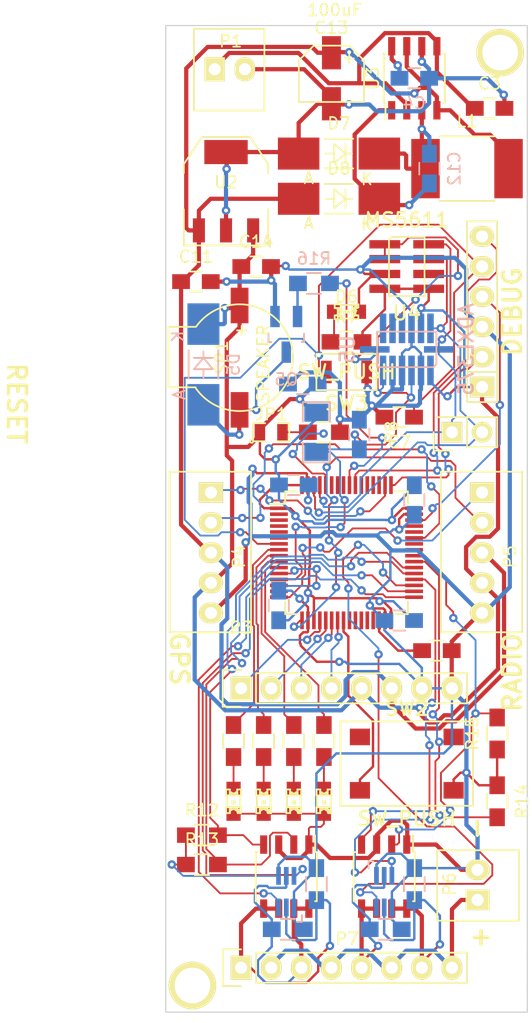
<source format=kicad_pcb>
(kicad_pcb (version 4) (host pcbnew "(20140926 BZR5148)-product")
  (layers (0 F.Cu signal) (31 B.Cu signal) (34 B.Paste user) (35 F.Paste user) (36 B.SilkS user) (37 F.SilkS user) (38 B.Mask user) (39 F.Mask user) (44 Edge.Cuts user))
  (net 0 "")
  (net 1 GND)
  (net 2 /MCU/VDDA)
  (net 3 "Net-(C5-Pad2)")
  (net 4 3V3)
  (net 5 /MCU/NRST)
  (net 6 +5V)
  (net 7 "Net-(D1-Pad1)")
  (net 8 "Net-(D2-Pad1)")
  (net 9 "Net-(D3-Pad1)")
  (net 10 "Net-(D4-Pad1)")
  (net 11 "Net-(JP1-Pad2)")
  (net 12 /MCU/JTCK-SWCLK)
  (net 13 /MCU/JTMS-SWDIO)
  (net 14 /MCU/JTDO-SWO)
  (net 15 /MCU/GPIO0)
  (net 16 /MCU/GPIO1)
  (net 17 /MCU/GPIO2)
  (net 18 /MCU/GPIO3)
  (net 19 /MCU/GPIO4)
  (net 20 /MCU/GPIO5)
  (net 21 /MCU/USART_TX)
  (net 22 /MCU/USART_RX)
  (net 23 /MCU/RADIO_TX)
  (net 24 /MCU/RADIO_RX)
  (net 25 /Pyro/V_PYRO)
  (net 26 "Net-(P7-Pad1)")
  (net 27 "Net-(P7-Pad3)")
  (net 28 "Net-(P7-Pad5)")
  (net 29 "Net-(P7-Pad7)")
  (net 30 /MCU/TRIGGER2)
  (net 31 /MCU/TRIGGER1)
  (net 32 /MCU/SENSE2)
  (net 33 /MCU/SENSE1)
  (net 34 /MCU/TRIGGER4)
  (net 35 /MCU/TRIGGER3)
  (net 36 /MCU/SENSE4)
  (net 37 /MCU/SENSE3)
  (net 38 /MCU/LED3)
  (net 39 /MCU/LED2)
  (net 40 /MCU/LED1)
  (net 41 /MCU/LED0)
  (net 42 /MCU/BTN0)
  (net 43 "Net-(U1-Pad2)")
  (net 44 "Net-(U1-Pad3)")
  (net 45 "Net-(U1-Pad4)")
  (net 46 "Net-(U1-Pad5)")
  (net 47 "Net-(U1-Pad6)")
  (net 48 "Net-(U1-Pad14)")
  (net 49 "Net-(U1-Pad15)")
  (net 50 "Net-(U1-Pad26)")
  (net 51 "Net-(U1-Pad27)")
  (net 52 "Net-(U1-Pad28)")
  (net 53 "Net-(U1-Pad29)")
  (net 54 "Net-(U1-Pad41)")
  (net 55 "Net-(U1-Pad42)")
  (net 56 "Net-(U1-Pad44)")
  (net 57 "Net-(U1-Pad45)")
  (net 58 "Net-(U1-Pad51)")
  (net 59 "Net-(U1-Pad52)")
  (net 60 "Net-(U1-Pad53)")
  (net 61 "Net-(U1-Pad54)")
  (net 62 /Sensors/SCL)
  (net 63 /Sensors/SDA)
  (net 64 /MCU/BTN1)
  (net 65 /Sheet54375BB5/Vbatt)
  (net 66 "Net-(C4-Pad1)")
  (net 67 "Net-(C12-Pad1)")
  (net 68 "Net-(C12-Pad2)")
  (net 69 "Net-(D5-Pad1)")
  (net 70 "Net-(D6-Pad1)")
  (net 71 "Net-(Q5-Pad2)")
  (net 72 /Sensors/ACCEL_INT_1)
  (net 73 /Sensors/ACCEL_INT_2)
  (net 74 "Net-(U4-Pad6)")
  (net 75 "Net-(U5-Pad10)")
  (module Local:SW_SMD (layer F.Cu) (at 157.48 105.41 180)
    (fp_text reference SW2 (at 0 4.65 180) (layer F.SilkS) (effects (font (size 1.2 1.2) (thickness 0.2))))
    (fp_text value SW_PUSH (at 0 -4.65 180) (layer F.SilkS) (effects (font (size 1.2 1.2) (thickness 0.2))))
    (pad 1 smd rect (at -3.95 -2.25 180) (size 1.7 1.4) (layers F.Cu F.Paste F.Mask) (net 1 GND))
    (pad 3 smd rect (at -3.95 2.25 180) (size 1.7 1.4) (layers F.Cu F.Paste F.Mask))
    (pad 2 smd rect (at 3.95 -2.25 180) (size 1.7 1.4) (layers F.Cu F.Paste F.Mask) (net 42 /MCU/BTN0))
    (pad 4 smd rect (at 3.95 2.25 180) (size 1.7 1.4) (layers F.Cu F.Paste F.Mask))
  )
  (module Socket_Strips:Socket_Strip_Straight_1x06 (layer F.Cu) (at 163.83 67.31 270)
    (fp_text reference P2 hide)
    (fp_text value CONN_6 hide)
    (pad 1 thru_hole rect (at 6.35 0 90) (size 1.7272 2.032) (drill 1.016) (layers *.Cu *.Mask F.SilkS) (net 4 3V3))
    (pad 2 thru_hole oval (at 3.81 0 90) (size 1.7272 2.032) (drill 1.016) (layers *.Cu *.Mask F.SilkS) (net 12 /MCU/JTCK-SWCLK))
    (pad 3 thru_hole oval (at 1.27 0 90) (size 1.7272 2.032) (drill 1.016) (layers *.Cu *.Mask F.SilkS) (net 1 GND))
    (pad 4 thru_hole oval (at -1.27 0 90) (size 1.7272 2.032) (drill 1.016) (layers *.Cu *.Mask F.SilkS) (net 13 /MCU/JTMS-SWDIO))
    (pad 5 thru_hole oval (at -3.81 0 90) (size 1.7272 2.032) (drill 1.016) (layers *.Cu *.Mask F.SilkS) (net 5 /MCU/NRST))
    (pad 6 thru_hole oval (at -6.35 0 90) (size 1.7272 2.032) (drill 1.016) (layers *.Cu *.Mask F.SilkS) (net 14 /MCU/JTDO-SWO))
  )
  (module Capacitors_SMD:C_0805_HandSoldering (layer B.Cu) (at 148.717 73.406 180)
    (fp_text reference C1 hide)
    (fp_text value 100NF hide)
    (pad 1 smd rect (at -1.25 0 180) (size 1.5 1.25) (layers B.Cu B.Paste B.Mask) (net 4 3V3))
    (pad 2 smd rect (at 1.25 0 180) (size 1.5 1.25) (layers B.Cu B.Paste B.Mask) (net 1 GND))
  )
  (module Capacitors_SMD:C_0805_HandSoldering (layer B.Cu) (at 153.4795 77.6605 90)
    (fp_text reference C2 hide)
    (fp_text value 100NF hide)
    (pad 1 smd rect (at -1.25 0 90) (size 1.5 1.25) (layers B.Cu B.Paste B.Mask) (net 2 /MCU/VDDA))
    (pad 2 smd rect (at 1.25 0 90) (size 1.5 1.25) (layers B.Cu B.Paste B.Mask) (net 1 GND))
  )
  (module Capacitors_SMD:C_0805_HandSoldering (layer F.Cu) (at 160.02 95.885 180)
    (fp_text reference C5 hide)
    (fp_text value 4.7uF hide)
    (pad 1 smd rect (at -1.25 0 180) (size 1.5 1.25) (layers F.Cu F.Paste F.Mask) (net 1 GND))
    (pad 2 smd rect (at 1.25 0 180) (size 1.5 1.25) (layers F.Cu F.Paste F.Mask) (net 3 "Net-(C5-Pad2)"))
  )
  (module Capacitors_SMD:C_0805_HandSoldering (layer B.Cu) (at 146.685 92.075 90)
    (fp_text reference C6 hide)
    (fp_text value 100nF hide)
    (pad 1 smd rect (at -1.25 0 90) (size 1.5 1.25) (layers B.Cu B.Paste B.Mask) (net 4 3V3))
    (pad 2 smd rect (at 1.25 0 90) (size 1.5 1.25) (layers B.Cu B.Paste B.Mask) (net 1 GND))
  )
  (module Capacitors_SMD:C_0805_HandSoldering (layer B.Cu) (at 156.845 93.345 180)
    (fp_text reference C8 hide)
    (fp_text value 100nF hide)
    (pad 1 smd rect (at -1.25 0 180) (size 1.5 1.25) (layers B.Cu B.Paste B.Mask) (net 4 3V3))
    (pad 2 smd rect (at 1.25 0 180) (size 1.5 1.25) (layers B.Cu B.Paste B.Mask) (net 1 GND))
  )
  (module Capacitors_SMD:C_0805_HandSoldering (layer B.Cu) (at 158.115 83.185 270)
    (fp_text reference C9 hide)
    (fp_text value 100nF hide)
    (pad 1 smd rect (at -1.25 0 270) (size 1.5 1.25) (layers B.Cu B.Paste B.Mask) (net 4 3V3))
    (pad 2 smd rect (at 1.25 0 270) (size 1.5 1.25) (layers B.Cu B.Paste B.Mask) (net 1 GND))
  )
  (module Capacitors_SMD:C_0805_HandSoldering (layer B.Cu) (at 147.955 81.915)
    (fp_text reference C10 hide)
    (fp_text value 100nF hide)
    (pad 1 smd rect (at -1.25 0) (size 1.5 1.25) (layers B.Cu B.Paste B.Mask) (net 4 3V3))
    (pad 2 smd rect (at 1.25 0) (size 1.5 1.25) (layers B.Cu B.Paste B.Mask) (net 1 GND))
  )
  (module LEDs:LED-0805 (layer F.Cu) (at 150.495 108.585 270)
    (fp_text reference D1 hide)
    (fp_text value LED hide)
    (pad 1 smd rect (at -1.04902 0 270) (size 1.19888 1.19888) (layers F.Cu F.Paste F.Mask) (net 7 "Net-(D1-Pad1)"))
    (pad 2 smd rect (at 1.04902 0 270) (size 1.19888 1.19888) (layers F.Cu F.Paste F.Mask) (net 1 GND))
  )
  (module LEDs:LED-0805 (layer F.Cu) (at 147.955 108.585 270)
    (fp_text reference D2 hide)
    (fp_text value LED hide)
    (pad 1 smd rect (at -1.04902 0 270) (size 1.19888 1.19888) (layers F.Cu F.Paste F.Mask) (net 8 "Net-(D2-Pad1)"))
    (pad 2 smd rect (at 1.04902 0 270) (size 1.19888 1.19888) (layers F.Cu F.Paste F.Mask) (net 1 GND))
  )
  (module LEDs:LED-0805 (layer F.Cu) (at 145.415 108.585 270)
    (fp_text reference D3 hide)
    (fp_text value LED hide)
    (pad 1 smd rect (at -1.04902 0 270) (size 1.19888 1.19888) (layers F.Cu F.Paste F.Mask) (net 9 "Net-(D3-Pad1)"))
    (pad 2 smd rect (at 1.04902 0 270) (size 1.19888 1.19888) (layers F.Cu F.Paste F.Mask) (net 1 GND))
  )
  (module LEDs:LED-0805 (layer F.Cu) (at 142.875 108.585 270)
    (fp_text reference D4 hide)
    (fp_text value LED hide)
    (pad 1 smd rect (at -1.04902 0 270) (size 1.19888 1.19888) (layers F.Cu F.Paste F.Mask) (net 10 "Net-(D4-Pad1)"))
    (pad 2 smd rect (at 1.04902 0 270) (size 1.19888 1.19888) (layers F.Cu F.Paste F.Mask) (net 1 GND))
  )
  (module SMD_Packages:SMD-1206 (layer B.Cu) (at 149.86 77.47 270)
    (fp_text reference FB1 hide)
    (fp_text value Ferrite hide)
    (pad 1 smd rect (at -1.651 0 270) (size 1.524 2.032) (layers B.Cu B.Paste B.Mask) (net 4 3V3))
    (pad 2 smd rect (at 1.651 0 270) (size 1.524 2.032) (layers B.Cu B.Paste B.Mask) (net 2 /MCU/VDDA))
  )
  (module SMD_Packages:SMD-0805 (layer F.Cu) (at 146.05 77.47)
    (fp_text reference JP1 (at 0 -1.524) (layer F.SilkS))
    (fp_text value JUMPER hide)
    (pad 1 smd rect (at -0.9525 0) (size 0.889 1.397) (layers F.Cu F.Paste F.Mask) (net 4 3V3))
    (pad 2 smd rect (at 0.9525 0) (size 0.889 1.397) (layers F.Cu F.Paste F.Mask) (net 11 "Net-(JP1-Pad2)"))
  )
  (module Housings_SOIC:SOIC-8_3.9x4.9mm_Pitch1.27mm (layer F.Cu) (at 147.32 114.935 270)
    (fp_text reference Q1 hide)
    (fp_text value DMN2041LSD hide)
    (pad 1 smd rect (at -2.7 -1.905 270) (size 1.55 0.6) (layers F.Cu F.Paste F.Mask) (net 1 GND))
    (pad 2 smd rect (at -2.7 -0.635 270) (size 1.55 0.6) (layers F.Cu F.Paste F.Mask) (net 30 /MCU/TRIGGER2))
    (pad 3 smd rect (at -2.7 0.635 270) (size 1.55 0.6) (layers F.Cu F.Paste F.Mask) (net 1 GND))
    (pad 4 smd rect (at -2.7 1.905 270) (size 1.55 0.6) (layers F.Cu F.Paste F.Mask) (net 31 /MCU/TRIGGER1))
    (pad 5 smd rect (at 2.7 1.905 270) (size 1.55 0.6) (layers F.Cu F.Paste F.Mask) (net 26 "Net-(P7-Pad1)"))
    (pad 6 smd rect (at 2.7 0.635 270) (size 1.55 0.6) (layers F.Cu F.Paste F.Mask) (net 26 "Net-(P7-Pad1)"))
    (pad 7 smd rect (at 2.7 -0.635 270) (size 1.55 0.6) (layers F.Cu F.Paste F.Mask) (net 27 "Net-(P7-Pad3)"))
    (pad 8 smd rect (at 2.7 -1.905 270) (size 1.55 0.6) (layers F.Cu F.Paste F.Mask) (net 27 "Net-(P7-Pad3)"))
  )
  (module Housings_SOT-23_SOT-143_TSOT-6:SC70-6_Handsoldering (layer B.Cu) (at 147.32 116.205 180)
    (fp_text reference Q2 hide)
    (fp_text value BSS138DW hide)
    (pad 1 smd rect (at -0.65024 -1.33096 180) (size 0.39878 1.50114) (layers B.Cu B.Paste B.Mask) (net 1 GND))
    (pad 2 smd rect (at 0 -1.33096 180) (size 0.39878 1.50114) (layers B.Cu B.Paste B.Mask) (net 26 "Net-(P7-Pad1)"))
    (pad 3 smd rect (at 0.65024 -1.33096 180) (size 0.39878 1.50114) (layers B.Cu B.Paste B.Mask) (net 32 /MCU/SENSE2))
    (pad 4 smd rect (at 0.65024 1.33096 180) (size 0.39878 1.50114) (layers B.Cu B.Paste B.Mask) (net 1 GND))
    (pad 5 smd rect (at 0 1.33096 180) (size 0.39878 1.50114) (layers B.Cu B.Paste B.Mask) (net 27 "Net-(P7-Pad3)"))
    (pad 6 smd rect (at -0.65024 1.33096 180) (size 0.39878 1.50114) (layers B.Cu B.Paste B.Mask) (net 33 /MCU/SENSE1))
  )
  (module Housings_SOIC:SOIC-8_3.9x4.9mm_Pitch1.27mm (layer F.Cu) (at 155.575 114.935 270)
    (fp_text reference Q3 hide)
    (fp_text value DMN2041LSD hide)
    (pad 1 smd rect (at -2.7 -1.905 270) (size 1.55 0.6) (layers F.Cu F.Paste F.Mask) (net 1 GND))
    (pad 2 smd rect (at -2.7 -0.635 270) (size 1.55 0.6) (layers F.Cu F.Paste F.Mask) (net 34 /MCU/TRIGGER4))
    (pad 3 smd rect (at -2.7 0.635 270) (size 1.55 0.6) (layers F.Cu F.Paste F.Mask) (net 1 GND))
    (pad 4 smd rect (at -2.7 1.905 270) (size 1.55 0.6) (layers F.Cu F.Paste F.Mask) (net 35 /MCU/TRIGGER3))
    (pad 5 smd rect (at 2.7 1.905 270) (size 1.55 0.6) (layers F.Cu F.Paste F.Mask) (net 28 "Net-(P7-Pad5)"))
    (pad 6 smd rect (at 2.7 0.635 270) (size 1.55 0.6) (layers F.Cu F.Paste F.Mask) (net 28 "Net-(P7-Pad5)"))
    (pad 7 smd rect (at 2.7 -0.635 270) (size 1.55 0.6) (layers F.Cu F.Paste F.Mask) (net 29 "Net-(P7-Pad7)"))
    (pad 8 smd rect (at 2.7 -1.905 270) (size 1.55 0.6) (layers F.Cu F.Paste F.Mask) (net 29 "Net-(P7-Pad7)"))
  )
  (module Housings_SOT-23_SOT-143_TSOT-6:SC70-6_Handsoldering (layer B.Cu) (at 155.575 116.205)
    (fp_text reference Q4 hide)
    (fp_text value BSS138DW hide)
    (pad 1 smd rect (at -0.65024 -1.33096) (size 0.39878 1.50114) (layers B.Cu B.Paste B.Mask) (net 1 GND))
    (pad 2 smd rect (at 0 -1.33096) (size 0.39878 1.50114) (layers B.Cu B.Paste B.Mask) (net 28 "Net-(P7-Pad5)"))
    (pad 3 smd rect (at 0.65024 -1.33096) (size 0.39878 1.50114) (layers B.Cu B.Paste B.Mask) (net 36 /MCU/SENSE4))
    (pad 4 smd rect (at 0.65024 1.33096) (size 0.39878 1.50114) (layers B.Cu B.Paste B.Mask) (net 1 GND))
    (pad 5 smd rect (at 0 1.33096) (size 0.39878 1.50114) (layers B.Cu B.Paste B.Mask) (net 29 "Net-(P7-Pad7)"))
    (pad 6 smd rect (at -0.65024 1.33096) (size 0.39878 1.50114) (layers B.Cu B.Paste B.Mask) (net 37 /MCU/SENSE3))
  )
  (module Resistors_SMD:R_0805_HandSoldering (layer F.Cu) (at 150.495 103.505 270)
    (fp_text reference R1 hide)
    (fp_text value 48 hide)
    (pad 1 smd rect (at -1.35 0 270) (size 1.5 1.3) (layers F.Cu F.Paste F.Mask) (net 38 /MCU/LED3))
    (pad 2 smd rect (at 1.35 0 270) (size 1.5 1.3) (layers F.Cu F.Paste F.Mask) (net 7 "Net-(D1-Pad1)"))
  )
  (module Resistors_SMD:R_0805_HandSoldering (layer F.Cu) (at 147.955 103.505 270)
    (fp_text reference R2 hide)
    (fp_text value 48 hide)
    (pad 1 smd rect (at -1.35 0 270) (size 1.5 1.3) (layers F.Cu F.Paste F.Mask) (net 39 /MCU/LED2))
    (pad 2 smd rect (at 1.35 0 270) (size 1.5 1.3) (layers F.Cu F.Paste F.Mask) (net 8 "Net-(D2-Pad1)"))
  )
  (module Resistors_SMD:R_0805_HandSoldering (layer F.Cu) (at 145.415 103.505 270)
    (fp_text reference R3 hide)
    (fp_text value 48 hide)
    (pad 1 smd rect (at -1.35 0 270) (size 1.5 1.3) (layers F.Cu F.Paste F.Mask) (net 40 /MCU/LED1))
    (pad 2 smd rect (at 1.35 0 270) (size 1.5 1.3) (layers F.Cu F.Paste F.Mask) (net 9 "Net-(D3-Pad1)"))
  )
  (module Resistors_SMD:R_0805_HandSoldering (layer F.Cu) (at 142.875 103.505 270)
    (fp_text reference R4 hide)
    (fp_text value 48 hide)
    (pad 1 smd rect (at -1.35 0 270) (size 1.5 1.3) (layers F.Cu F.Paste F.Mask) (net 41 /MCU/LED0))
    (pad 2 smd rect (at 1.35 0 270) (size 1.5 1.3) (layers F.Cu F.Paste F.Mask) (net 10 "Net-(D4-Pad1)"))
  )
  (module Resistors_SMD:R_0805_HandSoldering (layer F.Cu) (at 150.495 77.47)
    (fp_text reference R5 hide)
    (fp_text value 10K hide)
    (pad 1 smd rect (at -1.35 0) (size 1.5 1.3) (layers F.Cu F.Paste F.Mask) (net 11 "Net-(JP1-Pad2)"))
    (pad 2 smd rect (at 1.35 0) (size 1.5 1.3) (layers F.Cu F.Paste F.Mask) (net 1 GND))
  )
  (module Resistors_SMD:R_0805_HandSoldering (layer B.Cu) (at 149.86 115.57 90)
    (fp_text reference R8 hide)
    (fp_text value 10K hide)
    (pad 1 smd rect (at -1.35 0 90) (size 1.5 1.3) (layers B.Cu B.Paste B.Mask) (net 26 "Net-(P7-Pad1)"))
    (pad 2 smd rect (at 1.35 0 90) (size 1.5 1.3) (layers B.Cu B.Paste B.Mask) (net 1 GND))
  )
  (module Resistors_SMD:R_0805_HandSoldering (layer B.Cu) (at 147.447 119.38)
    (fp_text reference R9 hide)
    (fp_text value 10K hide)
    (pad 1 smd rect (at -1.35 0) (size 1.5 1.3) (layers B.Cu B.Paste B.Mask) (net 27 "Net-(P7-Pad3)"))
    (pad 2 smd rect (at 1.35 0) (size 1.5 1.3) (layers B.Cu B.Paste B.Mask) (net 1 GND))
  )
  (module Resistors_SMD:R_0805_HandSoldering (layer B.Cu) (at 155.702 119.38)
    (fp_text reference R10 hide)
    (fp_text value 10K hide)
    (pad 1 smd rect (at -1.35 0) (size 1.5 1.3) (layers B.Cu B.Paste B.Mask) (net 28 "Net-(P7-Pad5)"))
    (pad 2 smd rect (at 1.35 0) (size 1.5 1.3) (layers B.Cu B.Paste B.Mask) (net 1 GND))
  )
  (module Resistors_SMD:R_0805_HandSoldering (layer B.Cu) (at 158.115 115.57 90)
    (fp_text reference R11 hide)
    (fp_text value 10K hide)
    (pad 1 smd rect (at -1.35 0 90) (size 1.5 1.3) (layers B.Cu B.Paste B.Mask) (net 29 "Net-(P7-Pad7)"))
    (pad 2 smd rect (at 1.35 0 90) (size 1.5 1.3) (layers B.Cu B.Paste B.Mask) (net 1 GND))
  )
  (module Housings_QFP:TQFP-64_10x10mm_Pitch0.5mm (layer F.Cu) (at 152.4 87.63)
    (fp_text reference U1 hide)
    (fp_text value STM32F411RE_LQFP64 hide)
    (pad 1 smd rect (at -5.7 -3.75) (size 1.5 0.3) (layers F.Cu F.Paste F.Mask) (net 4 3V3))
    (pad 2 smd rect (at -5.7 -3.25) (size 1.5 0.3) (layers F.Cu F.Paste F.Mask) (net 43 "Net-(U1-Pad2)"))
    (pad 3 smd rect (at -5.7 -2.75) (size 1.5 0.3) (layers F.Cu F.Paste F.Mask) (net 44 "Net-(U1-Pad3)"))
    (pad 4 smd rect (at -5.7 -2.25) (size 1.5 0.3) (layers F.Cu F.Paste F.Mask) (net 45 "Net-(U1-Pad4)"))
    (pad 5 smd rect (at -5.7 -1.75) (size 1.5 0.3) (layers F.Cu F.Paste F.Mask) (net 46 "Net-(U1-Pad5)"))
    (pad 6 smd rect (at -5.7 -1.25) (size 1.5 0.3) (layers F.Cu F.Paste F.Mask) (net 47 "Net-(U1-Pad6)"))
    (pad 7 smd rect (at -5.7 -0.75) (size 1.5 0.3) (layers F.Cu F.Paste F.Mask) (net 5 /MCU/NRST))
    (pad 8 smd rect (at -5.7 -0.25) (size 1.5 0.3) (layers F.Cu F.Paste F.Mask) (net 41 /MCU/LED0))
    (pad 9 smd rect (at -5.7 0.25) (size 1.5 0.3) (layers F.Cu F.Paste F.Mask) (net 40 /MCU/LED1))
    (pad 10 smd rect (at -5.7 0.75) (size 1.5 0.3) (layers F.Cu F.Paste F.Mask) (net 39 /MCU/LED2))
    (pad 11 smd rect (at -5.7 1.25) (size 1.5 0.3) (layers F.Cu F.Paste F.Mask) (net 38 /MCU/LED3))
    (pad 12 smd rect (at -5.7 1.75) (size 1.5 0.3) (layers F.Cu F.Paste F.Mask) (net 1 GND))
    (pad 13 smd rect (at -5.7 2.25) (size 1.5 0.3) (layers F.Cu F.Paste F.Mask) (net 2 /MCU/VDDA))
    (pad 14 smd rect (at -5.7 2.75) (size 1.5 0.3) (layers F.Cu F.Paste F.Mask) (net 48 "Net-(U1-Pad14)"))
    (pad 15 smd rect (at -5.7 3.25) (size 1.5 0.3) (layers F.Cu F.Paste F.Mask) (net 49 "Net-(U1-Pad15)"))
    (pad 16 smd rect (at -5.7 3.75) (size 1.5 0.3) (layers F.Cu F.Paste F.Mask) (net 23 /MCU/RADIO_TX))
    (pad 17 smd rect (at -3.75 5.7 90) (size 1.5 0.3) (layers F.Cu F.Paste F.Mask) (net 24 /MCU/RADIO_RX))
    (pad 18 smd rect (at -3.25 5.7 90) (size 1.5 0.3) (layers F.Cu F.Paste F.Mask) (net 1 GND))
    (pad 19 smd rect (at -2.75 5.7 90) (size 1.5 0.3) (layers F.Cu F.Paste F.Mask) (net 4 3V3))
    (pad 20 smd rect (at -2.25 5.7 90) (size 1.5 0.3) (layers F.Cu F.Paste F.Mask) (net 15 /MCU/GPIO0))
    (pad 21 smd rect (at -1.75 5.7 90) (size 1.5 0.3) (layers F.Cu F.Paste F.Mask) (net 16 /MCU/GPIO1))
    (pad 22 smd rect (at -1.25 5.7 90) (size 1.5 0.3) (layers F.Cu F.Paste F.Mask) (net 17 /MCU/GPIO2))
    (pad 23 smd rect (at -0.75 5.7 90) (size 1.5 0.3) (layers F.Cu F.Paste F.Mask) (net 18 /MCU/GPIO3))
    (pad 24 smd rect (at -0.25 5.7 90) (size 1.5 0.3) (layers F.Cu F.Paste F.Mask) (net 42 /MCU/BTN0))
    (pad 25 smd rect (at 0.25 5.7 90) (size 1.5 0.3) (layers F.Cu F.Paste F.Mask) (net 64 /MCU/BTN1))
    (pad 26 smd rect (at 0.75 5.7 90) (size 1.5 0.3) (layers F.Cu F.Paste F.Mask) (net 50 "Net-(U1-Pad26)"))
    (pad 27 smd rect (at 1.25 5.7 90) (size 1.5 0.3) (layers F.Cu F.Paste F.Mask) (net 51 "Net-(U1-Pad27)"))
    (pad 28 smd rect (at 1.75 5.7 90) (size 1.5 0.3) (layers F.Cu F.Paste F.Mask) (net 52 "Net-(U1-Pad28)"))
    (pad 29 smd rect (at 2.25 5.7 90) (size 1.5 0.3) (layers F.Cu F.Paste F.Mask) (net 53 "Net-(U1-Pad29)"))
    (pad 30 smd rect (at 2.75 5.7 90) (size 1.5 0.3) (layers F.Cu F.Paste F.Mask) (net 3 "Net-(C5-Pad2)"))
    (pad 31 smd rect (at 3.25 5.7 90) (size 1.5 0.3) (layers F.Cu F.Paste F.Mask) (net 1 GND))
    (pad 32 smd rect (at 3.75 5.7 90) (size 1.5 0.3) (layers F.Cu F.Paste F.Mask) (net 4 3V3))
    (pad 33 smd rect (at 5.7 3.75) (size 1.5 0.3) (layers F.Cu F.Paste F.Mask) (net 33 /MCU/SENSE1))
    (pad 34 smd rect (at 5.7 3.25) (size 1.5 0.3) (layers F.Cu F.Paste F.Mask) (net 32 /MCU/SENSE2))
    (pad 35 smd rect (at 5.7 2.75) (size 1.5 0.3) (layers F.Cu F.Paste F.Mask) (net 37 /MCU/SENSE3))
    (pad 36 smd rect (at 5.7 2.25) (size 1.5 0.3) (layers F.Cu F.Paste F.Mask) (net 36 /MCU/SENSE4))
    (pad 37 smd rect (at 5.7 1.75) (size 1.5 0.3) (layers F.Cu F.Paste F.Mask) (net 31 /MCU/TRIGGER1))
    (pad 38 smd rect (at 5.7 1.25) (size 1.5 0.3) (layers F.Cu F.Paste F.Mask) (net 30 /MCU/TRIGGER2))
    (pad 39 smd rect (at 5.7 0.75) (size 1.5 0.3) (layers F.Cu F.Paste F.Mask) (net 35 /MCU/TRIGGER3))
    (pad 40 smd rect (at 5.7 0.25) (size 1.5 0.3) (layers F.Cu F.Paste F.Mask) (net 34 /MCU/TRIGGER4))
    (pad 41 smd rect (at 5.7 -0.25) (size 1.5 0.3) (layers F.Cu F.Paste F.Mask) (net 54 "Net-(U1-Pad41)"))
    (pad 42 smd rect (at 5.7 -0.75) (size 1.5 0.3) (layers F.Cu F.Paste F.Mask) (net 55 "Net-(U1-Pad42)"))
    (pad 43 smd rect (at 5.7 -1.25) (size 1.5 0.3) (layers F.Cu F.Paste F.Mask) (net 22 /MCU/USART_RX))
    (pad 44 smd rect (at 5.7 -1.75) (size 1.5 0.3) (layers F.Cu F.Paste F.Mask) (net 56 "Net-(U1-Pad44)"))
    (pad 45 smd rect (at 5.7 -2.25) (size 1.5 0.3) (layers F.Cu F.Paste F.Mask) (net 57 "Net-(U1-Pad45)"))
    (pad 46 smd rect (at 5.7 -2.75) (size 1.5 0.3) (layers F.Cu F.Paste F.Mask) (net 13 /MCU/JTMS-SWDIO))
    (pad 47 smd rect (at 5.7 -3.25) (size 1.5 0.3) (layers F.Cu F.Paste F.Mask) (net 1 GND))
    (pad 48 smd rect (at 5.7 -3.75) (size 1.5 0.3) (layers F.Cu F.Paste F.Mask) (net 4 3V3))
    (pad 49 smd rect (at 3.75 -5.7 90) (size 1.5 0.3) (layers F.Cu F.Paste F.Mask) (net 12 /MCU/JTCK-SWCLK))
    (pad 50 smd rect (at 3.25 -5.7 90) (size 1.5 0.3) (layers F.Cu F.Paste F.Mask) (net 21 /MCU/USART_TX))
    (pad 51 smd rect (at 2.75 -5.7 90) (size 1.5 0.3) (layers F.Cu F.Paste F.Mask) (net 58 "Net-(U1-Pad51)"))
    (pad 52 smd rect (at 2.25 -5.7 90) (size 1.5 0.3) (layers F.Cu F.Paste F.Mask) (net 59 "Net-(U1-Pad52)"))
    (pad 53 smd rect (at 1.75 -5.7 90) (size 1.5 0.3) (layers F.Cu F.Paste F.Mask) (net 60 "Net-(U1-Pad53)"))
    (pad 54 smd rect (at 1.25 -5.7 90) (size 1.5 0.3) (layers F.Cu F.Paste F.Mask) (net 61 "Net-(U1-Pad54)"))
    (pad 55 smd rect (at 0.75 -5.7 90) (size 1.5 0.3) (layers F.Cu F.Paste F.Mask) (net 14 /MCU/JTDO-SWO))
    (pad 56 smd rect (at 0.25 -5.7 90) (size 1.5 0.3) (layers F.Cu F.Paste F.Mask) (net 19 /MCU/GPIO4))
    (pad 57 smd rect (at -0.25 -5.7 90) (size 1.5 0.3) (layers F.Cu F.Paste F.Mask) (net 20 /MCU/GPIO5))
    (pad 58 smd rect (at -0.75 -5.7 90) (size 1.5 0.3) (layers F.Cu F.Paste F.Mask) (net 72 /Sensors/ACCEL_INT_1))
    (pad 59 smd rect (at -1.25 -5.7 90) (size 1.5 0.3) (layers F.Cu F.Paste F.Mask) (net 73 /Sensors/ACCEL_INT_2))
    (pad 60 smd rect (at -1.75 -5.7 90) (size 1.5 0.3) (layers F.Cu F.Paste F.Mask) (net 11 "Net-(JP1-Pad2)"))
    (pad 61 smd rect (at -2.25 -5.7 90) (size 1.5 0.3) (layers F.Cu F.Paste F.Mask) (net 62 /Sensors/SCL))
    (pad 62 smd rect (at -2.75 -5.7 90) (size 1.5 0.3) (layers F.Cu F.Paste F.Mask) (net 63 /Sensors/SDA))
    (pad 63 smd rect (at -3.25 -5.7 90) (size 1.5 0.3) (layers F.Cu F.Paste F.Mask) (net 1 GND))
    (pad 64 smd rect (at -3.75 -5.7 90) (size 1.5 0.3) (layers F.Cu F.Paste F.Mask) (net 4 3V3))
  )
  (module Socket_Strips:Socket_Strip_Straight_1x08 (layer F.Cu) (at 143.51 99.06)
    (fp_text reference P3 (at 0 -5.1) (layer F.SilkS))
    (fp_text value TERM_BLOCK_2.54MM_8POS)
    (pad 1 thru_hole rect (at 0 0) (size 1.7272 2.032) (drill 1.016) (layers *.Cu *.Mask F.SilkS) (net 15 /MCU/GPIO0))
    (pad 2 thru_hole oval (at 2.54 0) (size 1.7272 2.032) (drill 1.016) (layers *.Cu *.Mask F.SilkS) (net 16 /MCU/GPIO1))
    (pad 3 thru_hole oval (at 5.08 0) (size 1.7272 2.032) (drill 1.016) (layers *.Cu *.Mask F.SilkS) (net 17 /MCU/GPIO2))
    (pad 4 thru_hole oval (at 7.62 0) (size 1.7272 2.032) (drill 1.016) (layers *.Cu *.Mask F.SilkS) (net 18 /MCU/GPIO3))
    (pad 5 thru_hole oval (at 10.16 0) (size 1.7272 2.032) (drill 1.016) (layers *.Cu *.Mask F.SilkS) (net 4 3V3))
    (pad 6 thru_hole oval (at 12.7 0) (size 1.7272 2.032) (drill 1.016) (layers *.Cu *.Mask F.SilkS) (net 6 +5V))
    (pad 7 thru_hole oval (at 15.24 0) (size 1.7272 2.032) (drill 1.016) (layers *.Cu *.Mask F.SilkS) (net 1 GND))
    (pad 8 thru_hole oval (at 17.78 0) (size 1.7272 2.032) (drill 1.016) (layers *.Cu *.Mask F.SilkS) (net 1 GND))
  )
  (module Local:TERM_BLOCK_5 (layer F.Cu) (at 140.97 82.55 270)
    (fp_text reference P4 (at 5.4102 -2.3622 270) (layer F.SilkS))
    (fp_text value TERM_BLOCK_2.54MM_5POS)
    (pad 1 thru_hole rect (at 0 0 270) (size 1.7272 2.032) (drill 1.016) (layers *.Cu *.Mask F.SilkS) (net 21 /MCU/USART_TX))
    (pad 2 thru_hole oval (at 2.54 0 270) (size 1.7272 2.032) (drill 1.016) (layers *.Cu *.Mask F.SilkS) (net 22 /MCU/USART_RX))
    (pad 3 thru_hole oval (at 5.08 0 270) (size 1.7272 2.032) (drill 1.016) (layers *.Cu *.Mask F.SilkS) (net 6 +5V))
    (pad 4 thru_hole oval (at 7.62 0 270) (size 1.7272 2.032) (drill 1.016) (layers *.Cu *.Mask F.SilkS) (net 4 3V3))
    (pad 5 thru_hole oval (at 10.16 0 270) (size 1.7272 2.032) (drill 1.016) (layers *.Cu *.Mask F.SilkS) (net 1 GND))
  )
  (module Local:TERM_BLOCK_5 (layer F.Cu) (at 163.83 82.55 270)
    (fp_text reference P5 (at 5.4102 -2.3622 270) (layer F.SilkS))
    (fp_text value TERM_BLOCK_2.54MM_5POS)
    (pad 1 thru_hole rect (at 0 0 270) (size 1.7272 2.032) (drill 1.016) (layers *.Cu *.Mask F.SilkS) (net 23 /MCU/RADIO_TX))
    (pad 2 thru_hole oval (at 2.54 0 270) (size 1.7272 2.032) (drill 1.016) (layers *.Cu *.Mask F.SilkS) (net 24 /MCU/RADIO_RX))
    (pad 3 thru_hole oval (at 5.08 0 270) (size 1.7272 2.032) (drill 1.016) (layers *.Cu *.Mask F.SilkS) (net 6 +5V))
    (pad 4 thru_hole oval (at 7.62 0 270) (size 1.7272 2.032) (drill 1.016) (layers *.Cu *.Mask F.SilkS) (net 4 3V3))
    (pad 5 thru_hole oval (at 10.16 0 270) (size 1.7272 2.032) (drill 1.016) (layers *.Cu *.Mask F.SilkS) (net 1 GND))
  )
  (module Local:TERM_BLOCK_2 (layer F.Cu) (at 163.449 116.9035 90)
    (fp_text reference P6 (at 1.3462 -2.3622 90) (layer F.SilkS))
    (fp_text value TERM_BLOCK_2.54MM_2POS)
    (pad 1 thru_hole rect (at 0 0 90) (size 1.7272 2.032) (drill 1.016) (layers *.Cu *.Mask F.SilkS) (net 25 /Pyro/V_PYRO))
    (pad 2 thru_hole oval (at 2.54 0 90) (size 1.7272 2.032) (drill 1.016) (layers *.Cu *.Mask F.SilkS) (net 1 GND))
  )
  (module Local:TERM_BLOCK_8 (layer F.Cu) (at 143.51 122.6185)
    (fp_text reference P7 (at 8.9408 -2.4384) (layer F.SilkS))
    (fp_text value TERM_BLOCK_2.54MM_8POS)
    (pad 1 thru_hole rect (at 0 0) (size 1.7272 2.032) (drill 1.016) (layers *.Cu *.Mask F.SilkS) (net 26 "Net-(P7-Pad1)"))
    (pad 2 thru_hole oval (at 2.54 0) (size 1.7272 2.032) (drill 1.016) (layers *.Cu *.Mask F.SilkS) (net 25 /Pyro/V_PYRO))
    (pad 3 thru_hole oval (at 5.08 0) (size 1.7272 2.032) (drill 1.016) (layers *.Cu *.Mask F.SilkS) (net 27 "Net-(P7-Pad3)"))
    (pad 4 thru_hole oval (at 7.62 0) (size 1.7272 2.032) (drill 1.016) (layers *.Cu *.Mask F.SilkS) (net 25 /Pyro/V_PYRO))
    (pad 5 thru_hole oval (at 10.16 0) (size 1.7272 2.032) (drill 1.016) (layers *.Cu *.Mask F.SilkS) (net 28 "Net-(P7-Pad5)"))
    (pad 6 thru_hole oval (at 12.7 0) (size 1.7272 2.032) (drill 1.016) (layers *.Cu *.Mask F.SilkS) (net 25 /Pyro/V_PYRO))
    (pad 7 thru_hole oval (at 15.24 0) (size 1.7272 2.032) (drill 1.016) (layers *.Cu *.Mask F.SilkS) (net 29 "Net-(P7-Pad7)"))
    (pad 8 thru_hole oval (at 17.78 0) (size 1.7272 2.032) (drill 1.016) (layers *.Cu *.Mask F.SilkS) (net 25 /Pyro/V_PYRO))
  )
  (module Resistors_SMD:R_0805_HandSoldering (layer F.Cu) (at 140.208 111.4425)
    (fp_text reference R12 (at 0 -2.1) (layer F.SilkS))
    (fp_text value 10K)
    (pad 1 smd rect (at -1.35 0) (size 1.5 1.3) (layers F.Cu F.Paste F.Mask) (net 1 GND))
    (pad 2 smd rect (at 1.35 0) (size 1.5 1.3) (layers F.Cu F.Paste F.Mask) (net 31 /MCU/TRIGGER1))
  )
  (module Resistors_SMD:R_0805_HandSoldering (layer F.Cu) (at 140.208 113.919)
    (fp_text reference R13 (at 0 -2.1) (layer F.SilkS))
    (fp_text value 10K)
    (pad 1 smd rect (at -1.35 0) (size 1.5 1.3) (layers F.Cu F.Paste F.Mask) (net 1 GND))
    (pad 2 smd rect (at 1.35 0) (size 1.5 1.3) (layers F.Cu F.Paste F.Mask) (net 30 /MCU/TRIGGER2))
  )
  (module Resistors_SMD:R_0805_HandSoldering (layer F.Cu) (at 165.1 108.585 270)
    (fp_text reference R14 (at 0 -2.1 270) (layer F.SilkS))
    (fp_text value 10K)
    (pad 1 smd rect (at -1.35 0 270) (size 1.5 1.3) (layers F.Cu F.Paste F.Mask) (net 1 GND))
    (pad 2 smd rect (at 1.35 0 270) (size 1.5 1.3) (layers F.Cu F.Paste F.Mask) (net 35 /MCU/TRIGGER3))
  )
  (module Resistors_SMD:R_0805_HandSoldering (layer F.Cu) (at 165.1 102.87 90)
    (fp_text reference R15 (at 0 -2.1 90) (layer F.SilkS))
    (fp_text value 10K)
    (pad 1 smd rect (at -1.35 0 90) (size 1.5 1.3) (layers F.Cu F.Paste F.Mask) (net 1 GND))
    (pad 2 smd rect (at 1.35 0 90) (size 1.5 1.3) (layers F.Cu F.Paste F.Mask) (net 34 /MCU/TRIGGER4))
  )
  (module Capacitors_SMD:C_0805_HandSoldering (layer F.Cu) (at 164.465 50.165)
    (fp_text reference C3 (at 0 -2.1) (layer F.SilkS))
    (fp_text value 10uF)
    (pad 1 smd rect (at -1.25 0) (size 1.5 1.25) (layers F.Cu F.Paste F.Mask) (net 65 /Sheet54375BB5/Vbatt))
    (pad 2 smd rect (at 1.25 0) (size 1.5 1.25) (layers F.Cu F.Paste F.Mask) (net 1 GND))
  )
  (module Capacitors_SMD:C_0805_HandSoldering (layer B.Cu) (at 158.115 47.625)
    (fp_text reference C4 (at 0 2.1) (layer B.SilkS) (effects (justify mirror)))
    (fp_text value 3.3nF)
    (pad 1 smd rect (at -1.25 0) (size 1.5 1.25) (layers B.Cu B.Paste B.Mask) (net 66 "Net-(C4-Pad1)"))
    (pad 2 smd rect (at 1.25 0) (size 1.5 1.25) (layers B.Cu B.Paste B.Mask) (net 1 GND))
  )
  (module Capacitors_SMD:C_0805_HandSoldering (layer F.Cu) (at 156.845 76.2 180)
    (fp_text reference C7 (at 0 -2.1 180) (layer F.SilkS))
    (fp_text value 100nF)
    (pad 1 smd rect (at -1.25 0 180) (size 1.5 1.25) (layers F.Cu F.Paste F.Mask) (net 5 /MCU/NRST))
    (pad 2 smd rect (at 1.25 0 180) (size 1.5 1.25) (layers F.Cu F.Paste F.Mask) (net 1 GND))
  )
  (module Capacitors_SMD:C_0805_HandSoldering (layer F.Cu) (at 139.7 64.77)
    (fp_text reference C11 (at 0 -2.1) (layer F.SilkS))
    (fp_text value 10uF)
    (pad 1 smd rect (at -1.25 0) (size 1.5 1.25) (layers F.Cu F.Paste F.Mask) (net 6 +5V))
    (pad 2 smd rect (at 1.25 0) (size 1.5 1.25) (layers F.Cu F.Paste F.Mask) (net 1 GND))
  )
  (module Capacitors_SMD:C_0805_HandSoldering (layer B.Cu) (at 159.385 55.245 90)
    (fp_text reference C12 (at 0 2.1 90) (layer B.SilkS) (effects (justify mirror)))
    (fp_text value .01uF)
    (pad 1 smd rect (at -1.25 0 90) (size 1.5 1.25) (layers B.Cu B.Paste B.Mask) (net 67 "Net-(C12-Pad1)"))
    (pad 2 smd rect (at 1.25 0 90) (size 1.5 1.25) (layers B.Cu B.Paste B.Mask) (net 68 "Net-(C12-Pad2)"))
  )
  (module Capacitors_SMD:C_0805_HandSoldering (layer F.Cu) (at 144.78 63.5)
    (fp_text reference C14 (at 0 -2.1) (layer F.SilkS))
    (fp_text value 10uF)
    (pad 1 smd rect (at -1.25 0) (size 1.5 1.25) (layers F.Cu F.Paste F.Mask) (net 4 3V3))
    (pad 2 smd rect (at 1.25 0) (size 1.5 1.25) (layers F.Cu F.Paste F.Mask) (net 1 GND))
  )
  (module Diodes_SMD:Diode-MELF_Handsoldering (layer B.Cu) (at 140.335 71.755 90)
    (fp_text reference D5 (at 0 2.54 90) (layer B.SilkS) (effects (justify mirror)))
    (fp_text value DIODE)
    (fp_text user A (at -2.55016 -2.04978 90) (layer B.SilkS) (effects (justify mirror)))
    (fp_text user K (at 2.3495 -2.14884 90) (layer B.SilkS) (effects (justify mirror)))
    (pad 1 smd rect (at -3.40106 0 90) (size 3.50012 2.70002) (layers B.Cu B.Paste B.Mask) (net 69 "Net-(D5-Pad1)"))
    (pad 2 smd rect (at 3.40106 0 90) (size 3.50012 2.70002) (layers B.Cu B.Paste B.Mask) (net 4 3V3))
  )
  (module LEDs:LED-0805 (layer F.Cu) (at 152.4 67.31)
    (fp_text reference D6 (at 0 -1.27) (layer F.SilkS))
    (fp_text value LED)
    (pad 1 smd rect (at -1.04902 0) (size 1.19888 1.19888) (layers F.Cu F.Paste F.Mask) (net 70 "Net-(D6-Pad1)"))
    (pad 2 smd rect (at 1.04902 0) (size 1.19888 1.19888) (layers F.Cu F.Paste F.Mask) (net 1 GND))
  )
  (module Diodes_SMD:Diode-MELF_Handsoldering (layer F.Cu) (at 151.765 53.975)
    (fp_text reference D7 (at 0 -2.54) (layer F.SilkS))
    (fp_text value DIODESCH)
    (fp_text user A (at -2.55016 2.04978) (layer F.SilkS))
    (fp_text user K (at 2.3495 2.14884) (layer F.SilkS))
    (pad 1 smd rect (at -3.40106 0) (size 3.50012 2.70002) (layers F.Cu F.Paste F.Mask) (net 1 GND))
    (pad 2 smd rect (at 3.40106 0) (size 3.50012 2.70002) (layers F.Cu F.Paste F.Mask) (net 68 "Net-(C12-Pad2)"))
  )
  (module Diodes_SMD:Diode-MELF_Handsoldering (layer F.Cu) (at 151.765 57.785)
    (fp_text reference D8 (at 0 -2.54) (layer F.SilkS))
    (fp_text value DIODE)
    (fp_text user A (at -2.55016 2.04978) (layer F.SilkS))
    (fp_text user K (at 2.3495 2.14884) (layer F.SilkS))
    (pad 1 smd rect (at -3.40106 0) (size 3.50012 2.70002) (layers F.Cu F.Paste F.Mask) (net 6 +5V))
    (pad 2 smd rect (at 3.40106 0) (size 3.50012 2.70002) (layers F.Cu F.Paste F.Mask) (net 67 "Net-(C12-Pad1)"))
  )
  (module Capacitors_SMD:C_2220_HandSoldering (layer F.Cu) (at 162.56 55.245)
    (fp_text reference L1 (at 0 -4) (layer F.SilkS))
    (fp_text value 20uH)
    (pad 1 smd rect (at -3.5 0) (size 2.4 5) (layers F.Cu F.Paste F.Mask) (net 68 "Net-(C12-Pad2)"))
    (pad 2 smd rect (at 3.5 0) (size 2.4 5) (layers F.Cu F.Paste F.Mask) (net 6 +5V))
  )
  (module Local:TERM_BLOCK_2 (layer F.Cu) (at 141.2875 46.863)
    (fp_text reference P1 (at 1.3462 -2.3622) (layer F.SilkS))
    (fp_text value TERM_BLOCK_2.54MM_2POS)
    (pad 1 thru_hole rect (at 0 0) (size 1.7272 2.032) (drill 1.016) (layers *.Cu *.Mask F.SilkS) (net 65 /Sheet54375BB5/Vbatt))
    (pad 2 thru_hole oval (at 2.54 0) (size 1.7272 2.032) (drill 1.016) (layers *.Cu *.Mask F.SilkS) (net 1 GND))
  )
  (module Socket_Strips:Socket_Strip_Straight_2x01 (layer F.Cu) (at 161.29 77.47 90)
    (fp_text reference P8 (at 0 -5.1 90) (layer F.SilkS))
    (fp_text value CONN_01X02)
    (pad 1 thru_hole rect (at 0 0 90) (size 1.7272 1.7272) (drill 1.016) (layers *.Cu *.Mask F.SilkS) (net 62 /Sensors/SCL))
    (pad 2 thru_hole oval (at 0 2.54 90) (size 1.7272 1.7272) (drill 1.016) (layers *.Cu *.Mask F.SilkS) (net 63 /Sensors/SDA))
  )
  (module Housings_SOT-23_SOT-143_TSOT-6:SOT-23_Handsoldering (layer B.Cu) (at 147.32 69.215)
    (fp_text reference Q5 (at 0 3.81) (layer B.SilkS) (effects (justify mirror)))
    (fp_text value NPN)
    (pad 1 smd rect (at -0.95 -1.50114) (size 0.8001 1.80086) (layers B.Cu B.Paste B.Mask) (net 1 GND))
    (pad 2 smd rect (at 0.95 -1.50114) (size 0.8001 1.80086) (layers B.Cu B.Paste B.Mask) (net 71 "Net-(Q5-Pad2)"))
    (pad 3 smd rect (at 0 1.50114) (size 0.8001 1.80086) (layers B.Cu B.Paste B.Mask) (net 69 "Net-(D5-Pad1)"))
  )
  (module Resistors_SMD:R_0805_HandSoldering (layer F.Cu) (at 152.4 69.85)
    (fp_text reference R7 (at 0 -2.1) (layer F.SilkS))
    (fp_text value 48)
    (pad 1 smd rect (at -1.35 0) (size 1.5 1.3) (layers F.Cu F.Paste F.Mask) (net 70 "Net-(D6-Pad1)"))
    (pad 2 smd rect (at 1.35 0) (size 1.5 1.3) (layers F.Cu F.Paste F.Mask) (net 4 3V3))
  )
  (module Resistors_SMD:R_0805_HandSoldering (layer B.Cu) (at 149.6568 64.9224 180)
    (fp_text reference R16 (at 0 2.1 180) (layer B.SilkS) (effects (justify mirror)))
    (fp_text value 180)
    (pad 1 smd rect (at -1.35 0 180) (size 1.5 1.3) (layers B.Cu B.Paste B.Mask) (net 19 /MCU/GPIO4))
    (pad 2 smd rect (at 1.35 0 180) (size 1.5 1.3) (layers B.Cu B.Paste B.Mask) (net 71 "Net-(Q5-Pad2)"))
  )
  (module Local:CBT-07427 (layer F.Cu) (at 143.383 71.1835 270)
    (fp_text reference SP1 (at 0 1.5 270) (layer F.SilkS))
    (fp_text value SPEAKER (at 0.5 -2 270) (layer F.SilkS))
    (fp_text user + (at -2.3 -0.1 270) (layer F.SilkS))
    (pad 1 smd rect (at -4.4 0 270) (size 3 1.5) (layers F.Cu F.Paste F.Mask) (net 4 3V3))
    (pad 2 smd rect (at 4.4 0 270) (size 3 1.5) (layers F.Cu F.Paste F.Mask) (net 69 "Net-(D5-Pad1)"))
  )
  (module Local:SW_SMD_MICRO (layer F.Cu) (at 152.4 72.39)
    (fp_text reference SW3 (at 0 2.65) (layer F.SilkS) (effects (font (size 1.2 1.2) (thickness 0.2))))
    (fp_text value SW_PUSH (at 0 0) (layer F.SilkS) (effects (font (size 1.2 1.2) (thickness 0.2))))
    (pad 1 smd rect (at -1.7 0) (size 0.9 1.9) (layers F.Cu F.Paste F.Mask) (net 5 /MCU/NRST))
    (pad 2 smd rect (at 1.7 0) (size 0.9 1.9) (layers F.Cu F.Paste F.Mask) (net 1 GND))
  )
  (module SMD_Packages:SOT-223 (layer F.Cu) (at 142.24 57.15)
    (fp_text reference U2 (at 0 -0.762) (layer F.SilkS))
    (fp_text value MIC5209-3.3)
    (pad 4 smd rect (at 0 -3.302) (size 3.6576 2.032) (layers F.Cu F.Paste F.Mask) (net 1 GND))
    (pad 2 smd rect (at 0 3.302) (size 1.016 2.032) (layers F.Cu F.Paste F.Mask) (net 1 GND))
    (pad 3 smd rect (at 2.286 3.302) (size 1.016 2.032) (layers F.Cu F.Paste F.Mask) (net 4 3V3))
    (pad 1 smd rect (at -2.286 3.302) (size 1.016 2.032) (layers F.Cu F.Paste F.Mask) (net 6 +5V))
  )
  (module Housings_SOIC:SOIC-8_3.9x4.9mm_Pitch1.27mm (layer F.Cu) (at 158.115 47.625 90)
    (fp_text reference U3 (at 0 -3.5 90) (layer F.SilkS))
    (fp_text value LT1376IS8-5)
    (pad 1 smd rect (at -2.7 -1.905 90) (size 1.55 0.6) (layers F.Cu F.Paste F.Mask) (net 67 "Net-(C12-Pad1)"))
    (pad 2 smd rect (at -2.7 -0.635 90) (size 1.55 0.6) (layers F.Cu F.Paste F.Mask) (net 65 /Sheet54375BB5/Vbatt))
    (pad 3 smd rect (at -2.7 0.635 90) (size 1.55 0.6) (layers F.Cu F.Paste F.Mask) (net 68 "Net-(C12-Pad2)"))
    (pad 4 smd rect (at -2.7 1.905 90) (size 1.55 0.6) (layers F.Cu F.Paste F.Mask) (net 6 +5V))
    (pad 5 smd rect (at 2.7 1.905 90) (size 1.55 0.6) (layers F.Cu F.Paste F.Mask) (net 65 /Sheet54375BB5/Vbatt))
    (pad 6 smd rect (at 2.7 0.635 90) (size 1.55 0.6) (layers F.Cu F.Paste F.Mask) (net 1 GND))
    (pad 7 smd rect (at 2.7 -0.635 90) (size 1.55 0.6) (layers F.Cu F.Paste F.Mask) (net 6 +5V))
    (pad 8 smd rect (at 2.7 -1.905 90) (size 1.55 0.6) (layers F.Cu F.Paste F.Mask) (net 66 "Net-(C4-Pad1)"))
  )
  (module Local:MS5611-EXT (layer F.Cu) (at 157.48 63.5)
    (fp_text reference U4 (at 0 3.925) (layer F.SilkS) (effects (font (size 1.2 1.2) (thickness 0.2))))
    (fp_text value MS5611 (at 0 -3.925) (layer F.SilkS) (effects (font (size 1.2 1.2) (thickness 0.2))))
    (pad 1 smd rect (at -1.85 -1.875) (size 2.6 0.7) (layers F.Cu F.Paste F.Mask) (net 2 /MCU/VDDA))
    (pad 2 smd rect (at -1.85 -0.625) (size 2.6 0.7) (layers F.Cu F.Paste F.Mask) (net 2 /MCU/VDDA))
    (pad 3 smd rect (at -1.85 0.625) (size 2.6 0.7) (layers F.Cu F.Paste F.Mask) (net 1 GND))
    (pad 4 smd rect (at -1.85 1.875) (size 2.6 0.7) (layers F.Cu F.Paste F.Mask) (net 4 3V3))
    (pad 8 smd rect (at 1.85 -1.875) (size 2.6 0.7) (layers F.Cu F.Paste F.Mask) (net 62 /Sensors/SCL))
    (pad 7 smd rect (at 1.85 -0.625) (size 2.6 0.7) (layers F.Cu F.Paste F.Mask) (net 63 /Sensors/SDA))
    (pad 6 smd rect (at 1.85 0.625) (size 2.6 0.7) (layers F.Cu F.Paste F.Mask) (net 74 "Net-(U4-Pad6)"))
    (pad 5 smd rect (at 1.85 1.875) (size 2.6 0.7) (layers F.Cu F.Paste F.Mask) (net 4 3V3))
  )
  (module Local:ADXL375-EXT (layer B.Cu) (at 157.48 70.485 90)
    (fp_text reference U5 (at 0 -5 90) (layer B.SilkS) (effects (font (size 1.2 1.2) (thickness 0.2)) (justify mirror)))
    (fp_text value ADXL375 (at 0 5 90) (layer B.SilkS) (effects (font (size 1.2 1.2) (thickness 0.2)) (justify mirror)))
    (pad 1 smd rect (at -1.775 2 90) (size 2.5 0.55) (layers B.Cu B.Paste B.Mask) (net 4 3V3))
    (pad 2 smd rect (at -1.775 1.2 90) (size 2.5 0.55) (layers B.Cu B.Paste B.Mask) (net 1 GND))
    (pad 3 smd rect (at -1.775 0.4 90) (size 2.5 0.55) (layers B.Cu B.Paste B.Mask) (net 2 /MCU/VDDA))
    (pad 4 smd rect (at -1.775 -0.4 90) (size 2.5 0.55) (layers B.Cu B.Paste B.Mask) (net 1 GND))
    (pad 5 smd rect (at -1.775 -1.2 90) (size 2.5 0.55) (layers B.Cu B.Paste B.Mask) (net 1 GND))
    (pad 6 smd rect (at -1.775 -2 90) (size 2.5 0.55) (layers B.Cu B.Paste B.Mask) (net 2 /MCU/VDDA))
    (pad 13 smd rect (at 1.775 2 90) (size 2.5 0.55) (layers B.Cu B.Paste B.Mask) (net 63 /Sensors/SDA))
    (pad 12 smd rect (at 1.775 1.2 90) (size 2.5 0.55) (layers B.Cu B.Paste B.Mask) (net 4 3V3))
    (pad 11 smd rect (at 1.775 0.4 90) (size 2.5 0.55) (layers B.Cu B.Paste B.Mask) (net 1 GND))
    (pad 10 smd rect (at 1.775 -0.4 90) (size 2.5 0.55) (layers B.Cu B.Paste B.Mask) (net 75 "Net-(U5-Pad10)"))
    (pad 9 smd rect (at 1.775 -1.2 90) (size 2.5 0.55) (layers B.Cu B.Paste B.Mask) (net 73 /Sensors/ACCEL_INT_2))
    (pad 8 smd rect (at 1.775 -2 90) (size 2.5 0.55) (layers B.Cu B.Paste B.Mask) (net 72 /Sensors/ACCEL_INT_1))
    (pad 14 smd rect (at 0 2.7 90) (size 0.55 2.5) (layers B.Cu B.Paste B.Mask) (net 62 /Sensors/SCL))
    (pad 7 smd rect (at 0 -2.7 90) (size 0.55 2.5) (layers B.Cu B.Paste B.Mask) (net 4 3V3))
  )
  (module Local:SMD_CAP (layer F.Cu) (at 151.13 47.625)
    (fp_text reference C13 (at 0 -4.25) (layer F.SilkS))
    (fp_text value 100uF (at 0.25 -5.75) (layer F.SilkS))
    (fp_text user + (at 1.5 -1.75) (layer F.SilkS))
    (pad 1 smd rect (at 0 -2.15) (size 1.6 2.8) (layers F.Cu F.Paste F.Mask) (net 6 +5V))
    (pad 2 smd rect (at 0 2.15) (size 1.6 2.8) (layers F.Cu F.Paste F.Mask) (net 1 GND))
  )
  (module Local:MOUNTING_HOLE_3mm (layer F.Cu) (at 139.4079 124.1171)
    (fp_text reference "" (at 0.5 -3.75) (layer F.SilkS))
    (fp_text value "" (at 0 0) (layer F.SilkS))
    (pad 3 thru_hole circle (at 0 0) (size 4 4) (drill 3) (layers *.Cu *.Mask F.SilkS))
  )
  (module Local:MOUNTING_HOLE_3mm (layer F.Cu) (at 165.354 45.466)
    (fp_text reference "" (at 0.5 -3.75) (layer F.SilkS))
    (fp_text value "" (at 0 0) (layer F.SilkS))
    (pad 3 thru_hole circle (at 0 0) (size 4 4) (drill 3) (layers *.Cu *.Mask F.SilkS))
  )
  (gr_line (start 167.64 126.365) (end 167.64 124.2695) (layer Edge.Cuts) (width 0.1))
  (gr_line (start 137.16 126.365) (end 167.64 126.365) (layer Edge.Cuts) (width 0.1))
  (gr_line (start 137.16 124.46) (end 137.16 126.365) (layer Edge.Cuts) (width 0.1))
  (gr_line (start 137.16 121.3485) (end 137.16 114.6175) (angle 90) (layer Edge.Cuts) (width 0.1))
  (gr_line (start 167.64 115.062) (end 167.64 121.793) (angle 90) (layer Edge.Cuts) (width 0.1))
  (gr_line (start 137.16 121.158) (end 137.16 124.46) (layer Edge.Cuts) (width 0.1))
  (gr_line (start 137.16 43.18) (end 137.16 115.062) (layer Edge.Cuts) (width 0.1))
  (gr_line (start 167.64 115.062) (end 167.64 43.18) (layer Edge.Cuts) (width 0.1))
  (gr_line (start 167.64 124.46) (end 167.64 121.158) (layer Edge.Cuts) (width 0.1))
  (gr_text - (at 163.322 110.871 90) (layer F.SilkS) (effects (font (size 1.5 1.5) (thickness 0.3))))
  (gr_text "+\n" (at 163.6395 118.9355 90) (layer F.SilkS) (effects (font (size 1.5 1.5) (thickness 0.3)) (justify right)))
  (gr_line (start 137.16 43.18) (end 167.64 43.18) (layer Edge.Cuts) (width 0.1))
  (gr_text "DEBUG\n" (at 166.37 67.31 90) (layer F.SilkS) (effects (font (size 1.5 1.5) (thickness 0.3))))
  (gr_text RESET (at 124.587 75.057 270) (layer F.SilkS) (effects (font (size 1.5 1.5) (thickness 0.3))))
  (gr_text "GPS\n" (at 138.303 96.5835 270) (layer F.SilkS) (effects (font (size 1.5 1.5) (thickness 0.3))))
  (gr_text RADIO (at 166.37 97.7265 90) (layer F.SilkS) (effects (font (size 1.5 1.5) (thickness 0.3))))
  (segment (start 161.43 103.16) (end 160.663418 103.16) (width 0.1524) (layer F.Cu) (net 0))
  (segment (start 153.53 103.16) (end 153.38 103.16) (width 0.2032) (layer F.Cu) (net 0))
  (segment (start 156.096969 85.901922) (end 155.240035 85.901922) (width 0.2032) (layer B.Cu) (net 1))
  (segment (start 155.240035 85.901922) (end 154.966106 86.175851) (width 0.2032) (layer B.Cu) (net 1))
  (segment (start 156.096969 89.842321) (end 156.096969 87.563286) (width 0.2032) (layer B.Cu) (net 1))
  (segment (start 156.096969 87.563286) (end 156.225255 87.435) (width 0.2032) (layer B.Cu) (net 1))
  (segment (start 163.83 92.71) (end 163.6776 92.71) (width 0.3556) (layer B.Cu) (net 1))
  (segment (start 163.6776 92.71) (end 158.4026 87.435) (width 0.3556) (layer B.Cu) (net 1))
  (segment (start 158.4026 87.435) (end 156.225255 87.435) (width 0.3556) (layer B.Cu) (net 1))
  (segment (start 156.225255 87.435) (end 156.096969 87.306714) (width 0.3556) (layer B.Cu) (net 1))
  (segment (start 150.232109 86.241025) (end 150.566103 85.907031) (width 0.3556) (layer B.Cu) (net 1))
  (segment (start 151.248975 85.883749) (end 151.541077 86.175851) (width 0.3556) (layer B.Cu) (net 1))
  (segment (start 144.268375 86.455299) (end 144.482649 86.241025) (width 0.3556) (layer B.Cu) (net 1))
  (segment (start 144.482649 86.241025) (end 150.232109 86.241025) (width 0.3556) (layer B.Cu) (net 1))
  (segment (start 150.566103 85.907031) (end 150.841136 85.907031) (width 0.3556) (layer B.Cu) (net 1))
  (segment (start 150.841136 85.907031) (end 150.864418 85.883749) (width 0.3556) (layer B.Cu) (net 1))
  (segment (start 150.864418 85.883749) (end 151.248975 85.883749) (width 0.3556) (layer B.Cu) (net 1))
  (segment (start 151.541077 86.175851) (end 154.966106 86.175851) (width 0.3556) (layer B.Cu) (net 1))
  (segment (start 154.966106 86.175851) (end 156.096969 87.306714) (width 0.3556) (layer B.Cu) (net 1))
  (segment (start 149.15 93.33) (end 149.15 92.216166) (width 0.2032) (layer F.Cu) (net 1))
  (via (at 149.86 90.424) (size 0.71374) (drill 0.3302) (layers F.Cu B.Cu) (net 1))
  (segment (start 148.08425 91.150416) (end 148.441119 91.507285) (width 0.2032) (layer B.Cu) (net 1))
  (segment (start 146.685 90.825) (end 147.758834 90.825) (width 0.2032) (layer B.Cu) (net 1))
  (segment (start 147.76585 89.38) (end 148.01235 89.1335) (width 0.1524) (layer F.Cu) (net 1))
  (segment (start 146.7 89.38) (end 147.76585 89.38) (width 0.1524) (layer F.Cu) (net 1))
  (via (at 148.01235 89.1335) (size 0.71374) (drill 0.3302) (layers F.Cu B.Cu) (net 1))
  (segment (start 148.797988 91.864154) (end 148.441119 91.507285) (width 0.2032) (layer F.Cu) (net 1))
  (segment (start 148.23696 88.99904) (end 149.382058 88.99904) (width 0.1524) (layer B.Cu) (net 1))
  (segment (start 149.86 89.408) (end 149.86 90.424) (width 0.1524) (layer F.Cu) (net 1))
  (via (at 149.886748 88.99904) (size 0.71374) (drill 0.3302) (layers F.Cu B.Cu) (net 1))
  (segment (start 149.86 90.424) (end 147.086 90.424) (width 0.1524) (layer B.Cu) (net 1))
  (segment (start 149.15 92.216166) (end 148.797988 91.864154) (width 0.2032) (layer F.Cu) (net 1))
  (segment (start 149.86 89.408) (end 149.86 89.025788) (width 0.1524) (layer F.Cu) (net 1))
  (segment (start 148.082 89.154) (end 148.23696 88.99904) (width 0.1524) (layer B.Cu) (net 1))
  (segment (start 149.382058 88.99904) (end 149.886748 88.99904) (width 0.1524) (layer B.Cu) (net 1))
  (via (at 148.441119 91.507285) (size 0.71374) (drill 0.3302) (layers F.Cu B.Cu) (net 1))
  (segment (start 147.086 90.424) (end 146.685 90.825) (width 0.1524) (layer B.Cu) (net 1))
  (segment (start 147.758834 90.825) (end 148.08425 91.150416) (width 0.2032) (layer B.Cu) (net 1))
  (segment (start 149.86 89.025788) (end 149.886748 88.99904) (width 0.1524) (layer F.Cu) (net 1))
  (segment (start 137.668 113.919) (end 138.858 113.919) (width 0.1524) (layer F.Cu) (net 1))
  (segment (start 146.66976 114.87404) (end 138.62304 114.87404) (width 0.1524) (layer B.Cu) (net 1))
  (via (at 137.668 113.919) (size 0.71374) (drill 0.3302) (layers F.Cu B.Cu) (net 1))
  (segment (start 138.62304 114.87404) (end 137.668 113.919) (width 0.1524) (layer B.Cu) (net 1))
  (segment (start 138.858 111.4425) (end 138.858 112.2449) (width 0.1524) (layer F.Cu) (net 1))
  (segment (start 138.858 112.2449) (end 138.858 113.919) (width 0.1524) (layer F.Cu) (net 1))
  (segment (start 161.29 99.06) (end 160.2232 99.06) (width 0.2032) (layer B.Cu) (net 1))
  (segment (start 160.2232 99.06) (end 158.75 99.06) (width 0.2032) (layer B.Cu) (net 1))
  (segment (start 154.368609 92.075371) (end 154.368609 92.118609) (width 0.2032) (layer B.Cu) (net 1))
  (segment (start 154.368609 92.118609) (end 155.595 93.345) (width 0.2032) (layer B.Cu) (net 1))
  (segment (start 155.65 93.33) (end 155.65 92.472798) (width 0.2032) (layer F.Cu) (net 1))
  (segment (start 155.503201 92.325999) (end 154.619237 92.325999) (width 0.2032) (layer F.Cu) (net 1))
  (segment (start 155.65 92.472798) (end 155.503201 92.325999) (width 0.2032) (layer F.Cu) (net 1))
  (via (at 154.368609 92.075371) (size 0.71374) (drill 0.3302) (layers F.Cu B.Cu) (net 1))
  (segment (start 154.619237 92.325999) (end 154.368609 92.075371) (width 0.2032) (layer F.Cu) (net 1))
  (segment (start 157.242798 84.38) (end 158.1 84.38) (width 0.2032) (layer F.Cu) (net 1))
  (segment (start 156.840753 84.782045) (end 157.242798 84.38) (width 0.2032) (layer F.Cu) (net 1))
  (segment (start 156.840753 85.724958) (end 156.840753 84.782045) (width 0.2032) (layer F.Cu) (net 1))
  (segment (start 149.225 112.71) (end 148.5694 113.3656) (width 0.3556) (layer F.Cu) (net 1))
  (segment (start 148.5694 113.3656) (end 147.3406 113.3656) (width 0.3556) (layer F.Cu) (net 1))
  (segment (start 147.3406 113.3656) (end 146.685 112.71) (width 0.3556) (layer F.Cu) (net 1))
  (segment (start 146.685 112.71) (end 146.685 112.235) (width 0.3556) (layer F.Cu) (net 1))
  (segment (start 154.94 112.235) (end 154.94 112.71) (width 0.3556) (layer F.Cu) (net 1))
  (segment (start 156.22524 116.58219) (end 156.22524 117.53596) (width 0.2032) (layer B.Cu) (net 1))
  (segment (start 156.22524 116.20976) (end 156.22524 116.58219) (width 0.2032) (layer B.Cu) (net 1))
  (segment (start 158.115 114.32) (end 156.22524 116.20976) (width 0.2032) (layer B.Cu) (net 1))
  (segment (start 158.115 114.22) (end 158.115 114.32) (width 0.2032) (layer B.Cu) (net 1))
  (segment (start 156.22524 118.55324) (end 157.052 119.38) (width 0.2032) (layer B.Cu) (net 1))
  (segment (start 156.22524 117.53596) (end 156.22524 118.55324) (width 0.2032) (layer B.Cu) (net 1))
  (segment (start 147.97024 118.48973) (end 147.97024 117.53596) (width 0.2032) (layer B.Cu) (net 1))
  (segment (start 147.97024 118.65324) (end 147.97024 118.48973) (width 0.2032) (layer B.Cu) (net 1))
  (segment (start 148.697 119.38) (end 147.97024 118.65324) (width 0.2032) (layer B.Cu) (net 1))
  (segment (start 148.797 119.38) (end 148.697 119.38) (width 0.2032) (layer B.Cu) (net 1))
  (segment (start 149.86 114.32) (end 149.86 114.22) (width 0.2032) (layer B.Cu) (net 1))
  (segment (start 147.97024 116.20976) (end 149.86 114.32) (width 0.2032) (layer B.Cu) (net 1))
  (segment (start 147.97024 117.53596) (end 147.97024 116.20976) (width 0.2032) (layer B.Cu) (net 1))
  (segment (start 146.66976 113.92027) (end 146.66976 114.87404) (width 0.2032) (layer B.Cu) (net 1))
  (segment (start 149.86 114.22) (end 149.86 114.12) (width 0.2032) (layer B.Cu) (net 1))
  (segment (start 149.0068 113.2668) (end 147.32323 113.2668) (width 0.2032) (layer B.Cu) (net 1))
  (segment (start 149.86 114.12) (end 149.0068 113.2668) (width 0.2032) (layer B.Cu) (net 1))
  (segment (start 147.32323 113.2668) (end 146.66976 113.92027) (width 0.2032) (layer B.Cu) (net 1))
  (segment (start 149.74316 109.63402) (end 147.955 109.63402) (width 0.1524) (layer F.Cu) (net 1))
  (segment (start 150.495 109.63402) (end 149.74316 109.63402) (width 0.1524) (layer F.Cu) (net 1))
  (segment (start 147.955 109.63402) (end 145.415 109.63402) (width 0.1524) (layer F.Cu) (net 1))
  (segment (start 142.875 109.63402) (end 145.415 109.63402) (width 0.1524) (layer F.Cu) (net 1))
  (segment (start 146.685 112.235) (end 146.685 111.76) (width 0.1524) (layer F.Cu) (net 1))
  (segment (start 150.495 110.49) (end 150.495 109.63402) (width 0.1524) (layer F.Cu) (net 1))
  (segment (start 150.241 110.744) (end 150.495 110.49) (width 0.1524) (layer F.Cu) (net 1))
  (segment (start 149.352 110.744) (end 150.241 110.744) (width 0.1524) (layer F.Cu) (net 1))
  (segment (start 149.225 110.871) (end 149.352 110.744) (width 0.1524) (layer F.Cu) (net 1))
  (segment (start 149.225 112.235) (end 149.225 110.871) (width 0.1524) (layer F.Cu) (net 1))
  (via (at 144.47012 80.54594) (size 0.71374) (drill 0.3302) (layers F.Cu B.Cu) (net 1))
  (segment (start 161.27 95.1176) (end 161.27 95.885) (width 0.3556) (layer F.Cu) (net 1))
  (segment (start 163.6776 92.71) (end 161.27 95.1176) (width 0.3556) (layer F.Cu) (net 1))
  (segment (start 163.83 92.71) (end 163.6776 92.71) (width 0.3556) (layer F.Cu) (net 1))
  (segment (start 161.27 99.04) (end 161.29 99.06) (width 0.3556) (layer F.Cu) (net 1))
  (segment (start 161.27 95.885) (end 161.27 99.04) (width 0.3556) (layer F.Cu) (net 1))
  (segment (start 158.1356 112.235) (end 157.48 112.235) (width 0.3556) (layer F.Cu) (net 1))
  (segment (start 155.595 94.1732) (end 158.75 97.3282) (width 0.2032) (layer B.Cu) (net 1))
  (segment (start 158.75 97.8408) (end 158.75 99.06) (width 0.2032) (layer B.Cu) (net 1))
  (segment (start 155.595 93.345) (end 155.595 94.1732) (width 0.2032) (layer B.Cu) (net 1))
  (segment (start 158.75 97.3282) (end 158.75 97.8408) (width 0.2032) (layer B.Cu) (net 1))
  (segment (start 154.92476 114.87404) (end 154.92476 113.92027) (width 0.2032) (layer B.Cu) (net 1))
  (segment (start 154.94 112.71) (end 154.91816 112.71) (width 0.3556) (layer F.Cu) (net 1))
  (segment (start 149.8806 112.235) (end 149.225 112.235) (width 0.3556) (layer F.Cu) (net 1))
  (segment (start 154.26256 113.3656) (end 151.0112 113.3656) (width 0.3556) (layer F.Cu) (net 1))
  (segment (start 151.0112 113.3656) (end 149.8806 112.235) (width 0.3556) (layer F.Cu) (net 1))
  (segment (start 154.92476 113.92027) (end 155.836621 113.008409) (width 0.2032) (layer B.Cu) (net 1))
  (segment (start 157.003409 113.008409) (end 158.115 114.12) (width 0.2032) (layer B.Cu) (net 1))
  (segment (start 154.91816 112.71) (end 154.26256 113.3656) (width 0.3556) (layer F.Cu) (net 1))
  (segment (start 158.115 114.12) (end 158.115 114.22) (width 0.2032) (layer B.Cu) (net 1))
  (segment (start 155.836621 113.008409) (end 157.003409 113.008409) (width 0.2032) (layer B.Cu) (net 1))
  (segment (start 157.521911 110.589465) (end 157.154475 110.222029) (width 0.3556) (layer F.Cu) (net 1))
  (segment (start 157.48 112.235) (end 157.521911 112.193089) (width 0.3556) (layer F.Cu) (net 1))
  (segment (start 157.521911 112.193089) (end 157.521911 110.589465) (width 0.3556) (layer F.Cu) (net 1))
  (segment (start 157.154475 110.222029) (end 156.161739 110.222029) (width 0.3556) (layer F.Cu) (net 1))
  (segment (start 156.161739 110.222029) (end 154.94 111.443768) (width 0.3556) (layer F.Cu) (net 1))
  (segment (start 154.94 111.443768) (end 154.94 112.71) (width 0.3556) (layer F.Cu) (net 1))
  (segment (start 157.013386 85.661614) (end 156.841967 85.661614) (width 0.2032) (layer B.Cu) (net 1))
  (segment (start 154.368609 91.570681) (end 156.096969 89.842321) (width 0.2032) (layer B.Cu) (net 1))
  (segment (start 158.115 84.56) (end 157.013386 85.661614) (width 0.2032) (layer B.Cu) (net 1))
  (segment (start 158.115 84.435) (end 158.115 84.56) (width 0.2032) (layer B.Cu) (net 1))
  (segment (start 156.337277 85.661614) (end 156.841967 85.661614) (width 0.2032) (layer B.Cu) (net 1))
  (via (at 156.841967 85.661614) (size 0.71374) (drill 0.3302) (layers F.Cu B.Cu) (net 1))
  (segment (start 156.096969 85.901922) (end 156.337277 85.661614) (width 0.2032) (layer B.Cu) (net 1))
  (segment (start 154.368609 92.075371) (end 154.368609 91.570681) (width 0.2032) (layer B.Cu) (net 1))
  (segment (start 149.15 94.2832) (end 149.099199 94.334001) (width 0.2032) (layer F.Cu) (net 1))
  (segment (start 149.15 93.33) (end 149.15 94.2832) (width 0.2032) (layer F.Cu) (net 1))
  (segment (start 149.099199 94.334001) (end 148.751619 94.334001) (width 0.2032) (layer F.Cu) (net 1))
  (segment (start 148.470639 94.614981) (end 148.470639 95.266184) (width 0.2032) (layer F.Cu) (net 1))
  (segment (start 148.751619 94.334001) (end 148.470639 94.614981) (width 0.2032) (layer F.Cu) (net 1))
  (segment (start 148.470639 95.266184) (end 148.53412 95.329665) (width 0.2032) (layer F.Cu) (net 1))
  (segment (start 148.53412 95.329665) (end 148.53412 95.45574) (width 0.2032) (layer F.Cu) (net 1))
  (via (at 151.7904 96.82226) (size 0.71374) (drill 0.3302) (layers F.Cu B.Cu) (net 1))
  (segment (start 149.90064 96.82226) (end 151.7904 96.82226) (width 0.2032) (layer F.Cu) (net 1))
  (segment (start 148.53412 95.45574) (end 149.90064 96.82226) (width 0.2032) (layer F.Cu) (net 1))
  (segment (start 152.29509 96.82226) (end 152.47543 97.0026) (width 0.2032) (layer B.Cu) (net 1))
  (segment (start 151.7904 96.82226) (end 152.29509 96.82226) (width 0.2032) (layer B.Cu) (net 1))
  (segment (start 158.75 98.9076) (end 158.75 99.06) (width 0.2032) (layer B.Cu) (net 1))
  (segment (start 156.845 97.0026) (end 158.75 98.9076) (width 0.2032) (layer B.Cu) (net 1))
  (segment (start 152.47543 97.0026) (end 156.845 97.0026) (width 0.2032) (layer B.Cu) (net 1))
  (segment (start 143.897263 87.258369) (end 143.897263 86.753679) (width 0.3556) (layer F.Cu) (net 1))
  (segment (start 141.1224 92.71) (end 143.897263 89.935137) (width 0.3556) (layer F.Cu) (net 1))
  (segment (start 143.969995 86.753679) (end 143.897263 86.753679) (width 0.3556) (layer B.Cu) (net 1))
  (segment (start 140.97 92.71) (end 141.1224 92.71) (width 0.3556) (layer F.Cu) (net 1))
  (segment (start 144.268375 86.455299) (end 143.969995 86.753679) (width 0.3556) (layer B.Cu) (net 1))
  (via (at 143.897263 86.753679) (size 0.71374) (drill 0.3302) (layers F.Cu B.Cu) (net 1))
  (segment (start 143.897263 89.935137) (end 143.897263 87.258369) (width 0.3556) (layer F.Cu) (net 1))
  (segment (start 144.148811 83.356427) (end 144.306291 83.513907) (width 0.3556) (layer B.Cu) (net 1))
  (segment (start 144.306291 83.513907) (end 144.306291 86.417383) (width 0.3556) (layer B.Cu) (net 1))
  (segment (start 144.306291 86.417383) (end 144.268375 86.455299) (width 0.3556) (layer B.Cu) (net 1))
  (segment (start 144.47012 81.05063) (end 144.148811 81.371939) (width 0.3556) (layer B.Cu) (net 1))
  (segment (start 144.47012 80.54594) (end 144.47012 81.05063) (width 0.3556) (layer B.Cu) (net 1))
  (segment (start 144.148811 81.371939) (end 144.148811 83.356427) (width 0.3556) (layer B.Cu) (net 1))
  (segment (start 144.47012 80.54594) (end 144.850179 80.925999) (width 0.2032) (layer F.Cu) (net 1))
  (segment (start 144.850179 80.925999) (end 149.003201 80.925999) (width 0.2032) (layer F.Cu) (net 1))
  (segment (start 149.003201 80.925999) (end 149.054001 80.976799) (width 0.2032) (layer F.Cu) (net 1))
  (segment (start 149.054001 80.976799) (end 149.054001 81.834001) (width 0.2032) (layer F.Cu) (net 1))
  (segment (start 149.054001 81.834001) (end 149.15 81.93) (width 0.2032) (layer F.Cu) (net 1))
  (segment (start 149.205 83.153095) (end 149.158939 83.199156) (width 0.2032) (layer B.Cu) (net 1))
  (segment (start 149.15 81.93) (end 149.15 83.190217) (width 0.2032) (layer F.Cu) (net 1))
  (segment (start 149.205 81.915) (end 149.205 83.153095) (width 0.2032) (layer B.Cu) (net 1))
  (segment (start 149.15 83.190217) (end 149.158939 83.199156) (width 0.2032) (layer F.Cu) (net 1))
  (via (at 149.158939 83.199156) (size 0.71374) (drill 0.3302) (layers F.Cu B.Cu) (net 1))
  (segment (start 158.195 114.3) (end 158.115 114.22) (width 0.1524) (layer B.Cu) (net 1))
  (segment (start 158.115 114.22) (end 161.21 114.22) (width 0.1524) (layer B.Cu) (net 1))
  (segment (start 163.3055 114.22) (end 163.449 114.3635) (width 0.2032) (layer B.Cu) (net 1))
  (segment (start 158.115 114.22) (end 163.3055 114.22) (width 0.2032) (layer B.Cu) (net 1))
  (segment (start 159.9489 112.235) (end 158.29966 112.235) (width 0.3556) (layer F.Cu) (net 1))
  (segment (start 162.0774 114.3635) (end 159.9489 112.235) (width 0.3556) (layer F.Cu) (net 1))
  (segment (start 163.449 114.3635) (end 162.0774 114.3635) (width 0.3556) (layer F.Cu) (net 1))
  (segment (start 158.29966 112.235) (end 158.1356 112.235) (width 0.3556) (layer F.Cu) (net 1))
  (segment (start 159.225 112.235) (end 158.29966 112.235) (width 0.3556) (layer F.Cu) (net 1))
  (segment (start 149.86 106.2355) (end 151.544873 104.550627) (width 0.2032) (layer B.Cu) (net 1))
  (segment (start 149.86 114.22) (end 149.86 106.2355) (width 0.2032) (layer B.Cu) (net 1))
  (segment (start 163.449 111.51) (end 163.449 114.3635) (width 0.3556) (layer B.Cu) (net 1))
  (segment (start 162.5092 110.5702) (end 163.449 111.51) (width 0.3556) (layer B.Cu) (net 1))
  (segment (start 161.29 99.2124) (end 162.5092 100.4316) (width 0.3556) (layer B.Cu) (net 1))
  (segment (start 161.29 99.06) (end 161.29 99.2124) (width 0.3556) (layer B.Cu) (net 1))
  (segment (start 161.29 103.857828) (end 161.29 99.06) (width 0.2032) (layer B.Cu) (net 1))
  (segment (start 160.597201 104.550627) (end 161.29 103.857828) (width 0.2032) (layer B.Cu) (net 1))
  (segment (start 151.544873 104.550627) (end 160.597201 104.550627) (width 0.2032) (layer B.Cu) (net 1))
  (segment (start 151.544873 104.550627) (end 151.654272 104.550627) (width 0.2032) (layer B.Cu) (net 1))
  (via (at 162.5092 106.173158) (size 0.71374) (drill 0.3302) (layers F.Cu B.Cu) (net 1))
  (segment (start 161.43 107.66) (end 161.43 107.252358) (width 0.2032) (layer F.Cu) (net 1))
  (segment (start 162.5092 106.173158) (end 162.5092 110.5702) (width 0.3556) (layer B.Cu) (net 1))
  (segment (start 162.5092 100.4316) (end 162.5092 106.173158) (width 0.3556) (layer B.Cu) (net 1))
  (segment (start 161.43 106.7568) (end 161.43 107.66) (width 0.2032) (layer F.Cu) (net 1))
  (segment (start 161.43 106.747668) (end 161.43 106.7568) (width 0.2032) (layer F.Cu) (net 1))
  (segment (start 162.00451 106.173158) (end 161.43 106.747668) (width 0.2032) (layer F.Cu) (net 1))
  (segment (start 162.5092 106.173158) (end 162.00451 106.173158) (width 0.2032) (layer F.Cu) (net 1))
  (segment (start 142.24 60.452) (end 142.24 59.0804) (width 0.3556) (layer F.Cu) (net 1))
  (segment (start 148.23694 53.848) (end 148.36394 53.975) (width 0.3556) (layer F.Cu) (net 1))
  (segment (start 142.24 53.848) (end 148.23694 53.848) (width 0.3556) (layer F.Cu) (net 1))
  (segment (start 148.36394 52.26939) (end 148.36394 53.975) (width 0.3556) (layer F.Cu) (net 1))
  (segment (start 148.36394 51.38546) (end 148.36394 52.26939) (width 0.3556) (layer F.Cu) (net 1))
  (segment (start 149.9744 49.775) (end 148.36394 51.38546) (width 0.3556) (layer F.Cu) (net 1))
  (segment (start 151.13 49.775) (end 149.9744 49.775) (width 0.3556) (layer F.Cu) (net 1))
  (segment (start 151.13 49.175) (end 151.13 49.775) (width 0.3556) (layer F.Cu) (net 1))
  (segment (start 148.818 46.863) (end 151.13 49.175) (width 0.3556) (layer F.Cu) (net 1))
  (segment (start 143.8275 46.863) (end 148.818 46.863) (width 0.3556) (layer F.Cu) (net 1))
  (segment (start 158.75 44.925) (end 158.75 44.45) (width 0.3556) (layer F.Cu) (net 1))
  (via (at 152.6032 49.8348) (size 0.71374) (drill 0.3302) (layers F.Cu B.Cu) (net 1))
  (segment (start 151.1898 49.8348) (end 151.13 49.775) (width 0.3556) (layer F.Cu) (net 1))
  (segment (start 152.6032 49.8348) (end 151.1898 49.8348) (width 0.3556) (layer F.Cu) (net 1))
  (segment (start 159.365 47.625) (end 159.24 47.625) (width 0.3556) (layer B.Cu) (net 1))
  (via (at 165.6588 49.022) (size 0.71374) (drill 0.3302) (layers F.Cu B.Cu) (net 1))
  (segment (start 165.715 49.0782) (end 165.6588 49.022) (width 0.3556) (layer F.Cu) (net 1))
  (segment (start 165.715 50.165) (end 165.715 49.0782) (width 0.3556) (layer F.Cu) (net 1))
  (segment (start 164.2618 47.625) (end 159.365 47.625) (width 0.3556) (layer B.Cu) (net 1))
  (segment (start 165.6588 49.022) (end 164.2618 47.625) (width 0.3556) (layer B.Cu) (net 1))
  (via (at 158.75 46.228) (size 0.71374) (drill 0.3302) (layers F.Cu B.Cu) (net 1))
  (segment (start 158.75 44.925) (end 158.75 46.228) (width 0.3556) (layer F.Cu) (net 1))
  (via (at 142.24 58.7756) (size 0.71374) (drill 0.3302) (layers F.Cu B.Cu) (net 1))
  (segment (start 142.24 59.0804) (end 142.24 58.7756) (width 0.3556) (layer F.Cu) (net 1))
  (via (at 142.2908 55.2704) (size 0.71374) (drill 0.3302) (layers F.Cu B.Cu) (net 1))
  (segment (start 142.24 55.3212) (end 142.2908 55.2704) (width 0.3556) (layer B.Cu) (net 1))
  (segment (start 142.24 58.7756) (end 142.24 55.3212) (width 0.3556) (layer B.Cu) (net 1))
  (segment (start 142.2908 53.8988) (end 142.24 53.848) (width 0.3556) (layer F.Cu) (net 1))
  (segment (start 142.2908 55.2704) (end 142.2908 53.8988) (width 0.3556) (layer F.Cu) (net 1))
  (segment (start 159.365 46.843) (end 158.75 46.228) (width 0.3556) (layer B.Cu) (net 1))
  (segment (start 159.365 47.625) (end 159.365 46.843) (width 0.3556) (layer B.Cu) (net 1))
  (via (at 151.8412 76.3524) (size 0.71374) (drill 0.3302) (layers F.Cu B.Cu) (net 1))
  (segment (start 151.8993 76.4105) (end 151.8412 76.3524) (width 0.3556) (layer B.Cu) (net 1))
  (segment (start 153.4795 76.4105) (end 151.8993 76.4105) (width 0.3556) (layer B.Cu) (net 1))
  (segment (start 151.8412 77.4662) (end 151.845 77.47) (width 0.3556) (layer F.Cu) (net 1))
  (segment (start 151.8412 76.3524) (end 151.8412 77.4662) (width 0.3556) (layer F.Cu) (net 1))
  (via (at 142.2908 64.77) (size 0.71374) (drill 0.3302) (layers F.Cu B.Cu) (net 1))
  (segment (start 140.95 64.77) (end 142.2908 64.77) (width 0.3556) (layer F.Cu) (net 1))
  (segment (start 145.9484 64.77) (end 146.05 64.6684) (width 0.3556) (layer B.Cu) (net 1))
  (via (at 146.05 64.6684) (size 0.71374) (drill 0.3302) (layers F.Cu B.Cu) (net 1))
  (segment (start 142.2908 64.77) (end 145.9484 64.77) (width 0.3556) (layer B.Cu) (net 1))
  (segment (start 146.05 63.52) (end 146.03 63.5) (width 0.3556) (layer F.Cu) (net 1))
  (segment (start 146.05 64.6684) (end 146.05 63.52) (width 0.3556) (layer F.Cu) (net 1))
  (segment (start 146.37 64.9884) (end 146.05 64.6684) (width 0.3556) (layer B.Cu) (net 1))
  (segment (start 146.37 67.71386) (end 146.37 64.9884) (width 0.3556) (layer B.Cu) (net 1))
  (via (at 153.5684 63.754) (size 0.71374) (drill 0.3302) (layers F.Cu B.Cu) (net 1))
  (via (at 147.2692 63.4492) (size 0.71374) (drill 0.3302) (layers F.Cu B.Cu) (net 1))
  (segment (start 147.592 73.406) (end 147.467 73.406) (width 0.3556) (layer B.Cu) (net 1))
  (segment (start 148.5726 72.4254) (end 147.592 73.406) (width 0.3556) (layer B.Cu) (net 1))
  (segment (start 150.955762 72.4254) (end 148.5726 72.4254) (width 0.3556) (layer B.Cu) (net 1))
  (segment (start 151.8412 73.310838) (end 150.955762 72.4254) (width 0.3556) (layer B.Cu) (net 1))
  (segment (start 151.8412 76.3524) (end 151.8412 73.310838) (width 0.3556) (layer B.Cu) (net 1))
  (via (at 154.5336 75.2348) (size 0.71374) (drill 0.3302) (layers F.Cu B.Cu) (net 1))
  (segment (start 155.4988 76.2) (end 154.5336 75.2348) (width 0.3556) (layer F.Cu) (net 1))
  (segment (start 155.595 76.2) (end 155.4988 76.2) (width 0.3556) (layer F.Cu) (net 1))
  (segment (start 154.5336 75.3564) (end 153.4795 76.4105) (width 0.3556) (layer B.Cu) (net 1))
  (segment (start 154.5336 75.2348) (end 154.5336 75.3564) (width 0.3556) (layer B.Cu) (net 1))
  (via (at 154.178 73.8124) (size 0.71374) (drill 0.3302) (layers F.Cu B.Cu) (net 1))
  (segment (start 154.1 73.7344) (end 154.178 73.8124) (width 0.3556) (layer F.Cu) (net 1))
  (segment (start 154.1 72.39) (end 154.1 73.7344) (width 0.3556) (layer F.Cu) (net 1))
  (segment (start 154.178 74.8792) (end 154.5336 75.2348) (width 0.3556) (layer B.Cu) (net 1))
  (segment (start 154.178 73.8124) (end 154.178 74.8792) (width 0.3556) (layer B.Cu) (net 1))
  (segment (start 154.9108 75.2348) (end 154.5336 75.2348) (width 0.3556) (layer B.Cu) (net 1))
  (segment (start 156.28 73.8656) (end 154.9108 75.2348) (width 0.3556) (layer B.Cu) (net 1))
  (segment (start 156.28 72.26) (end 156.28 73.8656) (width 0.3556) (layer B.Cu) (net 1))
  (segment (start 158.68 72.26) (end 158.68 73.579362) (width 0.3556) (layer B.Cu) (net 1))
  (segment (start 157.08 73.862061) (end 157.076461 73.8656) (width 0.3556) (layer B.Cu) (net 1))
  (segment (start 157.08 72.26) (end 157.08 73.862061) (width 0.3556) (layer B.Cu) (net 1))
  (segment (start 157.076461 73.8656) (end 156.28 73.8656) (width 0.3556) (layer B.Cu) (net 1))
  (segment (start 158.68 73.8656) (end 158.5976 73.948) (width 0.3556) (layer B.Cu) (net 1))
  (segment (start 158.68 72.26) (end 158.68 73.8656) (width 0.3556) (layer B.Cu) (net 1))
  (segment (start 158.5976 73.948) (end 158.5976 75.0316) (width 0.3556) (layer B.Cu) (net 1))
  (segment (start 158.3944 75.2348) (end 154.5336 75.2348) (width 0.3556) (layer B.Cu) (net 1))
  (segment (start 158.5976 75.0316) (end 158.3944 75.2348) (width 0.3556) (layer B.Cu) (net 1))
  (segment (start 154.68 64.125) (end 155.63 64.125) (width 0.2032) (layer F.Cu) (net 1))
  (segment (start 153.44902 65.35598) (end 154.68 64.125) (width 0.2032) (layer F.Cu) (net 1))
  (segment (start 153.44902 67.31) (end 153.44902 65.35598) (width 0.2032) (layer F.Cu) (net 1))
  (segment (start 155.63 64.125) (end 153.9394 64.125) (width 0.2032) (layer F.Cu) (net 1))
  (segment (start 153.9394 64.125) (end 153.5684 63.754) (width 0.2032) (layer F.Cu) (net 1))
  (segment (start 147.2692 63.4492) (end 146.0808 63.4492) (width 0.2032) (layer F.Cu) (net 1))
  (segment (start 146.0808 63.4492) (end 146.03 63.5) (width 0.2032) (layer F.Cu) (net 1))
  (segment (start 153.5684 63.754) (end 147.574 63.754) (width 0.2032) (layer B.Cu) (net 1))
  (segment (start 147.574 63.754) (end 147.2692 63.4492) (width 0.2032) (layer B.Cu) (net 1))
  (segment (start 154.07309 63.754) (end 153.5684 63.754) (width 0.2032) (layer B.Cu) (net 1))
  (segment (start 154.3772 63.754) (end 154.07309 63.754) (width 0.2032) (layer B.Cu) (net 1))
  (segment (start 157.88 67.2568) (end 154.3772 63.754) (width 0.2032) (layer B.Cu) (net 1))
  (segment (start 157.88 68.71) (end 157.88 67.2568) (width 0.2032) (layer B.Cu) (net 1))
  (segment (start 157.88 70.277798) (end 157.647398 70.5104) (width 0.2032) (layer B.Cu) (net 1))
  (segment (start 157.88 68.71) (end 157.88 70.277798) (width 0.2032) (layer B.Cu) (net 1))
  (segment (start 157.08 70.8068) (end 157.08 72.26) (width 0.2032) (layer B.Cu) (net 1))
  (segment (start 157.3764 70.5104) (end 157.08 70.8068) (width 0.2032) (layer B.Cu) (net 1))
  (segment (start 157.647398 70.5104) (end 157.3764 70.5104) (width 0.2032) (layer B.Cu) (net 1))
  (segment (start 158.150998 70.277798) (end 157.88 70.277798) (width 0.2032) (layer B.Cu) (net 1))
  (segment (start 158.68 70.8068) (end 158.150998 70.277798) (width 0.2032) (layer B.Cu) (net 1))
  (segment (start 158.68 72.26) (end 158.68 70.8068) (width 0.2032) (layer B.Cu) (net 1))
  (segment (start 163.571042 107.235) (end 162.5092 106.173158) (width 0.2032) (layer F.Cu) (net 1))
  (segment (start 165.1 107.235) (end 163.571042 107.235) (width 0.2032) (layer F.Cu) (net 1))
  (segment (start 165.1 104.22) (end 165.1 107.235) (width 0.2032) (layer F.Cu) (net 1))
  (segment (start 141.075 64.77) (end 140.95 64.77) (width 0.2032) (layer F.Cu) (net 1))
  (segment (start 152.6032 49.8348) (end 154.3304 49.8348) (width 0.3556) (layer B.Cu) (net 1))
  (segment (start 154.3304 49.8348) (end 154.9019 50.4063) (width 0.3556) (layer B.Cu) (net 1))
  (segment (start 154.9019 50.4063) (end 158.6865 50.4063) (width 0.3556) (layer B.Cu) (net 1))
  (segment (start 159.365 49.7278) (end 159.365 47.625) (width 0.3556) (layer B.Cu) (net 1))
  (segment (start 158.6865 50.4063) (end 159.365 49.7278) (width 0.3556) (layer B.Cu) (net 1))
  (segment (start 162.48379 67.38619) (end 162.48379 63.70319) (width 0.3556) (layer B.Cu) (net 1))
  (segment (start 163.6776 68.58) (end 162.48379 67.38619) (width 0.3556) (layer B.Cu) (net 1))
  (segment (start 163.83 68.58) (end 163.6776 68.58) (width 0.3556) (layer B.Cu) (net 1))
  (segment (start 162.48379 63.70319) (end 161.544 62.7634) (width 0.3556) (layer B.Cu) (net 1))
  (segment (start 154.559 62.7634) (end 153.5684 63.754) (width 0.3556) (layer B.Cu) (net 1))
  (segment (start 161.544 62.7634) (end 154.559 62.7634) (width 0.3556) (layer B.Cu) (net 1))
  (segment (start 163.9824 92.71) (end 163.83 92.71) (width 0.3556) (layer B.Cu) (net 1))
  (segment (start 163.9824 68.58) (end 166.166809 70.764409) (width 0.3556) (layer B.Cu) (net 1))
  (segment (start 163.83 68.58) (end 163.9824 68.58) (width 0.3556) (layer B.Cu) (net 1))
  (segment (start 166.166809 70.764409) (end 166.166809 90.525591) (width 0.3556) (layer B.Cu) (net 1))
  (segment (start 166.166809 90.525591) (end 163.9824 92.71) (width 0.3556) (layer B.Cu) (net 1))
  (segment (start 151.860877 82.815446) (end 151.878027 82.832596) (width 0.1524) (layer B.Cu) (net 2))
  (segment (start 151.39747 85.46978) (end 151.90216 85.46978) (width 0.1524) (layer B.Cu) (net 2))
  (segment (start 150.703637 85.46978) (end 151.39747 85.46978) (width 0.1524) (layer B.Cu) (net 2))
  (segment (start 148.61717 85.44306) (end 148.674731 85.500621) (width 0.1524) (layer B.Cu) (net 2))
  (segment (start 148.11248 85.44306) (end 148.61717 85.44306) (width 0.1524) (layer B.Cu) (net 2))
  (segment (start 150.672796 85.500621) (end 150.703637 85.46978) (width 0.1524) (layer B.Cu) (net 2))
  (segment (start 151.0284 79.121) (end 151.860877 79.953477) (width 0.1524) (layer B.Cu) (net 2))
  (segment (start 149.86 79.121) (end 151.0284 79.121) (width 0.1524) (layer B.Cu) (net 2))
  (via (at 151.90216 85.46978) (size 0.71374) (drill 0.3302) (layers F.Cu B.Cu) (net 2))
  (segment (start 152.234896 83.189465) (end 152.234896 85.137044) (width 0.1524) (layer F.Cu) (net 2))
  (segment (start 151.860877 79.953477) (end 151.860877 82.815446) (width 0.1524) (layer B.Cu) (net 2))
  (segment (start 151.878027 82.832596) (end 152.234896 83.189465) (width 0.1524) (layer B.Cu) (net 2))
  (segment (start 152.234896 85.137044) (end 151.90216 85.46978) (width 0.1524) (layer F.Cu) (net 2))
  (segment (start 148.674731 85.500621) (end 150.672796 85.500621) (width 0.1524) (layer B.Cu) (net 2))
  (via (at 152.234896 83.189465) (size 0.71374) (drill 0.3302) (layers F.Cu B.Cu) (net 2))
  (segment (start 148.11248 85.94775) (end 148.11248 85.44306) (width 0.1524) (layer F.Cu) (net 2))
  (segment (start 146.7 89.88) (end 148.093859 89.88) (width 0.1524) (layer F.Cu) (net 2))
  (segment (start 148.614109 88.819611) (end 148.11248 88.317982) (width 0.1524) (layer F.Cu) (net 2))
  (segment (start 148.614109 89.35975) (end 148.614109 88.819611) (width 0.1524) (layer F.Cu) (net 2))
  (segment (start 148.093859 89.88) (end 148.614109 89.35975) (width 0.1524) (layer F.Cu) (net 2))
  (segment (start 148.11248 88.317982) (end 148.11248 85.94775) (width 0.1524) (layer F.Cu) (net 2))
  (segment (start 155.7528 61.5022) (end 155.63 61.625) (width 0.1524) (layer F.Cu) (net 2))
  (segment (start 155.023761 74.150161) (end 155.023761 69.479517) (width 0.1524) (layer F.Cu) (net 2))
  (segment (start 155.023761 69.479517) (end 158.218751 66.284527) (width 0.1524) (layer F.Cu) (net 2))
  (via (at 158.218751 66.284527) (size 0.71374) (drill 0.3302) (layers F.Cu B.Cu) (net 2))
  (segment (start 155.63 61.625) (end 155.63 62.875) (width 0.1524) (layer F.Cu) (net 2))
  (segment (start 155.023761 74.150161) (end 157.438041 74.150161) (width 0.1524) (layer F.Cu) (net 2))
  (segment (start 157.438041 74.150161) (end 157.8356 74.54772) (width 0.1524) (layer F.Cu) (net 2))
  (segment (start 155.48 72.26) (end 155.48 73.693922) (width 0.1524) (layer B.Cu) (net 2))
  (segment (start 155.48 73.693922) (end 155.023761 74.150161) (width 0.1524) (layer B.Cu) (net 2))
  (via (at 155.023761 74.150161) (size 0.71374) (drill 0.3302) (layers F.Cu B.Cu) (net 2))
  (segment (start 153.4795 78.9105) (end 150.0705 78.9105) (width 0.1524) (layer B.Cu) (net 2))
  (segment (start 150.0705 78.9105) (end 149.86 79.121) (width 0.1524) (layer B.Cu) (net 2))
  (segment (start 153.104272 77.669772) (end 153.104272 78.535272) (width 0.1524) (layer B.Cu) (net 2))
  (segment (start 153.104272 78.535272) (end 153.4795 78.9105) (width 0.1524) (layer B.Cu) (net 2))
  (segment (start 157.8356 74.54772) (end 156.573601 75.809719) (width 0.1524) (layer F.Cu) (net 2))
  (segment (start 156.573601 75.809719) (end 156.573601 77.617297) (width 0.1524) (layer F.Cu) (net 2))
  (segment (start 156.573601 77.617297) (end 155.678227 78.512671) (width 0.1524) (layer F.Cu) (net 2))
  (segment (start 155.678227 78.512671) (end 153.947171 78.512671) (width 0.1524) (layer F.Cu) (net 2))
  (segment (start 153.947171 78.512671) (end 153.104272 77.669772) (width 0.1524) (layer F.Cu) (net 2))
  (via (at 153.104272 77.669772) (size 0.71374) (drill 0.3302) (layers F.Cu B.Cu) (net 2))
  (segment (start 157.88 72.26) (end 157.88 74.50332) (width 0.1524) (layer B.Cu) (net 2))
  (segment (start 157.88 74.50332) (end 157.8356 74.54772) (width 0.1524) (layer B.Cu) (net 2))
  (via (at 157.8356 74.54772) (size 0.71374) (drill 0.3302) (layers F.Cu B.Cu) (net 2))
  (via (at 148.11248 85.44306) (size 0.71374) (drill 0.3302) (layers F.Cu B.Cu) (net 2))
  (segment (start 157.661001 61.046399) (end 160.741399 61.046399) (width 0.1524) (layer F.Cu) (net 2))
  (segment (start 158.218751 66.284527) (end 160.215878 64.2874) (width 0.1524) (layer B.Cu) (net 2))
  (via (at 161.7967 64.2874) (size 0.71374) (drill 0.3302) (layers F.Cu B.Cu) (net 2))
  (segment (start 155.63 61.625) (end 157.0824 61.625) (width 0.1524) (layer F.Cu) (net 2))
  (segment (start 160.741399 61.046399) (end 161.7967 62.1017) (width 0.1524) (layer F.Cu) (net 2))
  (segment (start 157.0824 61.625) (end 157.661001 61.046399) (width 0.1524) (layer F.Cu) (net 2))
  (segment (start 161.7967 62.1017) (end 161.7967 63.78271) (width 0.1524) (layer F.Cu) (net 2))
  (segment (start 161.7967 63.78271) (end 161.7967 64.2874) (width 0.1524) (layer F.Cu) (net 2))
  (segment (start 161.29201 64.2874) (end 161.7967 64.2874) (width 0.1524) (layer B.Cu) (net 2))
  (segment (start 160.215878 64.2874) (end 161.29201 64.2874) (width 0.1524) (layer B.Cu) (net 2))
  (segment (start 157.8168 95.885) (end 158.77 95.885) (width 0.2032) (layer F.Cu) (net 3))
  (segment (start 156.7518 95.885) (end 157.8168 95.885) (width 0.2032) (layer F.Cu) (net 3))
  (segment (start 155.15 94.2832) (end 156.7518 95.885) (width 0.2032) (layer F.Cu) (net 3))
  (segment (start 155.15 93.33) (end 155.15 94.2832) (width 0.2032) (layer F.Cu) (net 3))
  (segment (start 155.709841 84.85889) (end 150.84754 84.85889) (width 0.2032) (layer B.Cu) (net 4))
  (segment (start 148.447145 84.89568) (end 148.090276 84.538811) (width 0.2032) (layer B.Cu) (net 4))
  (segment (start 149.700411 85.170411) (end 149.508711 84.978711) (width 0.2032) (layer B.Cu) (net 4))
  (segment (start 149.508711 84.978711) (end 148.530176 84.978711) (width 0.2032) (layer B.Cu) (net 4))
  (segment (start 148.530176 84.978711) (end 148.447145 84.89568) (width 0.2032) (layer B.Cu) (net 4))
  (segment (start 150.84754 84.85889) (end 150.536019 85.170411) (width 0.2032) (layer B.Cu) (net 4))
  (segment (start 150.536019 85.170411) (end 149.700411 85.170411) (width 0.2032) (layer B.Cu) (net 4))
  (segment (start 155.725173 84.874222) (end 155.709841 84.85889) (width 0.2032) (layer B.Cu) (net 4))
  (segment (start 156.229863 84.874222) (end 155.725173 84.874222) (width 0.2032) (layer B.Cu) (net 4))
  (segment (start 149.149934 91.688266) (end 149.149934 91.51418) (width 0.2032) (layer B.Cu) (net 4))
  (segment (start 147.5132 93.325) (end 149.149934 91.688266) (width 0.2032) (layer B.Cu) (net 4))
  (segment (start 146.685 93.325) (end 147.5132 93.325) (width 0.2032) (layer B.Cu) (net 4))
  (segment (start 149.417321 91.276877) (end 149.149934 91.00949) (width 0.2032) (layer F.Cu) (net 4))
  (segment (start 149.517238 91.269588) (end 149.509949 91.276877) (width 0.2032) (layer F.Cu) (net 4))
  (via (at 149.149934 91.00949) (size 0.71374) (drill 0.3302) (layers F.Cu B.Cu) (net 4))
  (segment (start 149.149934 90.5048) (end 149.149934 91.00949) (width 0.2032) (layer F.Cu) (net 4))
  (segment (start 149.249129 88.860781) (end 149.249129 90.405605) (width 0.2032) (layer F.Cu) (net 4))
  (segment (start 149.308841 88.801069) (end 149.249129 88.860781) (width 0.2032) (layer F.Cu) (net 4))
  (segment (start 149.308841 85.757376) (end 149.308841 88.801069) (width 0.2032) (layer F.Cu) (net 4))
  (segment (start 148.090276 84.538811) (end 149.308841 85.757376) (width 0.2032) (layer F.Cu) (net 4))
  (segment (start 149.509949 91.276877) (end 149.417321 91.276877) (width 0.2032) (layer F.Cu) (net 4))
  (segment (start 149.249129 90.405605) (end 149.149934 90.5048) (width 0.2032) (layer F.Cu) (net 4))
  (segment (start 149.149934 91.51418) (end 149.149934 91.00949) (width 0.2032) (layer B.Cu) (net 4))
  (segment (start 153.154717 71.321457) (end 154.421743 71.321457) (width 0.2032) (layer B.Cu) (net 4))
  (segment (start 154.421743 71.321457) (end 154.78 70.9632) (width 0.2032) (layer B.Cu) (net 4))
  (segment (start 154.78 70.9632) (end 154.78 70.485) (width 0.2032) (layer B.Cu) (net 4))
  (segment (start 153.75 69.85) (end 153.75 70.726174) (width 0.2032) (layer F.Cu) (net 4))
  (segment (start 153.75 70.726174) (end 153.154717 71.321457) (width 0.2032) (layer F.Cu) (net 4))
  (via (at 153.154717 71.321457) (size 0.71374) (drill 0.3302) (layers F.Cu B.Cu) (net 4))
  (segment (start 145.542 79.756) (end 145.0975 79.3115) (width 0.2032) (layer F.Cu) (net 4))
  (segment (start 145.0975 79.3115) (end 145.0975 77.47) (width 0.2032) (layer F.Cu) (net 4))
  (segment (start 146.431 79.756) (end 145.542 79.756) (width 0.2032) (layer F.Cu) (net 4))
  (segment (start 146.705 81.915) (end 146.705 81.0868) (width 0.2032) (layer B.Cu) (net 4))
  (segment (start 146.705 81.0868) (end 146.431 80.8128) (width 0.2032) (layer B.Cu) (net 4))
  (segment (start 146.431 80.8128) (end 146.431 79.756) (width 0.2032) (layer B.Cu) (net 4))
  (via (at 146.431 79.756) (size 0.71374) (drill 0.3302) (layers F.Cu B.Cu) (net 4))
  (segment (start 155.688899 91.715109) (end 155.184209 91.715109) (width 0.2032) (layer B.Cu) (net 4))
  (segment (start 158.095 93.345) (end 157.97 93.345) (width 0.2032) (layer B.Cu) (net 4))
  (segment (start 155.488309 91.715109) (end 155.184209 91.715109) (width 0.2032) (layer F.Cu) (net 4))
  (segment (start 156.15 92.3768) (end 155.488309 91.715109) (width 0.2032) (layer F.Cu) (net 4))
  (segment (start 156.15 93.33) (end 156.15 92.3768) (width 0.2032) (layer F.Cu) (net 4))
  (segment (start 156.340109 91.715109) (end 155.688899 91.715109) (width 0.2032) (layer B.Cu) (net 4))
  (via (at 155.184209 91.715109) (size 0.71374) (drill 0.3302) (layers F.Cu B.Cu) (net 4))
  (segment (start 157.97 93.345) (end 156.340109 91.715109) (width 0.2032) (layer B.Cu) (net 4))
  (segment (start 156.229863 84.369532) (end 156.229863 84.874222) (width 0.2032) (layer B.Cu) (net 4))
  (segment (start 158.115 82.06) (end 156.229863 83.945137) (width 0.2032) (layer B.Cu) (net 4))
  (segment (start 158.115 81.935) (end 158.115 82.06) (width 0.2032) (layer B.Cu) (net 4))
  (segment (start 157.1468 83.88) (end 156.229863 84.796937) (width 0.2032) (layer F.Cu) (net 4))
  (via (at 156.229863 84.874222) (size 0.71374) (drill 0.3302) (layers F.Cu B.Cu) (net 4))
  (segment (start 156.229863 84.796937) (end 156.229863 84.874222) (width 0.2032) (layer F.Cu) (net 4))
  (segment (start 158.1 83.88) (end 157.1468 83.88) (width 0.2032) (layer F.Cu) (net 4))
  (segment (start 156.229863 83.945137) (end 156.229863 84.369532) (width 0.2032) (layer B.Cu) (net 4))
  (segment (start 146.685 83.865) (end 146.7 83.88) (width 0.2032) (layer F.Cu) (net 4))
  (via (at 148.463 74.676) (size 0.71374) (drill 0.3302) (layers F.Cu B.Cu) (net 4))
  (segment (start 149.606 75.819) (end 148.463 74.676) (width 0.3556) (layer B.Cu) (net 4))
  (segment (start 149.86 75.819) (end 149.606 75.819) (width 0.3556) (layer B.Cu) (net 4))
  (segment (start 153.67 99.06) (end 153.67 98.9076) (width 0.3556) (layer B.Cu) (net 4))
  (segment (start 153.67 99.06) (end 153.67 99.2124) (width 0.3556) (layer B.Cu) (net 4))
  (segment (start 153.67 99.2124) (end 151.96819 100.91421) (width 0.3556) (layer B.Cu) (net 4))
  (segment (start 151.96819 100.91421) (end 142.171814 100.91421) (width 0.3556) (layer B.Cu) (net 4))
  (segment (start 142.171814 100.91421) (end 139.5984 98.340796) (width 0.3556) (layer B.Cu) (net 4))
  (segment (start 139.5984 98.340796) (end 139.5984 91.3892) (width 0.3556) (layer B.Cu) (net 4))
  (segment (start 139.5984 91.3892) (end 140.8176 90.17) (width 0.3556) (layer B.Cu) (net 4))
  (segment (start 140.8176 90.17) (end 140.97 90.17) (width 0.3556) (layer B.Cu) (net 4))
  (segment (start 158.57547 101.197164) (end 158.57547 100.692474) (width 0.3556) (layer F.Cu) (net 4))
  (segment (start 153.67 99.2124) (end 155.150074 100.692474) (width 0.3556) (layer B.Cu) (net 4))
  (segment (start 163.83 90.17) (end 165.17621 91.51621) (width 0.3556) (layer F.Cu) (net 4))
  (segment (start 160.635557 101.333289) (end 160.027215 101.941631) (width 0.3556) (layer F.Cu) (net 4))
  (segment (start 161.281111 101.333289) (end 160.635557 101.333289) (width 0.3556) (layer F.Cu) (net 4))
  (segment (start 155.150074 100.692474) (end 158.07078 100.692474) (width 0.3556) (layer B.Cu) (net 4))
  (segment (start 160.027215 101.941631) (end 159.319937 101.941631) (width 0.3556) (layer F.Cu) (net 4))
  (via (at 158.57547 100.692474) (size 0.71374) (drill 0.3302) (layers F.Cu B.Cu) (net 4))
  (segment (start 158.07078 100.692474) (end 158.57547 100.692474) (width 0.3556) (layer B.Cu) (net 4))
  (segment (start 165.17621 91.51621) (end 165.17621 97.43819) (width 0.3556) (layer F.Cu) (net 4))
  (segment (start 159.319937 101.941631) (end 158.57547 101.197164) (width 0.3556) (layer F.Cu) (net 4))
  (segment (start 165.17621 97.43819) (end 161.281111 101.333289) (width 0.3556) (layer F.Cu) (net 4))
  (via (at 148.090276 84.538811) (size 0.71374) (drill 0.3302) (layers F.Cu B.Cu) (net 4))
  (segment (start 147.6532 83.88) (end 148.090276 84.317076) (width 0.2032) (layer F.Cu) (net 4))
  (segment (start 146.705 81.915) (end 146.705 83.153535) (width 0.2032) (layer B.Cu) (net 4))
  (segment (start 146.7 83.88) (end 147.6532 83.88) (width 0.2032) (layer F.Cu) (net 4))
  (segment (start 146.705 83.153535) (end 147.733407 84.181942) (width 0.2032) (layer B.Cu) (net 4))
  (segment (start 148.090276 84.317076) (end 148.090276 84.538811) (width 0.2032) (layer F.Cu) (net 4))
  (segment (start 147.733407 84.181942) (end 148.090276 84.538811) (width 0.2032) (layer B.Cu) (net 4))
  (segment (start 149.606 76.581) (end 146.787869 79.399131) (width 0.2032) (layer B.Cu) (net 4))
  (segment (start 149.606 75.819) (end 149.606 76.581) (width 0.2032) (layer B.Cu) (net 4))
  (segment (start 146.787869 79.399131) (end 146.431 79.756) (width 0.2032) (layer B.Cu) (net 4))
  (segment (start 142.754349 79.879961) (end 142.754349 88.538051) (width 0.3556) (layer F.Cu) (net 4))
  (segment (start 146.7 83.88) (end 145.45229 83.88) (width 0.2032) (layer F.Cu) (net 4))
  (segment (start 145.096229 83.160752) (end 146.326981 81.93) (width 0.2032) (layer F.Cu) (net 4))
  (segment (start 146.326981 81.93) (end 148.2968 81.93) (width 0.2032) (layer F.Cu) (net 4))
  (segment (start 145.096229 83.523939) (end 145.096229 83.160752) (width 0.2032) (layer F.Cu) (net 4))
  (segment (start 145.45229 83.88) (end 145.096229 83.523939) (width 0.2032) (layer F.Cu) (net 4))
  (segment (start 142.754349 88.538051) (end 141.1224 90.17) (width 0.3556) (layer F.Cu) (net 4))
  (segment (start 148.2968 81.93) (end 148.65 81.93) (width 0.2032) (layer F.Cu) (net 4))
  (segment (start 141.1224 90.17) (end 140.97 90.17) (width 0.3556) (layer F.Cu) (net 4))
  (segment (start 155.184209 91.715109) (end 154.9336 91.4645) (width 0.2032) (layer F.Cu) (net 4))
  (segment (start 149.65 91.40235) (end 149.517238 91.269588) (width 0.2032) (layer F.Cu) (net 4))
  (segment (start 149.65 93.33) (end 149.65 91.40235) (width 0.2032) (layer F.Cu) (net 4))
  (segment (start 149.71215 91.4645) (end 149.517238 91.269588) (width 0.2032) (layer F.Cu) (net 4))
  (segment (start 154.9336 91.4645) (end 149.71215 91.4645) (width 0.2032) (layer F.Cu) (net 4))
  (segment (start 162.33141 73.38061) (end 162.33141 69.01181) (width 0.2032) (layer B.Cu) (net 4))
  (segment (start 162.6108 73.66) (end 162.33141 73.38061) (width 0.2032) (layer B.Cu) (net 4))
  (segment (start 163.83 73.66) (end 162.6108 73.66) (width 0.2032) (layer B.Cu) (net 4))
  (segment (start 158.68 67.2568) (end 158.68 68.71) (width 0.2032) (layer B.Cu) (net 4))
  (segment (start 158.730801 67.205999) (end 158.68 67.2568) (width 0.2032) (layer B.Cu) (net 4))
  (segment (start 160.525599 67.205999) (end 158.730801 67.205999) (width 0.2032) (layer B.Cu) (net 4))
  (segment (start 162.33141 69.01181) (end 160.525599 67.205999) (width 0.2032) (layer B.Cu) (net 4))
  (via (at 158.6992 67.0052) (size 0.71374) (drill 0.3302) (layers F.Cu B.Cu) (net 4))
  (segment (start 158.68 67.0244) (end 158.6992 67.0052) (width 0.2032) (layer B.Cu) (net 4))
  (segment (start 158.68 67.2568) (end 158.68 67.0244) (width 0.2032) (layer B.Cu) (net 4))
  (segment (start 159.33 66.3744) (end 159.33 65.375) (width 0.2032) (layer F.Cu) (net 4))
  (segment (start 158.6992 67.0052) (end 159.33 66.3744) (width 0.2032) (layer F.Cu) (net 4))
  (segment (start 149.733 73.406) (end 148.463 74.676) (width 0.3556) (layer B.Cu) (net 4))
  (segment (start 149.967 73.406) (end 149.733 73.406) (width 0.3556) (layer B.Cu) (net 4))
  (segment (start 143.383 63.647) (end 143.53 63.5) (width 0.3556) (layer F.Cu) (net 4))
  (segment (start 143.383 66.7835) (end 143.383 63.647) (width 0.3556) (layer F.Cu) (net 4))
  (segment (start 144.526 62.504) (end 143.53 63.5) (width 0.3556) (layer F.Cu) (net 4))
  (segment (start 144.526 60.452) (end 144.526 62.504) (width 0.3556) (layer F.Cu) (net 4))
  (segment (start 143.383 68.6391) (end 143.383 66.7835) (width 0.3556) (layer F.Cu) (net 4))
  (segment (start 142.302799 69.719301) (end 143.383 68.6391) (width 0.3556) (layer F.Cu) (net 4))
  (segment (start 142.754349 79.879961) (end 142.302799 79.428411) (width 0.3556) (layer F.Cu) (net 4))
  (via (at 142.1384 67.0052) (size 0.71374) (drill 0.3302) (layers F.Cu B.Cu) (net 4))
  (segment (start 140.335 68.35394) (end 140.78966 68.35394) (width 0.3556) (layer B.Cu) (net 4))
  (segment (start 143.1613 67.0052) (end 143.383 66.7835) (width 0.3556) (layer F.Cu) (net 4))
  (segment (start 142.1384 67.0052) (end 143.1613 67.0052) (width 0.3556) (layer F.Cu) (net 4))
  (segment (start 142.04061 68.35394) (end 140.335 68.35394) (width 0.3556) (layer B.Cu) (net 4))
  (segment (start 142.1384 68.25615) (end 142.04061 68.35394) (width 0.3556) (layer B.Cu) (net 4))
  (segment (start 142.1384 67.0052) (end 142.1384 68.25615) (width 0.3556) (layer B.Cu) (net 4))
  (segment (start 155.63 65.375) (end 157.1332 65.375) (width 0.2032) (layer F.Cu) (net 4))
  (segment (start 157.1332 65.375) (end 159.33 65.375) (width 0.2032) (layer F.Cu) (net 4))
  (segment (start 153.75 69.85) (end 153.75 68.9968) (width 0.2032) (layer F.Cu) (net 4))
  (segment (start 153.75 68.9968) (end 155.63 67.1168) (width 0.2032) (layer F.Cu) (net 4))
  (segment (start 155.63 67.1168) (end 155.63 65.9282) (width 0.2032) (layer F.Cu) (net 4))
  (segment (start 155.63 65.9282) (end 155.63 65.375) (width 0.2032) (layer F.Cu) (net 4))
  (segment (start 145.0975 77.216) (end 145.0975 77.47) (width 0.3556) (layer F.Cu) (net 4))
  (segment (start 147.6375 74.676) (end 145.0975 77.216) (width 0.3556) (layer F.Cu) (net 4))
  (segment (start 148.463 74.676) (end 147.6375 74.676) (width 0.3556) (layer F.Cu) (net 4))
  (segment (start 165.17621 85.584492) (end 165.17621 76.22541) (width 0.3556) (layer F.Cu) (net 4))
  (segment (start 164.476892 86.28381) (end 165.17621 85.584492) (width 0.3556) (layer F.Cu) (net 4))
  (segment (start 163.83 74.8792) (end 163.83 73.66) (width 0.3556) (layer F.Cu) (net 4))
  (segment (start 163.335488 86.28381) (end 164.476892 86.28381) (width 0.3556) (layer F.Cu) (net 4))
  (segment (start 162.48379 87.135508) (end 163.335488 86.28381) (width 0.3556) (layer F.Cu) (net 4))
  (segment (start 162.48379 88.97619) (end 162.48379 87.135508) (width 0.3556) (layer F.Cu) (net 4))
  (segment (start 163.6776 90.17) (end 162.48379 88.97619) (width 0.3556) (layer F.Cu) (net 4))
  (segment (start 165.17621 76.22541) (end 163.83 74.8792) (width 0.3556) (layer F.Cu) (net 4))
  (segment (start 163.83 90.17) (end 163.6776 90.17) (width 0.3556) (layer F.Cu) (net 4))
  (segment (start 145.0975 77.724) (end 145.0975 77.47) (width 0.3556) (layer F.Cu) (net 4))
  (segment (start 144.110436 78.711064) (end 145.0975 77.724) (width 0.3556) (layer F.Cu) (net 4))
  (segment (start 142.302799 78.711064) (end 144.110436 78.711064) (width 0.3556) (layer F.Cu) (net 4))
  (segment (start 142.302799 79.428411) (end 142.302799 78.711064) (width 0.3556) (layer F.Cu) (net 4))
  (segment (start 142.302799 78.711064) (end 142.302799 69.719301) (width 0.3556) (layer F.Cu) (net 4))
  (segment (start 159.48 73.235) (end 160.677693 74.432693) (width 0.2032) (layer B.Cu) (net 4))
  (segment (start 159.48 72.26) (end 159.48 73.235) (width 0.2032) (layer B.Cu) (net 4))
  (segment (start 161.682992 73.66) (end 161.267168 74.075824) (width 0.2032) (layer F.Cu) (net 4))
  (segment (start 160.677693 74.432693) (end 160.910299 74.432693) (width 0.2032) (layer B.Cu) (net 4))
  (via (at 160.910299 74.432693) (size 0.71374) (drill 0.3302) (layers F.Cu B.Cu) (net 4))
  (segment (start 161.267168 74.075824) (end 160.910299 74.432693) (width 0.2032) (layer F.Cu) (net 4))
  (segment (start 163.83 73.66) (end 161.682992 73.66) (width 0.2032) (layer F.Cu) (net 4))
  (segment (start 150.071399 72.363799) (end 150.071399 70.994255) (width 0.1524) (layer F.Cu) (net 5))
  (segment (start 150.071399 70.994255) (end 150.071399 65.122119) (width 0.1524) (layer F.Cu) (net 5))
  (segment (start 138.756389 72.876411) (end 143.447767 72.876411) (width 0.1524) (layer B.Cu) (net 5))
  (segment (start 143.447767 72.876411) (end 146.737069 69.587109) (width 0.1524) (layer B.Cu) (net 5))
  (segment (start 146.737069 69.587109) (end 148.664253 69.587109) (width 0.1524) (layer B.Cu) (net 5))
  (segment (start 148.664253 69.587109) (end 150.071399 70.994255) (width 0.1524) (layer B.Cu) (net 5))
  (via (at 150.071399 70.994255) (size 0.71374) (drill 0.3302) (layers F.Cu B.Cu) (net 5))
  (segment (start 140.08101 86.18221) (end 138.756389 84.857589) (width 0.1524) (layer B.Cu) (net 5))
  (segment (start 138.756389 84.857589) (end 138.756389 72.876411) (width 0.1524) (layer B.Cu) (net 5))
  (segment (start 143.441429 85.9028) (end 141.854218 85.9028) (width 0.1524) (layer B.Cu) (net 5))
  (segment (start 141.854218 85.9028) (end 141.574808 86.18221) (width 0.1524) (layer B.Cu) (net 5))
  (segment (start 141.574808 86.18221) (end 140.08101 86.18221) (width 0.1524) (layer B.Cu) (net 5))
  (segment (start 146.7 86.88) (end 144.890082 86.88) (width 0.1524) (layer F.Cu) (net 5))
  (segment (start 144.890082 86.88) (end 143.912882 85.9028) (width 0.1524) (layer F.Cu) (net 5))
  (segment (start 143.912882 85.9028) (end 143.441429 85.9028) (width 0.1524) (layer F.Cu) (net 5))
  (via (at 143.441429 85.9028) (size 0.71374) (drill 0.3302) (layers F.Cu B.Cu) (net 5))
  (segment (start 163.83 63.5) (end 163.6776 63.5) (width 0.1524) (layer F.Cu) (net 5))
  (segment (start 150.7 72.39) (end 150.0976 72.39) (width 0.1524) (layer F.Cu) (net 5))
  (segment (start 150.0976 72.39) (end 150.071399 72.363799) (width 0.1524) (layer F.Cu) (net 5))
  (segment (start 150.071399 65.122119) (end 155.225389 59.968129) (width 0.1524) (layer F.Cu) (net 5))
  (segment (start 155.225389 59.968129) (end 160.145729 59.968129) (width 0.1524) (layer F.Cu) (net 5))
  (segment (start 160.145729 59.968129) (end 163.6776 63.5) (width 0.1524) (layer F.Cu) (net 5))
  (segment (start 158.095 75.4226) (end 158.095 76.2) (width 0.1524) (layer F.Cu) (net 5))
  (segment (start 161.468219 72.009315) (end 158.095 75.382534) (width 0.1524) (layer F.Cu) (net 5))
  (segment (start 163.6776 63.5) (end 161.468219 65.709381) (width 0.1524) (layer F.Cu) (net 5))
  (segment (start 161.468219 65.709381) (end 161.468219 72.009315) (width 0.1524) (layer F.Cu) (net 5))
  (segment (start 158.095 75.382534) (end 158.095 75.4226) (width 0.1524) (layer F.Cu) (net 5))
  (segment (start 151.13 45.475) (end 149.9744 45.475) (width 0.3556) (layer F.Cu) (net 6))
  (segment (start 149.9744 45.475) (end 149.482791 44.983391) (width 0.3556) (layer F.Cu) (net 6))
  (segment (start 149.482791 44.983391) (end 140.693147 44.983391) (width 0.3556) (layer F.Cu) (net 6))
  (segment (start 140.693147 44.983391) (end 138.8872 46.789338) (width 0.3556) (layer F.Cu) (net 6))
  (segment (start 138.8872 46.789338) (end 138.8872 60.2488) (width 0.3556) (layer F.Cu) (net 6))
  (segment (start 138.8872 60.2488) (end 139.0904 60.452) (width 0.3556) (layer F.Cu) (net 6))
  (segment (start 139.0904 60.452) (end 139.954 60.452) (width 0.3556) (layer F.Cu) (net 6))
  (segment (start 138.45 64.77) (end 138.45 85.2624) (width 0.3556) (layer F.Cu) (net 6))
  (segment (start 138.45 85.2624) (end 140.8176 87.63) (width 0.3556) (layer F.Cu) (net 6))
  (segment (start 140.8176 87.63) (end 140.97 87.63) (width 0.3556) (layer F.Cu) (net 6))
  (segment (start 139.954 60.452) (end 139.954 63.391) (width 0.3556) (layer F.Cu) (net 6))
  (segment (start 139.954 63.391) (end 138.575 64.77) (width 0.3556) (layer F.Cu) (net 6))
  (segment (start 138.575 64.77) (end 138.45 64.77) (width 0.3556) (layer F.Cu) (net 6))
  (segment (start 163.83 87.63) (end 163.9824 87.63) (width 0.3556) (layer F.Cu) (net 6))
  (segment (start 161.599015 101.841299) (end 160.845981 101.841299) (width 0.3556) (layer F.Cu) (net 6))
  (segment (start 163.9824 87.63) (end 165.68422 89.33182) (width 0.3556) (layer F.Cu) (net 6))
  (segment (start 160.237639 102.449641) (end 158.228041 102.449641) (width 0.3556) (layer F.Cu) (net 6))
  (segment (start 158.228041 102.449641) (end 156.21 100.4316) (width 0.3556) (layer F.Cu) (net 6))
  (segment (start 165.68422 89.33182) (end 165.68422 97.756094) (width 0.3556) (layer F.Cu) (net 6))
  (segment (start 165.68422 97.756094) (end 161.599015 101.841299) (width 0.3556) (layer F.Cu) (net 6))
  (segment (start 160.845981 101.841299) (end 160.237639 102.449641) (width 0.3556) (layer F.Cu) (net 6))
  (segment (start 156.21 100.4316) (end 156.21 99.06) (width 0.3556) (layer F.Cu) (net 6))
  (segment (start 151.624501 100.406201) (end 142.382239 100.406201) (width 0.3556) (layer B.Cu) (net 6))
  (segment (start 153.0096 97.6884) (end 152.32381 98.37419) (width 0.3556) (layer B.Cu) (net 6))
  (segment (start 152.32381 99.706892) (end 151.624501 100.406201) (width 0.3556) (layer B.Cu) (net 6))
  (segment (start 156.21 98.9076) (end 154.9908 97.6884) (width 0.3556) (layer B.Cu) (net 6))
  (segment (start 142.382239 100.406201) (end 141.859 99.882962) (width 0.3556) (layer B.Cu) (net 6))
  (segment (start 141.859 93.661702) (end 142.3416 93.179102) (width 0.3556) (layer B.Cu) (net 6))
  (segment (start 154.9908 97.6884) (end 153.0096 97.6884) (width 0.3556) (layer B.Cu) (net 6))
  (segment (start 156.21 98.9076) (end 156.21 99.06) (width 0.3556) (layer B.Cu) (net 6))
  (segment (start 152.32381 98.37419) (end 152.32381 99.706892) (width 0.3556) (layer B.Cu) (net 6))
  (segment (start 141.859 99.882962) (end 141.859 93.661702) (width 0.3556) (layer B.Cu) (net 6))
  (segment (start 142.3416 88.8492) (end 141.1224 87.63) (width 0.3556) (layer B.Cu) (net 6))
  (segment (start 142.3416 93.179102) (end 142.3416 88.8492) (width 0.3556) (layer B.Cu) (net 6))
  (segment (start 141.1224 87.63) (end 140.97 87.63) (width 0.3556) (layer B.Cu) (net 6))
  (segment (start 166.06 53.945) (end 166.06 55.245) (width 0.3556) (layer F.Cu) (net 6))
  (segment (start 164.5044 52.3894) (end 166.06 53.945) (width 0.3556) (layer F.Cu) (net 6))
  (segment (start 163.2044 52.3894) (end 164.5044 52.3894) (width 0.3556) (layer F.Cu) (net 6))
  (segment (start 161.14 50.325) (end 163.2044 52.3894) (width 0.3556) (layer F.Cu) (net 6))
  (segment (start 160.02 50.325) (end 161.14 50.325) (width 0.3556) (layer F.Cu) (net 6))
  (segment (start 157.48 46.0556) (end 157.48 44.925) (width 0.3556) (layer F.Cu) (net 6))
  (segment (start 157.48 46.6544) (end 157.48 46.0556) (width 0.3556) (layer F.Cu) (net 6))
  (segment (start 160.02 50.325) (end 160.02 49.1944) (width 0.3556) (layer F.Cu) (net 6))
  (segment (start 148.36394 57.785) (end 140.9446 57.785) (width 0.3556) (layer F.Cu) (net 6))
  (segment (start 139.954 58.7756) (end 139.954 60.452) (width 0.3556) (layer F.Cu) (net 6))
  (segment (start 140.9446 57.785) (end 139.954 58.7756) (width 0.3556) (layer F.Cu) (net 6))
  (via (at 158.115 48.9077) (size 0.71374) (drill 0.3302) (layers F.Cu B.Cu) (net 6))
  (segment (start 159.265145 48.439545) (end 158.583155 48.439545) (width 0.3556) (layer F.Cu) (net 6))
  (segment (start 160.02 49.1944) (end 159.265145 48.439545) (width 0.3556) (layer F.Cu) (net 6))
  (segment (start 158.583155 48.439545) (end 158.115 48.9077) (width 0.3556) (layer F.Cu) (net 6))
  (segment (start 159.265145 48.439545) (end 157.48 46.6544) (width 0.3556) (layer F.Cu) (net 6))
  (segment (start 158.115 48.9077) (end 157.61031 48.9077) (width 0.3556) (layer B.Cu) (net 6))
  (via (at 152.6286 45.4279) (size 0.71374) (drill 0.3302) (layers F.Cu B.Cu) (net 6))
  (segment (start 152.698538 45.4279) (end 152.6286 45.4279) (width 0.3556) (layer B.Cu) (net 6))
  (segment (start 156.178338 48.9077) (end 152.698538 45.4279) (width 0.3556) (layer B.Cu) (net 6))
  (segment (start 157.61031 48.9077) (end 156.178338 48.9077) (width 0.3556) (layer B.Cu) (net 6))
  (segment (start 151.1771 45.4279) (end 151.13 45.475) (width 0.3556) (layer F.Cu) (net 6))
  (segment (start 152.6286 45.4279) (end 151.1771 45.4279) (width 0.3556) (layer F.Cu) (net 6))
  (segment (start 150.495 106.78414) (end 150.495 104.855) (width 0.1524) (layer F.Cu) (net 7))
  (segment (start 150.495 107.53598) (end 150.495 106.78414) (width 0.1524) (layer F.Cu) (net 7))
  (segment (start 147.955 107.53598) (end 147.955 104.855) (width 0.1524) (layer F.Cu) (net 8))
  (segment (start 145.415 107.53598) (end 145.415 104.855) (width 0.1524) (layer F.Cu) (net 9))
  (segment (start 142.875 106.78414) (end 142.875 104.855) (width 0.1524) (layer F.Cu) (net 10))
  (segment (start 142.875 107.53598) (end 142.875 106.78414) (width 0.1524) (layer F.Cu) (net 10))
  (via (at 147.86864 79.30896) (size 0.71374) (drill 0.3302) (layers F.Cu B.Cu) (net 11))
  (segment (start 150.482881 80.951399) (end 149.511079 80.951399) (width 0.1524) (layer F.Cu) (net 11))
  (segment (start 150.65 81.118518) (end 150.482881 80.951399) (width 0.1524) (layer F.Cu) (net 11))
  (segment (start 150.65 81.93) (end 150.65 81.118518) (width 0.1524) (layer F.Cu) (net 11))
  (segment (start 149.511079 80.951399) (end 147.86864 79.30896) (width 0.1524) (layer F.Cu) (net 11))
  (segment (start 149.207218 77.5843) (end 150.4696 77.5843) (width 0.1524) (layer B.Cu) (net 11))
  (segment (start 148.225509 78.566009) (end 149.207218 77.5843) (width 0.1524) (layer B.Cu) (net 11))
  (segment (start 148.225509 78.952091) (end 148.225509 78.566009) (width 0.1524) (layer B.Cu) (net 11))
  (via (at 150.4696 77.5843) (size 0.71374) (drill 0.3302) (layers F.Cu B.Cu) (net 11))
  (segment (start 147.86864 79.30896) (end 148.225509 78.952091) (width 0.1524) (layer B.Cu) (net 11))
  (segment (start 149.2593 77.5843) (end 149.145 77.47) (width 0.1524) (layer F.Cu) (net 11))
  (segment (start 150.4696 77.5843) (end 149.2593 77.5843) (width 0.1524) (layer F.Cu) (net 11))
  (segment (start 148.2426 77.47) (end 147.0025 77.47) (width 0.1524) (layer F.Cu) (net 11))
  (segment (start 149.145 77.47) (end 148.2426 77.47) (width 0.1524) (layer F.Cu) (net 11))
  (via (at 160.739371 79.297776) (size 0.71374) (drill 0.3302) (layers F.Cu B.Cu) (net 12))
  (segment (start 160.739371 79.297776) (end 160.739371 80.318294) (width 0.1524) (layer B.Cu) (net 12))
  (segment (start 160.739371 80.318294) (end 161.000388 80.579311) (width 0.1524) (layer B.Cu) (net 12))
  (via (at 161.000388 80.579311) (size 0.71374) (drill 0.3302) (layers F.Cu B.Cu) (net 12))
  (segment (start 160.803118 81.281271) (end 161.000388 81.084001) (width 0.1524) (layer F.Cu) (net 12))
  (segment (start 161.000388 81.084001) (end 161.000388 80.579311) (width 0.1524) (layer F.Cu) (net 12))
  (segment (start 156.4524 81.93) (end 157.101129 81.281271) (width 0.1524) (layer F.Cu) (net 12))
  (segment (start 156.15 81.93) (end 156.4524 81.93) (width 0.1524) (layer F.Cu) (net 12))
  (segment (start 157.101129 81.281271) (end 160.803118 81.281271) (width 0.1524) (layer F.Cu) (net 12))
  (segment (start 162.6616 72.136) (end 162.254466 72.136) (width 0.1524) (layer F.Cu) (net 12))
  (segment (start 160.382502 78.940907) (end 160.739371 79.297776) (width 0.1524) (layer F.Cu) (net 12))
  (segment (start 162.254466 72.136) (end 160.172409 74.218057) (width 0.1524) (layer F.Cu) (net 12))
  (segment (start 160.172409 74.218057) (end 160.172409 78.730814) (width 0.1524) (layer F.Cu) (net 12))
  (segment (start 163.83 71.12) (end 163.6776 71.12) (width 0.1524) (layer F.Cu) (net 12))
  (segment (start 160.172409 78.730814) (end 160.382502 78.940907) (width 0.1524) (layer F.Cu) (net 12))
  (segment (start 163.6776 71.12) (end 162.6616 72.136) (width 0.1524) (layer F.Cu) (net 12))
  (via (at 159.6517 83.8835) (size 0.71374) (drill 0.3302) (layers F.Cu B.Cu) (net 13))
  (segment (start 159.6517 84.2307) (end 159.6517 83.8835) (width 0.1524) (layer F.Cu) (net 13))
  (segment (start 158.1 84.88) (end 159.0024 84.88) (width 0.1524) (layer F.Cu) (net 13))
  (segment (start 159.0024 84.88) (end 159.6517 84.2307) (width 0.1524) (layer F.Cu) (net 13))
  (segment (start 160.008569 83.526631) (end 160.287969 83.526631) (width 0.1524) (layer B.Cu) (net 13))
  (segment (start 159.6517 83.8835) (end 160.008569 83.526631) (width 0.1524) (layer B.Cu) (net 13))
  (via (at 165.3286 75.1713) (size 0.71374) (drill 0.3302) (layers F.Cu B.Cu) (net 13))
  (segment (start 165.3286 78.486) (end 165.3286 75.1713) (width 0.1524) (layer B.Cu) (net 13))
  (segment (start 160.287969 83.526631) (end 165.3286 78.486) (width 0.1524) (layer B.Cu) (net 13))
  (segment (start 163.9824 66.04) (end 163.83 66.04) (width 0.1524) (layer F.Cu) (net 13))
  (segment (start 165.3286 67.3862) (end 163.9824 66.04) (width 0.1524) (layer F.Cu) (net 13))
  (segment (start 165.3286 75.1713) (end 165.3286 67.3862) (width 0.1524) (layer F.Cu) (net 13))
  (via (at 160.0581 80.6958) (size 0.71374) (drill 0.3302) (layers F.Cu B.Cu) (net 14))
  (segment (start 153.4818 80.6958) (end 160.0581 80.6958) (width 0.1524) (layer F.Cu) (net 14))
  (segment (start 153.15 81.93) (end 153.15 81.0276) (width 0.1524) (layer F.Cu) (net 14))
  (segment (start 153.15 81.0276) (end 153.4818 80.6958) (width 0.1524) (layer F.Cu) (net 14))
  (via (at 159.750215 79.206937) (size 0.71374) (drill 0.3302) (layers F.Cu B.Cu) (net 14))
  (segment (start 163.580772 64.59221) (end 162.58539 65.587592) (width 0.1524) (layer F.Cu) (net 14))
  (segment (start 159.750215 74.158385) (end 159.750215 78.702247) (width 0.1524) (layer F.Cu) (net 14))
  (segment (start 163.83 60.96) (end 163.9824 60.96) (width 0.1524) (layer F.Cu) (net 14))
  (segment (start 159.750215 78.702247) (end 159.750215 79.206937) (width 0.1524) (layer F.Cu) (net 14))
  (segment (start 163.9824 60.96) (end 165.07461 62.05221) (width 0.1524) (layer F.Cu) (net 14))
  (segment (start 165.07461 62.05221) (end 165.07461 63.952408) (width 0.1524) (layer F.Cu) (net 14))
  (segment (start 165.07461 63.952408) (end 164.434808 64.59221) (width 0.1524) (layer F.Cu) (net 14))
  (segment (start 164.434808 64.59221) (end 163.580772 64.59221) (width 0.1524) (layer F.Cu) (net 14))
  (segment (start 160.0581 80.6958) (end 160.0581 79.514822) (width 0.1524) (layer B.Cu) (net 14))
  (segment (start 162.58539 65.587592) (end 162.58539 71.32321) (width 0.1524) (layer F.Cu) (net 14))
  (segment (start 162.58539 71.32321) (end 159.750215 74.158385) (width 0.1524) (layer F.Cu) (net 14))
  (segment (start 160.0581 79.514822) (end 159.750215 79.206937) (width 0.1524) (layer B.Cu) (net 14))
  (segment (start 143.51 98.9076) (end 143.51 99.06) (width 0.2032) (layer F.Cu) (net 15))
  (via (at 149.08151 94.972965) (size 0.71374) (drill 0.3302) (layers F.Cu B.Cu) (net 15))
  (segment (start 143.51 98.9076) (end 147.444635 94.972965) (width 0.1524) (layer B.Cu) (net 15))
  (segment (start 147.444635 94.972965) (end 148.57682 94.972965) (width 0.1524) (layer B.Cu) (net 15))
  (segment (start 143.51 99.06) (end 143.51 98.9076) (width 0.1524) (layer B.Cu) (net 15))
  (segment (start 150.15 94.2324) (end 150.073799 94.308601) (width 0.1524) (layer F.Cu) (net 15))
  (segment (start 148.57682 94.972965) (end 149.08151 94.972965) (width 0.1524) (layer B.Cu) (net 15))
  (segment (start 150.15 93.33) (end 150.15 94.2324) (width 0.1524) (layer F.Cu) (net 15))
  (segment (start 150.073799 94.308601) (end 149.702694 94.308601) (width 0.1524) (layer F.Cu) (net 15))
  (segment (start 149.702694 94.308601) (end 149.08151 94.929785) (width 0.1524) (layer F.Cu) (net 15))
  (segment (start 149.08151 94.929785) (end 149.08151 94.972965) (width 0.1524) (layer F.Cu) (net 15))
  (segment (start 146.05 99.06) (end 146.05 98.9076) (width 0.2032) (layer F.Cu) (net 16))
  (segment (start 150.65 94.19635) (end 150.309128 94.537222) (width 0.1524) (layer F.Cu) (net 16))
  (via (at 149.952259 94.894091) (size 0.71374) (drill 0.3302) (layers F.Cu B.Cu) (net 16))
  (segment (start 150.65 93.33) (end 150.65 94.19635) (width 0.1524) (layer F.Cu) (net 16))
  (segment (start 150.309128 94.537222) (end 149.952259 94.894091) (width 0.1524) (layer F.Cu) (net 16))
  (segment (start 146.05 99.06) (end 146.05 98.9076) (width 0.1524) (layer B.Cu) (net 16))
  (segment (start 149.952259 95.005341) (end 149.952259 94.894091) (width 0.1524) (layer B.Cu) (net 16))
  (segment (start 146.05 98.9076) (end 149.952259 95.005341) (width 0.1524) (layer B.Cu) (net 16))
  (segment (start 148.59 98.9076) (end 148.59 99.06) (width 0.2032) (layer F.Cu) (net 17))
  (via (at 150.867682 94.806677) (size 0.71374) (drill 0.3302) (layers F.Cu B.Cu) (net 17))
  (segment (start 151.15 93.33) (end 151.15 94.524359) (width 0.1524) (layer F.Cu) (net 17))
  (segment (start 151.15 94.524359) (end 150.867682 94.806677) (width 0.1524) (layer F.Cu) (net 17))
  (segment (start 148.59 99.06) (end 148.59 97.084359) (width 0.1524) (layer B.Cu) (net 17))
  (segment (start 148.59 97.084359) (end 150.510813 95.163546) (width 0.1524) (layer B.Cu) (net 17))
  (segment (start 150.510813 95.163546) (end 150.867682 94.806677) (width 0.1524) (layer B.Cu) (net 17))
  (segment (start 151.65 98.54) (end 151.13 99.06) (width 0.2032) (layer F.Cu) (net 18))
  (segment (start 151.65 93.33) (end 151.65 94.655645) (width 0.1524) (layer F.Cu) (net 18))
  (segment (start 151.65 94.655645) (end 151.730998 94.736643) (width 0.1524) (layer F.Cu) (net 18))
  (via (at 151.730998 94.736643) (size 0.71374) (drill 0.3302) (layers F.Cu B.Cu) (net 18))
  (segment (start 151.13 95.829227) (end 151.730998 95.228229) (width 0.1524) (layer B.Cu) (net 18))
  (segment (start 151.730998 95.228229) (end 151.730998 94.736643) (width 0.1524) (layer B.Cu) (net 18))
  (segment (start 151.13 99.06) (end 151.13 95.829227) (width 0.1524) (layer B.Cu) (net 18))
  (via (at 152.4 64.9224) (size 0.71374) (drill 0.3302) (layers F.Cu B.Cu) (net 19))
  (segment (start 151.0068 64.9224) (end 152.4 64.9224) (width 0.1524) (layer B.Cu) (net 19))
  (via (at 155.3972 77.9272) (size 0.71374) (drill 0.3302) (layers F.Cu B.Cu) (net 19))
  (segment (start 154.282498 77.9272) (end 155.3972 77.9272) (width 0.1524) (layer F.Cu) (net 19))
  (segment (start 152.4 76.044702) (end 154.282498 77.9272) (width 0.1524) (layer F.Cu) (net 19))
  (segment (start 152.4 64.9224) (end 152.4 76.044702) (width 0.1524) (layer F.Cu) (net 19))
  (segment (start 153.876439 80.300043) (end 153.554239 80.300043) (width 0.1524) (layer B.Cu) (net 19))
  (segment (start 152.65 81.93) (end 152.65 80.699592) (width 0.1524) (layer F.Cu) (net 19))
  (via (at 153.049549 80.300043) (size 0.71374) (drill 0.3302) (layers F.Cu B.Cu) (net 19))
  (segment (start 155.3972 78.779282) (end 153.876439 80.300043) (width 0.1524) (layer B.Cu) (net 19))
  (segment (start 152.65 80.699592) (end 152.69268 80.656912) (width 0.1524) (layer F.Cu) (net 19))
  (segment (start 152.69268 80.656912) (end 153.049549 80.300043) (width 0.1524) (layer F.Cu) (net 19))
  (segment (start 153.554239 80.300043) (end 153.049549 80.300043) (width 0.1524) (layer B.Cu) (net 19))
  (segment (start 155.3972 77.9272) (end 155.3972 78.779282) (width 0.1524) (layer B.Cu) (net 19))
  (segment (start 155.65 82.8324) (end 154.342941 84.139459) (width 0.1524) (layer F.Cu) (net 21))
  (segment (start 153.178994 84.52868) (end 153.211346 84.496328) (width 0.1524) (layer B.Cu) (net 21))
  (via (at 153.568215 84.139459) (size 0.71374) (drill 0.3302) (layers F.Cu B.Cu) (net 21))
  (segment (start 154.072905 84.139459) (end 153.568215 84.139459) (width 0.1524) (layer F.Cu) (net 21))
  (segment (start 149.14118 84.09686) (end 149.498049 84.453729) (width 0.1524) (layer B.Cu) (net 21))
  (segment (start 153.211346 84.496328) (end 153.568215 84.139459) (width 0.1524) (layer B.Cu) (net 21))
  (segment (start 155.65 81.93) (end 155.65 82.8324) (width 0.1524) (layer F.Cu) (net 21))
  (segment (start 149.837188 84.840201) (end 150.39146 84.840201) (width 0.1524) (layer B.Cu) (net 21))
  (segment (start 149.498049 84.501062) (end 149.837188 84.840201) (width 0.1524) (layer B.Cu) (net 21))
  (segment (start 150.702981 84.52868) (end 153.178994 84.52868) (width 0.1524) (layer B.Cu) (net 21))
  (segment (start 154.342941 84.139459) (end 154.072905 84.139459) (width 0.1524) (layer F.Cu) (net 21))
  (segment (start 149.498049 84.453729) (end 149.498049 84.501062) (width 0.1524) (layer B.Cu) (net 21))
  (segment (start 150.39146 84.840201) (end 150.702981 84.52868) (width 0.1524) (layer B.Cu) (net 21))
  (via (at 149.14118 84.09686) (size 0.71374) (drill 0.3302) (layers F.Cu B.Cu) (net 21))
  (segment (start 143.5735 82.2325) (end 143.46174 82.34426) (width 0.1524) (layer F.Cu) (net 21))
  (via (at 143.46174 82.34426) (size 0.71374) (drill 0.3302) (layers F.Cu B.Cu) (net 21))
  (segment (start 149.14118 84.09686) (end 148.267756 83.223436) (width 0.1524) (layer F.Cu) (net 21))
  (segment (start 148.267756 83.223436) (end 146.402149 83.223436) (width 0.1524) (layer F.Cu) (net 21))
  (segment (start 145.7071 82.798889) (end 145.49758 82.589369) (width 0.1524) (layer B.Cu) (net 21))
  (via (at 145.897459 83.223436) (size 0.71374) (drill 0.3302) (layers F.Cu B.Cu) (net 21))
  (via (at 145.140711 82.2325) (size 0.71374) (drill 0.3302) (layers F.Cu B.Cu) (net 21))
  (segment (start 144.99082 82.2325) (end 143.5735 82.2325) (width 0.1524) (layer F.Cu) (net 21))
  (segment (start 146.402149 83.223436) (end 145.897459 83.223436) (width 0.1524) (layer F.Cu) (net 21))
  (segment (start 145.7071 83.23072) (end 145.7071 82.798889) (width 0.1524) (layer B.Cu) (net 21))
  (segment (start 145.49758 82.589369) (end 145.140711 82.2325) (width 0.1524) (layer B.Cu) (net 21))
  (segment (start 141.17574 82.34426) (end 140.97 82.55) (width 0.1524) (layer B.Cu) (net 21))
  (segment (start 143.46174 82.34426) (end 141.17574 82.34426) (width 0.1524) (layer B.Cu) (net 21))
  (via (at 159.54756 82.03692) (size 0.71374) (drill 0.3302) (layers F.Cu B.Cu) (net 22))
  (segment (start 159.54756 82.03692) (end 159.190691 81.680051) (width 0.1524) (layer B.Cu) (net 22))
  (via (at 145.85696 78.83906) (size 0.71374) (drill 0.3302) (layers F.Cu B.Cu) (net 22))
  (via (at 145.14068 84.68614) (size 0.71374) (drill 0.3302) (layers F.Cu B.Cu) (net 22))
  (via (at 143.60906 84.70392) (size 0.71374) (drill 0.3302) (layers F.Cu B.Cu) (net 22))
  (segment (start 143.62684 84.68614) (end 143.60906 84.70392) (width 0.1524) (layer F.Cu) (net 22))
  (segment (start 145.14068 84.68614) (end 143.62684 84.68614) (width 0.1524) (layer F.Cu) (net 22))
  (segment (start 141.35608 84.70392) (end 140.97 85.09) (width 0.1524) (layer B.Cu) (net 22))
  (segment (start 143.60906 84.70392) (end 141.35608 84.70392) (width 0.1524) (layer B.Cu) (net 22))
  (segment (start 145.500091 79.195929) (end 145.500091 80.901255) (width 0.1524) (layer B.Cu) (net 22))
  (segment (start 145.85696 78.83906) (end 145.500091 79.195929) (width 0.1524) (layer B.Cu) (net 22))
  (segment (start 144.555221 82.842395) (end 145.14068 83.427854) (width 0.1524) (layer B.Cu) (net 22))
  (segment (start 144.555221 81.846125) (end 144.555221 82.842395) (width 0.1524) (layer B.Cu) (net 22))
  (segment (start 145.14068 83.427854) (end 145.14068 84.18145) (width 0.1524) (layer B.Cu) (net 22))
  (segment (start 145.500091 80.901255) (end 144.555221 81.846125) (width 0.1524) (layer B.Cu) (net 22))
  (segment (start 145.14068 84.18145) (end 145.14068 84.68614) (width 0.1524) (layer B.Cu) (net 22))
  (segment (start 159.0024 86.38) (end 160.237171 85.145229) (width 0.1524) (layer F.Cu) (net 22))
  (segment (start 158.1 86.38) (end 159.0024 86.38) (width 0.1524) (layer F.Cu) (net 22))
  (segment (start 160.237171 85.145229) (end 160.237171 82.726531) (width 0.1524) (layer F.Cu) (net 22))
  (segment (start 160.237171 82.726531) (end 159.904429 82.393789) (width 0.1524) (layer F.Cu) (net 22))
  (segment (start 159.904429 82.393789) (end 159.54756 82.03692) (width 0.1524) (layer F.Cu) (net 22))
  (segment (start 146.213829 78.482191) (end 151.443691 78.482191) (width 0.1524) (layer F.Cu) (net 22))
  (segment (start 158.222839 78.916201) (end 158.727529 78.916201) (width 0.1524) (layer F.Cu) (net 22))
  (segment (start 151.877701 78.916201) (end 158.222839 78.916201) (width 0.1524) (layer F.Cu) (net 22))
  (segment (start 151.443691 78.482191) (end 151.877701 78.916201) (width 0.1524) (layer F.Cu) (net 22))
  (segment (start 145.85696 78.83906) (end 146.213829 78.482191) (width 0.1524) (layer F.Cu) (net 22))
  (via (at 158.727529 78.916201) (size 0.71374) (drill 0.3302) (layers F.Cu B.Cu) (net 22))
  (segment (start 159.190691 81.680051) (end 159.190691 79.379363) (width 0.1524) (layer B.Cu) (net 22))
  (segment (start 159.190691 79.379363) (end 158.727529 78.916201) (width 0.1524) (layer B.Cu) (net 22))
  (segment (start 148.918919 89.486005) (end 148.918919 87.947982) (width 0.1524) (layer F.Cu) (net 23))
  (segment (start 155.68422 85.58022) (end 152.918518 85.58022) (width 0.1524) (layer F.Cu) (net 23))
  (segment (start 147.6024 91.38) (end 148.664919 90.317481) (width 0.1524) (layer F.Cu) (net 23))
  (segment (start 156.70784 86.60384) (end 155.68422 85.58022) (width 0.1524) (layer F.Cu) (net 23))
  (segment (start 152.918518 85.58022) (end 150.953829 87.544909) (width 0.1524) (layer F.Cu) (net 23))
  (via (at 150.18258 87.18804) (size 0.71374) (drill 0.3302) (layers F.Cu B.Cu) (net 23))
  (segment (start 150.539449 87.544909) (end 150.18258 87.18804) (width 0.1524) (layer F.Cu) (net 23))
  (segment (start 148.69797 87.727033) (end 148.69797 87.222343) (width 0.1524) (layer F.Cu) (net 23))
  (segment (start 150.953829 87.544909) (end 150.539449 87.544909) (width 0.1524) (layer F.Cu) (net 23))
  (segment (start 148.732273 87.18804) (end 148.69797 87.222343) (width 0.1524) (layer B.Cu) (net 23))
  (segment (start 148.918919 87.947982) (end 148.69797 87.727033) (width 0.1524) (layer F.Cu) (net 23))
  (segment (start 150.18258 87.18804) (end 148.732273 87.18804) (width 0.1524) (layer B.Cu) (net 23))
  (via (at 148.69797 87.222343) (size 0.71374) (drill 0.3302) (layers F.Cu B.Cu) (net 23))
  (segment (start 146.7 91.38) (end 147.6024 91.38) (width 0.1524) (layer F.Cu) (net 23))
  (segment (start 148.664919 90.317481) (end 148.664919 89.740004) (width 0.1524) (layer F.Cu) (net 23))
  (segment (start 148.664919 89.740004) (end 148.918919 89.486005) (width 0.1524) (layer F.Cu) (net 23))
  (via (at 156.70784 86.60384) (size 0.71374) (drill 0.3302) (layers F.Cu B.Cu) (net 23))
  (segment (start 163.83 82.55) (end 163.6776 82.55) (width 0.1524) (layer B.Cu) (net 23))
  (segment (start 159.62376 86.60384) (end 156.70784 86.60384) (width 0.1524) (layer B.Cu) (net 23))
  (segment (start 163.6776 82.55) (end 159.62376 86.60384) (width 0.1524) (layer B.Cu) (net 23))
  (segment (start 151.64054 87.308673) (end 151.278165 86.946298) (width 0.1524) (layer B.Cu) (net 24))
  (segment (start 151.64054 87.57158) (end 151.64054 87.308673) (width 0.1524) (layer B.Cu) (net 24))
  (via (at 150.921296 86.589429) (size 0.71374) (drill 0.3302) (layers F.Cu B.Cu) (net 24))
  (segment (start 151.221177 83.189282) (end 151.22584 83.184619) (width 0.1524) (layer B.Cu) (net 24))
  (segment (start 151.22584 83.184619) (end 151.368758 83.184619) (width 0.1524) (layer B.Cu) (net 24))
  (segment (start 150.921296 83.632081) (end 151.011889 83.541488) (width 0.1524) (layer F.Cu) (net 24))
  (segment (start 150.921296 86.589429) (end 150.921296 83.632081) (width 0.1524) (layer F.Cu) (net 24))
  (segment (start 150.730466 80.420834) (end 150.730466 82.698571) (width 0.1524) (layer B.Cu) (net 24))
  (segment (start 151.011889 83.541488) (end 151.368758 83.184619) (width 0.1524) (layer F.Cu) (net 24))
  (via (at 151.368758 83.184619) (size 0.71374) (drill 0.3302) (layers F.Cu B.Cu) (net 24))
  (segment (start 150.730466 82.698571) (end 151.221177 83.189282) (width 0.1524) (layer B.Cu) (net 24))
  (segment (start 151.278165 86.946298) (end 150.921296 86.589429) (width 0.1524) (layer B.Cu) (net 24))
  (via (at 147.97278 93.8657) (size 0.71374) (drill 0.3302) (layers F.Cu B.Cu) (net 24))
  (segment (start 148.50848 93.33) (end 147.97278 93.8657) (width 0.1524) (layer F.Cu) (net 24))
  (segment (start 148.65 93.33) (end 148.50848 93.33) (width 0.1524) (layer F.Cu) (net 24))
  (via (at 151.51608 90.53322) (size 0.71374) (drill 0.3302) (layers F.Cu B.Cu) (net 24))
  (segment (start 151.51608 90.82709) (end 151.51608 90.53322) (width 0.1524) (layer B.Cu) (net 24))
  (segment (start 148.47747 93.8657) (end 151.51608 90.82709) (width 0.1524) (layer B.Cu) (net 24))
  (segment (start 147.97278 93.8657) (end 148.47747 93.8657) (width 0.1524) (layer B.Cu) (net 24))
  (segment (start 151.51608 87.810666) (end 151.697853 87.628893) (width 0.1524) (layer F.Cu) (net 24))
  (via (at 151.697853 87.628893) (size 0.71374) (drill 0.3302) (layers F.Cu B.Cu) (net 24))
  (segment (start 151.51608 90.53322) (end 151.51608 87.810666) (width 0.1524) (layer F.Cu) (net 24))
  (via (at 150.730466 80.420834) (size 0.71374) (drill 0.3302) (layers F.Cu B.Cu) (net 24))
  (segment (start 161.173619 79.88671) (end 159.550912 79.88671) (width 0.1524) (layer F.Cu) (net 24))
  (segment (start 163.83 85.09) (end 163.6776 85.09) (width 0.1524) (layer F.Cu) (net 24))
  (segment (start 163.6776 85.09) (end 161.585859 82.998259) (width 0.1524) (layer F.Cu) (net 24))
  (segment (start 161.585859 82.998259) (end 161.585859 80.29895) (width 0.1524) (layer F.Cu) (net 24))
  (segment (start 161.585859 80.29895) (end 161.173619 79.88671) (width 0.1524) (layer F.Cu) (net 24))
  (segment (start 159.550912 79.88671) (end 159.253831 79.589629) (width 0.1524) (layer F.Cu) (net 24))
  (segment (start 159.253831 79.589629) (end 151.561671 79.589629) (width 0.1524) (layer F.Cu) (net 24))
  (segment (start 151.087335 80.063965) (end 150.730466 80.420834) (width 0.1524) (layer F.Cu) (net 24))
  (segment (start 151.561671 79.589629) (end 151.087335 80.063965) (width 0.1524) (layer F.Cu) (net 24))
  (segment (start 151.13 122.555) (end 150.430702 122.555) (width 0.3556) (layer B.Cu) (net 25))
  (segment (start 150.430702 122.555) (end 149.059102 121.1834) (width 0.3556) (layer B.Cu) (net 25))
  (segment (start 149.059102 121.1834) (end 147.2692 121.1834) (width 0.3556) (layer B.Cu) (net 25))
  (segment (start 147.2692 121.1834) (end 146.05 122.4026) (width 0.3556) (layer B.Cu) (net 25))
  (segment (start 146.05 122.4026) (end 146.05 122.555) (width 0.3556) (layer B.Cu) (net 25))
  (segment (start 156.21 122.555) (end 155.510702 122.555) (width 0.3556) (layer B.Cu) (net 25))
  (segment (start 155.510702 122.555) (end 154.139102 121.1834) (width 0.3556) (layer B.Cu) (net 25))
  (segment (start 154.139102 121.1834) (end 152.3492 121.1834) (width 0.3556) (layer B.Cu) (net 25))
  (segment (start 152.3492 121.1834) (end 151.13 122.4026) (width 0.3556) (layer B.Cu) (net 25))
  (segment (start 151.13 122.4026) (end 151.13 122.555) (width 0.3556) (layer B.Cu) (net 25))
  (segment (start 151.13 122.555) (end 151.13 122.4026) (width 0.508) (layer F.Cu) (net 25))
  (segment (start 146.05 122.4026) (end 146.05 122.555) (width 0.508) (layer F.Cu) (net 25))
  (segment (start 156.21 122.555) (end 156.21 122.4026) (width 0.508) (layer F.Cu) (net 25))
  (segment (start 161.29 122.555) (end 161.29 122.4026) (width 0.508) (layer F.Cu) (net 25))
  (segment (start 156.21 122.4026) (end 156.21 122.555) (width 0.3556) (layer B.Cu) (net 25))
  (segment (start 161.162134 122.555) (end 159.790534 121.1834) (width 0.3556) (layer B.Cu) (net 25))
  (segment (start 159.790534 121.1834) (end 157.4292 121.1834) (width 0.3556) (layer B.Cu) (net 25))
  (segment (start 161.29 122.555) (end 161.162134 122.555) (width 0.3556) (layer B.Cu) (net 25))
  (segment (start 157.4292 121.1834) (end 156.21 122.4026) (width 0.3556) (layer B.Cu) (net 25))
  (segment (start 161.29 117.6909) (end 161.29 119.406826) (width 0.3556) (layer F.Cu) (net 25))
  (segment (start 163.449 116.9035) (end 162.0774 116.9035) (width 0.3556) (layer F.Cu) (net 25))
  (segment (start 161.29 119.406826) (end 161.29 122.555) (width 0.3556) (layer F.Cu) (net 25))
  (segment (start 162.0774 116.9035) (end 161.29 117.6909) (width 0.3556) (layer F.Cu) (net 25))
  (segment (start 144.317061 122.6185) (end 145.587071 123.88851) (width 0.2032) (layer F.Cu) (net 26))
  (segment (start 149.052929 123.88851) (end 150.01239 122.929049) (width 0.2032) (layer F.Cu) (net 26))
  (segment (start 150.646131 121.133869) (end 151.003 120.777) (width 0.2032) (layer F.Cu) (net 26))
  (segment (start 150.01239 121.76761) (end 150.646131 121.133869) (width 0.2032) (layer F.Cu) (net 26))
  (segment (start 143.51 122.6185) (end 144.317061 122.6185) (width 0.2032) (layer F.Cu) (net 26))
  (segment (start 145.587071 123.88851) (end 149.052929 123.88851) (width 0.2032) (layer F.Cu) (net 26))
  (segment (start 150.01239 122.929049) (end 150.01239 121.76761) (width 0.2032) (layer F.Cu) (net 26))
  (segment (start 146.685 117.635) (end 145.415 117.635) (width 0.3556) (layer F.Cu) (net 26))
  (segment (start 143.51 122.555) (end 143.51 118.8844) (width 0.3556) (layer F.Cu) (net 26))
  (segment (start 143.51 118.8844) (end 144.7594 117.635) (width 0.3556) (layer F.Cu) (net 26))
  (segment (start 144.7594 117.635) (end 145.415 117.635) (width 0.3556) (layer F.Cu) (net 26))
  (segment (start 149.86 117.8732) (end 149.86 116.92) (width 0.2032) (layer B.Cu) (net 26))
  (segment (start 149.750201 120.284001) (end 149.86 120.174202) (width 0.2032) (layer B.Cu) (net 26))
  (segment (start 147.843799 120.284001) (end 149.750201 120.284001) (width 0.2032) (layer B.Cu) (net 26))
  (segment (start 147.32 119.760202) (end 147.843799 120.284001) (width 0.2032) (layer B.Cu) (net 26))
  (segment (start 149.86 120.174202) (end 149.86 117.8732) (width 0.2032) (layer B.Cu) (net 26))
  (segment (start 147.32 117.53596) (end 147.32 119.760202) (width 0.2032) (layer B.Cu) (net 26))
  (via (at 151.003 120.777) (size 0.71374) (drill 0.3302) (layers F.Cu B.Cu) (net 26))
  (segment (start 151.003 117.2098) (end 151.003 120.777) (width 0.2032) (layer B.Cu) (net 26))
  (segment (start 150.7132 116.92) (end 151.003 117.2098) (width 0.2032) (layer B.Cu) (net 26))
  (segment (start 149.86 116.92) (end 150.7132 116.92) (width 0.2032) (layer B.Cu) (net 26))
  (segment (start 143.51 122.7074) (end 143.51 122.555) (width 0.2032) (layer F.Cu) (net 26))
  (segment (start 146.097 119.38) (end 146.097 120.838561) (width 0.2032) (layer B.Cu) (net 27))
  (segment (start 146.097 120.838561) (end 144.93239 122.003171) (width 0.2032) (layer B.Cu) (net 27))
  (segment (start 144.93239 122.003171) (end 144.93239 123.233829) (width 0.2032) (layer B.Cu) (net 27))
  (segment (start 144.93239 123.233829) (end 145.587071 123.88851) (width 0.2032) (layer B.Cu) (net 27))
  (segment (start 145.587071 123.88851) (end 147.47239 123.88851) (width 0.2032) (layer B.Cu) (net 27))
  (segment (start 147.47239 123.88851) (end 148.59 122.7709) (width 0.2032) (layer B.Cu) (net 27))
  (segment (start 148.59 122.7709) (end 148.59 122.6185) (width 0.2032) (layer B.Cu) (net 27))
  (segment (start 147.955 117.635) (end 149.225 117.635) (width 0.3556) (layer F.Cu) (net 27))
  (segment (start 148.59 120.65) (end 147.955 120.015) (width 0.3556) (layer F.Cu) (net 27))
  (segment (start 147.955 120.015) (end 147.955 117.635) (width 0.3556) (layer F.Cu) (net 27))
  (segment (start 148.59 122.555) (end 148.59 120.65) (width 0.3556) (layer F.Cu) (net 27))
  (segment (start 148.59 122.7074) (end 148.59 122.555) (width 0.2032) (layer B.Cu) (net 27))
  (segment (start 147.269199 115.878611) (end 145.846973 115.878611) (width 0.2032) (layer B.Cu) (net 27))
  (segment (start 147.32 114.87404) (end 147.32 115.82781) (width 0.2032) (layer B.Cu) (net 27))
  (segment (start 147.32 115.82781) (end 147.269199 115.878611) (width 0.2032) (layer B.Cu) (net 27))
  (segment (start 145.846973 115.878611) (end 145.689491 115.721129) (width 0.2032) (layer B.Cu) (net 27))
  (segment (start 145.689491 115.721129) (end 144.994781 115.721129) (width 0.2032) (layer B.Cu) (net 27))
  (segment (start 144.994781 115.721129) (end 144.677129 116.038781) (width 0.2032) (layer B.Cu) (net 27))
  (segment (start 146.097 118.5268) (end 146.097 119.38) (width 0.2032) (layer B.Cu) (net 27))
  (segment (start 144.677129 116.038781) (end 144.677129 117.106929) (width 0.2032) (layer B.Cu) (net 27))
  (segment (start 144.677129 117.106929) (end 146.097 118.5268) (width 0.2032) (layer B.Cu) (net 27))
  (segment (start 153.67 117.635) (end 154.94 117.635) (width 0.3556) (layer F.Cu) (net 28))
  (segment (start 153.67 122.555) (end 153.67 117.635) (width 0.3556) (layer F.Cu) (net 28))
  (via (at 155.067 120.777) (size 0.71374) (drill 0.3302) (layers F.Cu B.Cu) (net 28))
  (segment (start 154.352 120.062) (end 155.067 120.777) (width 0.2032) (layer B.Cu) (net 28))
  (segment (start 154.352 119.38) (end 154.352 120.062) (width 0.2032) (layer B.Cu) (net 28))
  (segment (start 153.67 122.174) (end 153.67 122.555) (width 0.2032) (layer F.Cu) (net 28))
  (segment (start 155.067 120.777) (end 153.67 122.174) (width 0.2032) (layer F.Cu) (net 28))
  (segment (start 154.293567 115.650009) (end 153.262481 115.650009) (width 0.2032) (layer B.Cu) (net 28))
  (segment (start 154.352 118.5268) (end 154.352 119.38) (width 0.2032) (layer B.Cu) (net 28))
  (segment (start 155.575 114.87404) (end 155.575 115.82781) (width 0.2032) (layer B.Cu) (net 28))
  (segment (start 155.524199 115.878611) (end 154.522169 115.878611) (width 0.2032) (layer B.Cu) (net 28))
  (segment (start 154.522169 115.878611) (end 154.293567 115.650009) (width 0.2032) (layer B.Cu) (net 28))
  (segment (start 153.262481 115.650009) (end 152.944829 115.967661) (width 0.2032) (layer B.Cu) (net 28))
  (segment (start 152.944829 115.967661) (end 152.944829 117.119629) (width 0.2032) (layer B.Cu) (net 28))
  (segment (start 155.575 115.82781) (end 155.524199 115.878611) (width 0.2032) (layer B.Cu) (net 28))
  (segment (start 152.944829 117.119629) (end 154.352 118.5268) (width 0.2032) (layer B.Cu) (net 28))
  (segment (start 157.48 117.635) (end 156.21 117.635) (width 0.3556) (layer F.Cu) (net 29))
  (segment (start 158.75 122.555) (end 158.75 118.2494) (width 0.3556) (layer F.Cu) (net 29))
  (segment (start 158.75 118.2494) (end 158.1356 117.635) (width 0.3556) (layer F.Cu) (net 29))
  (segment (start 158.1356 117.635) (end 157.48 117.635) (width 0.3556) (layer F.Cu) (net 29))
  (segment (start 155.575 118.48973) (end 155.575 117.53596) (width 0.2032) (layer B.Cu) (net 29))
  (segment (start 155.575 119.760202) (end 155.575 118.48973) (width 0.2032) (layer B.Cu) (net 29))
  (segment (start 156.098799 120.284001) (end 155.575 119.760202) (width 0.2032) (layer B.Cu) (net 29))
  (segment (start 158.115 120.174202) (end 158.005201 120.284001) (width 0.2032) (layer B.Cu) (net 29))
  (segment (start 158.005201 120.284001) (end 156.098799 120.284001) (width 0.2032) (layer B.Cu) (net 29))
  (segment (start 158.115 116.92) (end 158.115 120.174202) (width 0.2032) (layer B.Cu) (net 29))
  (via (at 160.274 120.65) (size 0.71374) (drill 0.3302) (layers F.Cu B.Cu) (net 29))
  (segment (start 160.274 118.2258) (end 160.274 120.65) (width 0.2032) (layer B.Cu) (net 29))
  (segment (start 158.9682 116.92) (end 160.274 118.2258) (width 0.2032) (layer B.Cu) (net 29))
  (segment (start 158.115 116.92) (end 158.9682 116.92) (width 0.2032) (layer B.Cu) (net 29))
  (segment (start 158.75 122.174) (end 158.75 122.555) (width 0.2032) (layer F.Cu) (net 29))
  (segment (start 160.274 120.65) (end 158.75 122.174) (width 0.2032) (layer F.Cu) (net 29))
  (segment (start 147.955 112.235) (end 147.955 111.76) (width 0.1524) (layer F.Cu) (net 30))
  (segment (start 147.955 111.76) (end 147.426399 111.231399) (width 0.1524) (layer F.Cu) (net 30))
  (segment (start 147.426399 111.231399) (end 146.202119 111.231399) (width 0.1524) (layer F.Cu) (net 30))
  (segment (start 146.202119 111.231399) (end 145.943601 111.489917) (width 0.1524) (layer F.Cu) (net 30))
  (segment (start 145.943601 111.489917) (end 145.943601 113.192881) (width 0.1524) (layer F.Cu) (net 30))
  (segment (start 145.943601 113.192881) (end 145.217482 113.919) (width 0.1524) (layer F.Cu) (net 30))
  (segment (start 145.217482 113.919) (end 142.4604 113.919) (width 0.1524) (layer F.Cu) (net 30))
  (segment (start 142.4604 113.919) (end 141.558 113.919) (width 0.1524) (layer F.Cu) (net 30))
  (segment (start 155.80604 87.63) (end 153.41931 87.63) (width 0.1524) (layer F.Cu) (net 30))
  (segment (start 156.276306 88.010137) (end 156.186177 88.010137) (width 0.1524) (layer F.Cu) (net 30))
  (segment (start 153.41931 87.63) (end 152.781 88.26831) (width 0.1524) (layer F.Cu) (net 30))
  (segment (start 157.146169 88.88) (end 156.276306 88.010137) (width 0.1524) (layer F.Cu) (net 30))
  (segment (start 156.186177 88.010137) (end 155.80604 87.63) (width 0.1524) (layer F.Cu) (net 30))
  (segment (start 152.781 88.26831) (end 152.781 88.773) (width 0.1524) (layer F.Cu) (net 30))
  (via (at 152.781 88.773) (size 0.71374) (drill 0.3302) (layers F.Cu B.Cu) (net 30))
  (segment (start 158.1 88.88) (end 157.146169 88.88) (width 0.1524) (layer F.Cu) (net 30))
  (segment (start 141.558 113.919) (end 141.558 113.581368) (width 0.1524) (layer F.Cu) (net 30))
  (via (at 143.59061 96.937704) (size 0.71374) (drill 0.3302) (layers F.Cu B.Cu) (net 30))
  (segment (start 140.579399 112.602767) (end 140.579399 98.738667) (width 0.1524) (layer F.Cu) (net 30))
  (segment (start 141.558 113.581368) (end 140.579399 112.602767) (width 0.1524) (layer F.Cu) (net 30))
  (segment (start 142.737231 96.580835) (end 143.233741 96.580835) (width 0.1524) (layer F.Cu) (net 30))
  (segment (start 143.233741 96.580835) (end 143.59061 96.937704) (width 0.1524) (layer F.Cu) (net 30))
  (segment (start 140.579399 98.738667) (end 142.737231 96.580835) (width 0.1524) (layer F.Cu) (net 30))
  (segment (start 143.233741 96.580835) (end 143.59061 96.937704) (width 0.1524) (layer B.Cu) (net 30))
  (segment (start 146.45278 88.24322) (end 143.382991 91.313009) (width 0.1524) (layer B.Cu) (net 30))
  (segment (start 142.668746 96.01584) (end 143.233741 96.580835) (width 0.1524) (layer B.Cu) (net 30))
  (segment (start 149.254768 88.24322) (end 146.45278 88.24322) (width 0.1524) (layer B.Cu) (net 30))
  (segment (start 150.95827 88.773) (end 150.29403 88.10876) (width 0.1524) (layer B.Cu) (net 30))
  (segment (start 143.382991 91.313009) (end 143.382991 94.518494) (width 0.1524) (layer B.Cu) (net 30))
  (segment (start 152.781 88.773) (end 150.95827 88.773) (width 0.1524) (layer B.Cu) (net 30))
  (segment (start 150.281457 88.108758) (end 149.389229 88.108759) (width 0.1524) (layer B.Cu) (net 30))
  (segment (start 143.382991 94.518494) (end 142.668746 95.232739) (width 0.1524) (layer B.Cu) (net 30))
  (segment (start 142.668746 95.232739) (end 142.668746 96.01584) (width 0.1524) (layer B.Cu) (net 30))
  (segment (start 149.389229 88.108759) (end 149.254768 88.24322) (width 0.1524) (layer B.Cu) (net 30))
  (segment (start 150.29403 88.10876) (end 150.281457 88.108758) (width 0.1524) (layer B.Cu) (net 30))
  (segment (start 144.493 112.235) (end 143.7005 111.4425) (width 0.1524) (layer F.Cu) (net 31))
  (segment (start 143.7005 111.4425) (end 141.558 111.4425) (width 0.1524) (layer F.Cu) (net 31))
  (segment (start 145.415 112.235) (end 144.493 112.235) (width 0.1524) (layer F.Cu) (net 31))
  (segment (start 153.67 88.392) (end 156.2096 88.392) (width 0.1524) (layer F.Cu) (net 31))
  (segment (start 157.1976 89.38) (end 158.1 89.38) (width 0.1524) (layer F.Cu) (net 31))
  (segment (start 156.2096 88.392) (end 157.1976 89.38) (width 0.1524) (layer F.Cu) (net 31))
  (via (at 153.67 88.392) (size 0.71374) (drill 0.3302) (layers F.Cu B.Cu) (net 31))
  (segment (start 141.558 110.6401) (end 140.9065 109.9886) (width 0.1524) (layer F.Cu) (net 31))
  (segment (start 141.558 111.4425) (end 141.558 110.6401) (width 0.1524) (layer F.Cu) (net 31))
  (segment (start 140.9065 109.9886) (end 140.9065 100.2665) (width 0.1524) (layer F.Cu) (net 31))
  (via (at 142.748 97.4344) (size 0.71374) (drill 0.3302) (layers F.Cu B.Cu) (net 31))
  (segment (start 142.748 97.530918) (end 142.748 97.4344) (width 0.1524) (layer F.Cu) (net 31))
  (segment (start 140.9065 99.372418) (end 142.748 97.530918) (width 0.1524) (layer F.Cu) (net 31))
  (segment (start 140.9065 100.2665) (end 140.9065 99.372418) (width 0.1524) (layer F.Cu) (net 31))
  (segment (start 146.326524 87.93841) (end 149.128512 87.93841) (width 0.1524) (layer B.Cu) (net 31))
  (segment (start 149.128512 87.93841) (end 149.262974 87.80395) (width 0.1524) (layer B.Cu) (net 31))
  (segment (start 142.748 97.4344) (end 142.363936 97.050336) (width 0.1524) (layer B.Cu) (net 31))
  (segment (start 142.363936 97.050336) (end 142.363936 94.259566) (width 0.1524) (layer B.Cu) (net 31))
  (segment (start 142.363936 94.259566) (end 143.078181 93.545321) (width 0.1524) (layer B.Cu) (net 31))
  (segment (start 143.078181 93.545321) (end 143.078181 91.186753) (width 0.1524) (layer B.Cu) (net 31))
  (segment (start 143.078181 91.186753) (end 146.326524 87.93841) (width 0.1524) (layer B.Cu) (net 31))
  (segment (start 149.262974 87.80395) (end 150.420286 87.80395) (width 0.1524) (layer B.Cu) (net 31))
  (segment (start 150.8307 88.214364) (end 151.97888 88.214364) (width 0.1524) (layer B.Cu) (net 31))
  (segment (start 151.97888 88.214364) (end 152.158113 88.035131) (width 0.1524) (layer B.Cu) (net 31))
  (segment (start 150.420286 87.80395) (end 150.8307 88.214364) (width 0.1524) (layer B.Cu) (net 31))
  (segment (start 152.158113 88.035131) (end 153.313131 88.035131) (width 0.1524) (layer B.Cu) (net 31))
  (segment (start 153.313131 88.035131) (end 153.67 88.392) (width 0.1524) (layer B.Cu) (net 31))
  (via (at 153.67 89.535) (size 0.71374) (drill 0.3302) (layers F.Cu B.Cu) (net 32))
  (via (at 145.415 116.350728) (size 0.71374) (drill 0.3302) (layers F.Cu B.Cu) (net 32))
  (segment (start 146.66976 117.53596) (end 146.66976 116.98478) (width 0.1524) (layer B.Cu) (net 32))
  (segment (start 146.035708 116.350728) (end 145.415 116.350728) (width 0.1524) (layer B.Cu) (net 32))
  (segment (start 146.66976 116.98478) (end 146.035708 116.350728) (width 0.1524) (layer B.Cu) (net 32))
  (segment (start 158.1 90.88) (end 155.896756 90.88) (width 0.1524) (layer F.Cu) (net 32))
  (segment (start 155.896756 90.88) (end 154.551756 89.535) (width 0.1524) (layer F.Cu) (net 32))
  (segment (start 154.551756 89.535) (end 154.17469 89.535) (width 0.1524) (layer F.Cu) (net 32))
  (segment (start 154.17469 89.535) (end 153.67 89.535) (width 0.1524) (layer F.Cu) (net 32))
  (via (at 143.254217 95.513766) (size 0.71374) (drill 0.3302) (layers F.Cu B.Cu) (net 32))
  (segment (start 139.941291 114.544839) (end 139.941291 98.322002) (width 0.1524) (layer F.Cu) (net 32))
  (segment (start 145.415 116.350728) (end 141.74718 116.350728) (width 0.1524) (layer F.Cu) (net 32))
  (segment (start 139.941291 98.322002) (end 142.749527 95.513766) (width 0.1524) (layer F.Cu) (net 32))
  (segment (start 142.749527 95.513766) (end 143.254217 95.513766) (width 0.1524) (layer F.Cu) (net 32))
  (segment (start 141.74718 116.350728) (end 139.941291 114.544839) (width 0.1524) (layer F.Cu) (net 32))
  (segment (start 143.943059 94.824924) (end 143.611086 95.156897) (width 0.1524) (layer B.Cu) (net 32))
  (segment (start 153.67 89.535) (end 151.289206 89.535) (width 0.1524) (layer B.Cu) (net 32))
  (segment (start 150.167775 88.413569) (end 149.515486 88.413568) (width 0.1524) (layer B.Cu) (net 32))
  (segment (start 143.943059 91.375084) (end 143.943059 94.824924) (width 0.1524) (layer B.Cu) (net 32))
  (segment (start 151.289206 89.535) (end 150.167775 88.413569) (width 0.1524) (layer B.Cu) (net 32))
  (segment (start 149.515486 88.413568) (end 149.381025 88.548029) (width 0.1524) (layer B.Cu) (net 32))
  (segment (start 149.381025 88.548029) (end 146.770114 88.548029) (width 0.1524) (layer B.Cu) (net 32))
  (segment (start 146.770114 88.548029) (end 143.943059 91.375084) (width 0.1524) (layer B.Cu) (net 32))
  (segment (start 143.611086 95.156897) (end 143.254217 95.513766) (width 0.1524) (layer B.Cu) (net 32))
  (segment (start 149.324973 89.584529) (end 149.063103 89.846399) (width 0.1524) (layer B.Cu) (net 33))
  (segment (start 152.753973 89.888973) (end 150.191471 89.888973) (width 0.1524) (layer B.Cu) (net 33))
  (segment (start 153.67 90.805) (end 152.753973 89.888973) (width 0.1524) (layer B.Cu) (net 33))
  (segment (start 145.90281 89.846399) (end 144.527281 91.221928) (width 0.1524) (layer B.Cu) (net 33))
  (segment (start 150.191471 89.888973) (end 149.887027 89.584529) (width 0.1524) (layer B.Cu) (net 33))
  (segment (start 149.887027 89.584529) (end 149.324973 89.584529) (width 0.1524) (layer B.Cu) (net 33))
  (segment (start 149.063103 89.846399) (end 145.90281 89.846399) (width 0.1524) (layer B.Cu) (net 33))
  (segment (start 140.274589 112.729023) (end 140.274589 99.865294) (width 0.1524) (layer F.Cu) (net 33))
  (segment (start 140.579399 113.033833) (end 140.274589 112.729023) (width 0.1524) (layer F.Cu) (net 33))
  (segment (start 140.579399 114.751881) (end 140.579399 113.033833) (width 0.1524) (layer F.Cu) (net 33))
  (segment (start 140.625119 114.797601) (end 140.579399 114.751881) (width 0.1524) (layer F.Cu) (net 33))
  (segment (start 148.203127 114.797601) (end 140.625119 114.797601) (width 0.1524) (layer F.Cu) (net 33))
  (segment (start 148.700728 114.3) (end 148.203127 114.797601) (width 0.1524) (layer F.Cu) (net 33))
  (via (at 148.700728 114.3) (size 0.71374) (drill 0.3302) (layers F.Cu B.Cu) (net 33))
  (segment (start 147.97024 114.87404) (end 148.126688 114.87404) (width 0.1524) (layer B.Cu) (net 33))
  (segment (start 148.126688 114.87404) (end 148.700728 114.3) (width 0.1524) (layer B.Cu) (net 33))
  (via (at 153.67 90.805) (size 0.71374) (drill 0.3302) (layers F.Cu B.Cu) (net 33))
  (segment (start 155.465236 91.129638) (end 155.715598 91.38) (width 0.1524) (layer F.Cu) (net 33))
  (segment (start 153.994638 91.129638) (end 155.465236 91.129638) (width 0.1524) (layer F.Cu) (net 33))
  (segment (start 155.715598 91.38) (end 158.1 91.38) (width 0.1524) (layer F.Cu) (net 33))
  (segment (start 153.67 90.805) (end 153.994638 91.129638) (width 0.1524) (layer F.Cu) (net 33))
  (segment (start 140.274589 99.865294) (end 140.274589 98.612411) (width 0.1524) (layer F.Cu) (net 33))
  (via (at 143.891 96.1009) (size 0.71374) (drill 0.3302) (layers F.Cu B.Cu) (net 33))
  (segment (start 140.274589 98.612411) (end 142.7861 96.1009) (width 0.1524) (layer F.Cu) (net 33))
  (segment (start 142.7861 96.1009) (end 143.891 96.1009) (width 0.1524) (layer F.Cu) (net 33))
  (segment (start 144.247869 91.50134) (end 144.527281 91.221928) (width 0.1524) (layer B.Cu) (net 33))
  (segment (start 143.891 96.1009) (end 144.247869 95.744031) (width 0.1524) (layer B.Cu) (net 33))
  (segment (start 144.247869 95.744031) (end 144.247869 91.50134) (width 0.1524) (layer B.Cu) (net 33))
  (segment (start 156.83484 112.06256) (end 156.83484 110.96498) (width 0.1524) (layer F.Cu) (net 34))
  (segment (start 156.21 112.235) (end 156.6624 112.235) (width 0.1524) (layer F.Cu) (net 34))
  (segment (start 156.6624 112.235) (end 156.83484 112.06256) (width 0.1524) (layer F.Cu) (net 34))
  (via (at 156.83484 110.96498) (size 0.71374) (drill 0.3302) (layers F.Cu B.Cu) (net 34))
  (segment (start 156.83484 110.96498) (end 159.7787 110.96498) (width 0.1524) (layer B.Cu) (net 34))
  (segment (start 159.7787 110.96498) (end 160.135569 110.608111) (width 0.1524) (layer B.Cu) (net 34))
  (segment (start 160.135569 110.608111) (end 160.239709 110.608111) (width 0.1524) (layer B.Cu) (net 34))
  (via (at 161.13252 109.32414) (size 0.71374) (drill 0.3302) (layers F.Cu B.Cu) (net 34))
  (segment (start 161.13252 109.7153) (end 161.13252 109.32414) (width 0.1524) (layer B.Cu) (net 34))
  (segment (start 160.239709 110.608111) (end 161.13252 109.7153) (width 0.1524) (layer B.Cu) (net 34))
  (via (at 163.28136 101.17582) (size 0.71374) (drill 0.3302) (layers F.Cu B.Cu) (net 34))
  (via (at 161.40684 93.13418) (size 0.71374) (drill 0.3302) (layers F.Cu B.Cu) (net 34))
  (segment (start 163.28136 95.0087) (end 161.40684 93.13418) (width 0.1524) (layer B.Cu) (net 34))
  (segment (start 163.28136 101.17582) (end 163.28136 95.0087) (width 0.1524) (layer B.Cu) (net 34))
  (segment (start 161.40684 92.62949) (end 160.80232 92.02497) (width 0.1524) (layer F.Cu) (net 34))
  (segment (start 161.40684 93.13418) (end 161.40684 92.62949) (width 0.1524) (layer F.Cu) (net 34))
  (segment (start 159.0024 87.88) (end 158.1 87.88) (width 0.1524) (layer F.Cu) (net 34))
  (segment (start 160.80232 89.67992) (end 159.0024 87.88) (width 0.1524) (layer F.Cu) (net 34))
  (segment (start 160.80232 92.02497) (end 160.80232 89.67992) (width 0.1524) (layer F.Cu) (net 34))
  (segment (start 160.362899 108.554519) (end 161.13252 109.32414) (width 0.1524) (layer F.Cu) (net 34))
  (segment (start 160.362899 106.188583) (end 160.362899 108.554519) (width 0.1524) (layer F.Cu) (net 34))
  (segment (start 162.93846 103.613022) (end 160.362899 106.188583) (width 0.1524) (layer F.Cu) (net 34))
  (segment (start 162.93846 101.51872) (end 162.93846 103.613022) (width 0.1524) (layer F.Cu) (net 34))
  (segment (start 163.28136 101.17582) (end 162.93846 101.51872) (width 0.1524) (layer F.Cu) (net 34))
  (segment (start 164.75582 101.17582) (end 165.1 101.52) (width 0.1524) (layer F.Cu) (net 34))
  (segment (start 163.28136 101.17582) (end 164.75582 101.17582) (width 0.1524) (layer F.Cu) (net 34))
  (segment (start 160.19779 89.57539) (end 160.19779 100.73133) (width 0.1524) (layer F.Cu) (net 35))
  (segment (start 159.0024 88.38) (end 160.19779 89.57539) (width 0.1524) (layer F.Cu) (net 35))
  (segment (start 158.1 88.38) (end 159.0024 88.38) (width 0.1524) (layer F.Cu) (net 35))
  (via (at 159.67456 101.25456) (size 0.71374) (drill 0.3302) (layers F.Cu B.Cu) (net 35))
  (segment (start 160.19779 100.73133) (end 159.67456 101.25456) (width 0.1524) (layer F.Cu) (net 35))
  (segment (start 160.031429 101.611429) (end 160.031429 103.394509) (width 0.1524) (layer B.Cu) (net 35))
  (via (at 160.21304 103.57612) (size 0.71374) (drill 0.3302) (layers F.Cu B.Cu) (net 35))
  (segment (start 159.67456 101.25456) (end 160.031429 101.611429) (width 0.1524) (layer B.Cu) (net 35))
  (segment (start 160.031429 103.394509) (end 160.21304 103.57612) (width 0.1524) (layer B.Cu) (net 35))
  (segment (start 153.67 111.76) (end 154.44978 110.98022) (width 0.1524) (layer F.Cu) (net 35))
  (segment (start 153.67 112.235) (end 153.67 111.76) (width 0.1524) (layer F.Cu) (net 35))
  (via (at 154.61996 109.42066) (size 0.71374) (drill 0.3302) (layers F.Cu B.Cu) (net 35))
  (segment (start 154.44978 109.59084) (end 154.61996 109.42066) (width 0.1524) (layer F.Cu) (net 35))
  (segment (start 154.44978 110.98022) (end 154.44978 109.59084) (width 0.1524) (layer F.Cu) (net 35))
  (via (at 160.252427 109.767387) (size 0.71374) (drill 0.3302) (layers F.Cu B.Cu) (net 35))
  (segment (start 159.9057 109.42066) (end 160.252427 109.767387) (width 0.1524) (layer B.Cu) (net 35))
  (segment (start 154.61996 109.42066) (end 159.9057 109.42066) (width 0.1524) (layer B.Cu) (net 35))
  (segment (start 160.21304 103.57612) (end 160.21304 104.888004) (width 0.1524) (layer F.Cu) (net 35))
  (segment (start 160.21304 104.888004) (end 159.895558 105.205486) (width 0.1524) (layer F.Cu) (net 35))
  (segment (start 159.895558 105.205486) (end 159.895558 109.410518) (width 0.1524) (layer F.Cu) (net 35))
  (segment (start 159.895558 109.410518) (end 160.252427 109.767387) (width 0.1524) (layer F.Cu) (net 35))
  (segment (start 160.42004 109.935) (end 160.252427 109.767387) (width 0.1524) (layer F.Cu) (net 35))
  (segment (start 165.1 109.935) (end 160.42004 109.935) (width 0.1524) (layer F.Cu) (net 35))
  (via (at 153.11374 114.58448) (size 0.71374) (drill 0.3302) (layers F.Cu B.Cu) (net 36))
  (via (at 156.20492 113.61928) (size 0.71374) (drill 0.3302) (layers F.Cu B.Cu) (net 36))
  (segment (start 154.58363 113.61928) (end 156.20492 113.61928) (width 0.1524) (layer F.Cu) (net 36))
  (segment (start 153.61843 114.58448) (end 154.58363 113.61928) (width 0.1524) (layer F.Cu) (net 36))
  (segment (start 153.11374 114.58448) (end 153.61843 114.58448) (width 0.1524) (layer F.Cu) (net 36))
  (segment (start 156.20492 114.85372) (end 156.22524 114.87404) (width 0.1524) (layer B.Cu) (net 36))
  (segment (start 156.20492 113.61928) (end 156.20492 114.85372) (width 0.1524) (layer B.Cu) (net 36))
  (via (at 159.6123 100.280927) (size 0.71374) (drill 0.3302) (layers F.Cu B.Cu) (net 36))
  (segment (start 159.89298 90.77058) (end 159.89298 100.000247) (width 0.1524) (layer F.Cu) (net 36))
  (segment (start 159.0024 89.88) (end 159.89298 90.77058) (width 0.1524) (layer F.Cu) (net 36))
  (segment (start 159.89298 100.000247) (end 159.6123 100.280927) (width 0.1524) (layer F.Cu) (net 36))
  (segment (start 158.1 89.88) (end 159.0024 89.88) (width 0.1524) (layer F.Cu) (net 36))
  (segment (start 159.089089 100.973533) (end 159.089089 103.051983) (width 0.1524) (layer B.Cu) (net 36))
  (via (at 159.395972 103.863556) (size 0.71374) (drill 0.3302) (layers F.Cu B.Cu) (net 36))
  (segment (start 159.6123 100.280927) (end 159.255431 100.637796) (width 0.1524) (layer B.Cu) (net 36))
  (segment (start 159.255431 100.637796) (end 159.255431 100.807191) (width 0.1524) (layer B.Cu) (net 36))
  (segment (start 159.089089 103.051983) (end 159.395972 103.358866) (width 0.1524) (layer B.Cu) (net 36))
  (segment (start 159.395972 103.358866) (end 159.395972 103.863556) (width 0.1524) (layer B.Cu) (net 36))
  (segment (start 159.255431 100.807191) (end 159.089089 100.973533) (width 0.1524) (layer B.Cu) (net 36))
  (via (at 159.465754 110.129829) (size 0.71374) (drill 0.3302) (layers F.Cu B.Cu) (net 36))
  (segment (start 159.395972 110.060047) (end 159.465754 110.129829) (width 0.1524) (layer F.Cu) (net 36))
  (segment (start 159.395972 103.863556) (end 159.395972 110.060047) (width 0.1524) (layer F.Cu) (net 36))
  (segment (start 158.961064 110.129829) (end 159.465754 110.129829) (width 0.1524) (layer B.Cu) (net 36))
  (segment (start 153.11374 114.58448) (end 153.11374 111.793378) (width 0.1524) (layer B.Cu) (net 36))
  (segment (start 153.11374 111.793378) (end 154.777289 110.129829) (width 0.1524) (layer B.Cu) (net 36))
  (segment (start 154.777289 110.129829) (end 158.961064 110.129829) (width 0.1524) (layer B.Cu) (net 36))
  (via (at 153.5557 116.26088) (size 0.71374) (drill 0.3302) (layers F.Cu B.Cu) (net 37))
  (segment (start 154.92476 116.63299) (end 154.55265 116.26088) (width 0.1524) (layer B.Cu) (net 37))
  (segment (start 154.92476 117.53596) (end 154.92476 116.63299) (width 0.1524) (layer B.Cu) (net 37))
  (segment (start 154.55265 116.26088) (end 153.5557 116.26088) (width 0.1524) (layer B.Cu) (net 37))
  (via (at 152.56002 90.63736) (size 0.71374) (drill 0.3302) (layers F.Cu B.Cu) (net 37))
  (segment (start 152.56002 90.13267) (end 152.11298 89.68563) (width 0.1524) (layer F.Cu) (net 37))
  (segment (start 152.56002 90.63736) (end 152.56002 90.13267) (width 0.1524) (layer F.Cu) (net 37))
  (via (at 153.3652 86.95944) (size 0.71374) (drill 0.3302) (layers F.Cu B.Cu) (net 37))
  (segment (start 152.11298 88.21166) (end 153.3652 86.95944) (width 0.1524) (layer F.Cu) (net 37))
  (segment (start 152.11298 89.68563) (end 152.11298 88.21166) (width 0.1524) (layer F.Cu) (net 37))
  (segment (start 153.86989 86.95944) (end 155.48102 88.57057) (width 0.1524) (layer B.Cu) (net 37))
  (segment (start 155.48102 88.57057) (end 155.48102 89.29116) (width 0.1524) (layer B.Cu) (net 37))
  (via (at 155.48102 89.29116) (size 0.71374) (drill 0.3302) (layers F.Cu B.Cu) (net 37))
  (segment (start 153.3652 86.95944) (end 153.86989 86.95944) (width 0.1524) (layer B.Cu) (net 37))
  (segment (start 156.56986 90.38) (end 158.1 90.38) (width 0.1524) (layer F.Cu) (net 37))
  (segment (start 155.48102 89.29116) (end 156.56986 90.38) (width 0.1524) (layer F.Cu) (net 37))
  (via (at 155.10002 96.19996) (size 0.71374) (drill 0.3302) (layers F.Cu B.Cu) (net 37))
  (segment (start 152.56002 93.15527) (end 152.56002 90.63736) (width 0.1524) (layer B.Cu) (net 37))
  (segment (start 153.5557 116.26088) (end 154.271979 115.544601) (width 0.1524) (layer F.Cu) (net 37))
  (segment (start 159.184727 110.7153) (end 155.10002 106.630593) (width 0.1524) (layer F.Cu) (net 37))
  (segment (start 155.10002 96.19996) (end 155.10002 95.69527) (width 0.1524) (layer B.Cu) (net 37))
  (segment (start 155.10002 106.630593) (end 155.10002 96.70465) (width 0.1524) (layer F.Cu) (net 37))
  (segment (start 155.10002 96.70465) (end 155.10002 96.19996) (width 0.1524) (layer F.Cu) (net 37))
  (segment (start 155.10002 95.69527) (end 152.56002 93.15527) (width 0.1524) (layer B.Cu) (net 37))
  (segment (start 161.497818 110.7153) (end 159.26774 110.7153) (width 0.1524) (layer F.Cu) (net 37))
  (segment (start 164.69361 113.911092) (end 161.497818 110.7153) (width 0.1524) (layer F.Cu) (net 37))
  (segment (start 163.964917 115.544601) (end 164.69361 114.815908) (width 0.1524) (layer F.Cu) (net 37))
  (segment (start 161.922493 115.544601) (end 163.964917 115.544601) (width 0.1524) (layer F.Cu) (net 37))
  (segment (start 159.26774 110.7153) (end 159.184727 110.7153) (width 0.1524) (layer F.Cu) (net 37))
  (segment (start 159.470274 110.7153) (end 159.26774 110.7153) (width 0.1524) (layer F.Cu) (net 37))
  (segment (start 164.69361 114.815908) (end 164.69361 113.911092) (width 0.1524) (layer F.Cu) (net 37))
  (segment (start 154.271979 115.544601) (end 161.922493 115.544601) (width 0.1524) (layer F.Cu) (net 37))
  (segment (start 161.922493 115.544601) (end 162.186619 115.544601) (width 0.1524) (layer F.Cu) (net 37))
  (segment (start 146.7 88.88) (end 145.7976 88.88) (width 0.1524) (layer F.Cu) (net 38))
  (segment (start 145.7976 88.88) (end 145.542 89.1356) (width 0.1524) (layer F.Cu) (net 38))
  (segment (start 145.542 89.1356) (end 145.542 94.314982) (width 0.1524) (layer F.Cu) (net 38))
  (segment (start 145.542 94.314982) (end 150.03779 98.810772) (width 0.1524) (layer F.Cu) (net 38))
  (segment (start 150.495 101.2526) (end 150.495 102.155) (width 0.1524) (layer F.Cu) (net 38))
  (segment (start 150.03779 98.810772) (end 150.03779 100.79539) (width 0.1524) (layer F.Cu) (net 38))
  (segment (start 150.03779 100.79539) (end 150.495 101.2526) (width 0.1524) (layer F.Cu) (net 38))
  (segment (start 146.7 88.38) (end 145.7976 88.38) (width 0.1524) (layer F.Cu) (net 39))
  (segment (start 145.7976 88.38) (end 145.237191 88.940409) (width 0.1524) (layer F.Cu) (net 39))
  (segment (start 147.955 102.055) (end 147.955 102.155) (width 0.1524) (layer F.Cu) (net 39))
  (segment (start 145.237191 88.940409) (end 145.23719 89.009344) (width 0.1524) (layer F.Cu) (net 39))
  (segment (start 145.23719 89.009344) (end 145.237191 94.441239) (width 0.1524) (layer F.Cu) (net 39))
  (segment (start 145.237191 94.441239) (end 147.1526 96.356648) (width 0.1524) (layer F.Cu) (net 39))
  (segment (start 147.1526 96.356648) (end 147.1526 101.2526) (width 0.1524) (layer F.Cu) (net 39))
  (segment (start 147.1526 101.2526) (end 147.955 102.055) (width 0.1524) (layer F.Cu) (net 39))
  (segment (start 145.415 101.2526) (end 145.415 102.155) (width 0.1524) (layer F.Cu) (net 40))
  (segment (start 146.7 87.88) (end 145.7976 87.88) (width 0.1524) (layer F.Cu) (net 40))
  (segment (start 145.7976 87.88) (end 144.805382 88.872218) (width 0.1524) (layer F.Cu) (net 40))
  (segment (start 144.805382 88.872218) (end 144.805382 93.597514) (width 0.1524) (layer F.Cu) (net 40))
  (segment (start 144.805382 93.597514) (end 144.93238 93.724512) (width 0.1524) (layer F.Cu) (net 40))
  (segment (start 144.93238 93.724512) (end 144.93238 100.76998) (width 0.1524) (layer F.Cu) (net 40))
  (segment (start 144.93238 100.76998) (end 145.415 101.2526) (width 0.1524) (layer F.Cu) (net 40))
  (segment (start 142.875 102.055) (end 142.875 102.155) (width 0.1524) (layer F.Cu) (net 41))
  (segment (start 144.500573 88.677027) (end 144.500573 93.723771) (width 0.1524) (layer F.Cu) (net 41))
  (segment (start 144.602201 100.327799) (end 142.875 102.055) (width 0.1524) (layer F.Cu) (net 41))
  (segment (start 144.500573 93.723771) (end 144.602201 93.825399) (width 0.1524) (layer F.Cu) (net 41))
  (segment (start 145.7976 87.38) (end 144.500573 88.677027) (width 0.1524) (layer F.Cu) (net 41))
  (segment (start 144.602201 93.825399) (end 144.602201 100.327799) (width 0.1524) (layer F.Cu) (net 41))
  (segment (start 146.7 87.38) (end 145.7976 87.38) (width 0.1524) (layer F.Cu) (net 41))
  (segment (start 152.971501 107.251501) (end 153.67 107.95) (width 0.2032) (layer F.Cu) (net 42))
  (segment (start 152.15 94.2832) (end 152.55239 94.68559) (width 0.2032) (layer F.Cu) (net 42))
  (segment (start 152.15 93.33) (end 152.15 94.2832) (width 0.2032) (layer F.Cu) (net 42))
  (segment (start 153.53 106.7568) (end 153.53 107.66) (width 0.2032) (layer F.Cu) (net 42))
  (segment (start 154.634001 105.652799) (end 153.53 106.7568) (width 0.2032) (layer F.Cu) (net 42))
  (segment (start 154.634001 101.75694) (end 154.634001 105.652799) (width 0.2032) (layer F.Cu) (net 42))
  (segment (start 152.55239 99.675329) (end 154.634001 101.75694) (width 0.2032) (layer F.Cu) (net 42))
  (segment (start 152.55239 94.68559) (end 152.55239 99.675329) (width 0.2032) (layer F.Cu) (net 42))
  (segment (start 157.48 77.47) (end 161.29 77.47) (width 0.1524) (layer B.Cu) (net 62))
  (segment (start 150.474148 83.774936) (end 152.515923 83.774936) (width 0.1524) (layer B.Cu) (net 62))
  (segment (start 150.458719 83.759507) (end 150.474148 83.774936) (width 0.1524) (layer B.Cu) (net 62))
  (segment (start 153.5684 82.722459) (end 153.5684 81.3816) (width 0.1524) (layer B.Cu) (net 62))
  (segment (start 150.458719 83.254817) (end 150.458719 83.759507) (width 0.1524) (layer B.Cu) (net 62))
  (segment (start 153.5684 81.3816) (end 157.48 77.47) (width 0.1524) (layer B.Cu) (net 62))
  (segment (start 152.515923 83.774936) (end 153.5684 82.722459) (width 0.1524) (layer B.Cu) (net 62))
  (via (at 150.458719 83.254817) (size 0.71374) (drill 0.3302) (layers F.Cu B.Cu) (net 62))
  (segment (start 150.15 82.946098) (end 150.458719 83.254817) (width 0.1524) (layer F.Cu) (net 62))
  (segment (start 150.15 81.93) (end 150.15 82.946098) (width 0.1524) (layer F.Cu) (net 62))
  (via (at 160.448993 69.645505) (size 0.71374) (drill 0.3302) (layers F.Cu B.Cu) (net 62))
  (segment (start 160.448993 69.645505) (end 160.448993 69.675007) (width 0.1524) (layer B.Cu) (net 62))
  (segment (start 160.18 69.944) (end 160.18 70.485) (width 0.1524) (layer B.Cu) (net 62))
  (segment (start 160.448993 69.675007) (end 160.18 69.944) (width 0.1524) (layer B.Cu) (net 62))
  (segment (start 160.7824 61.625) (end 161.16341 62.00601) (width 0.1524) (layer F.Cu) (net 62))
  (segment (start 159.33 61.625) (end 160.7824 61.625) (width 0.1524) (layer F.Cu) (net 62))
  (segment (start 161.16341 62.00601) (end 161.16341 68.931088) (width 0.1524) (layer F.Cu) (net 62))
  (segment (start 161.16341 68.931088) (end 160.448993 69.645505) (width 0.1524) (layer F.Cu) (net 62))
  (segment (start 161.5824 76.1616) (end 161.29 76.454) (width 0.1524) (layer B.Cu) (net 62))
  (segment (start 160.18 70.9124) (end 161.5824 72.3148) (width 0.1524) (layer B.Cu) (net 62))
  (segment (start 160.18 70.485) (end 160.18 70.9124) (width 0.1524) (layer B.Cu) (net 62))
  (segment (start 161.5824 72.3148) (end 161.5824 76.1616) (width 0.1524) (layer B.Cu) (net 62))
  (segment (start 161.29 76.454) (end 161.29 77.47) (width 0.1524) (layer B.Cu) (net 62))
  (via (at 150.065761 84.240782) (size 0.71374) (drill 0.3302) (layers F.Cu B.Cu) (net 63))
  (segment (start 149.65 82.8324) (end 149.65 81.93) (width 0.1524) (layer F.Cu) (net 63))
  (segment (start 149.74441 82.92681) (end 149.65 82.8324) (width 0.1524) (layer F.Cu) (net 63))
  (segment (start 149.74441 83.919431) (end 149.74441 82.92681) (width 0.1524) (layer F.Cu) (net 63))
  (segment (start 150.065761 84.240782) (end 149.74441 83.919431) (width 0.1524) (layer F.Cu) (net 63))
  (segment (start 163.83 77.47) (end 162.0012 75.6412) (width 0.1524) (layer B.Cu) (net 63))
  (segment (start 159.9074 68.71) (end 159.48 68.71) (width 0.1524) (layer B.Cu) (net 63))
  (segment (start 160.341482 68.71) (end 159.9074 68.71) (width 0.1524) (layer B.Cu) (net 63))
  (segment (start 162.0012 70.369718) (end 160.341482 68.71) (width 0.1524) (layer B.Cu) (net 63))
  (segment (start 162.0012 75.6412) (end 162.0012 70.369718) (width 0.1524) (layer B.Cu) (net 63))
  (via (at 160.341482 68.71) (size 0.71374) (drill 0.3302) (layers F.Cu B.Cu) (net 63))
  (segment (start 160.7824 62.875) (end 160.858601 62.951201) (width 0.1524) (layer F.Cu) (net 63))
  (segment (start 160.858601 68.192881) (end 160.341482 68.71) (width 0.1524) (layer F.Cu) (net 63))
  (segment (start 160.858601 62.951201) (end 160.858601 68.192881) (width 0.1524) (layer F.Cu) (net 63))
  (segment (start 159.33 62.875) (end 160.7824 62.875) (width 0.1524) (layer F.Cu) (net 63))
  (segment (start 150.587363 84.22387) (end 150.570451 84.240782) (width 0.1524) (layer B.Cu) (net 63))
  (segment (start 158.391195 78.33073) (end 152.498055 84.22387) (width 0.1524) (layer B.Cu) (net 63))
  (segment (start 162.737799 78.562201) (end 159.240027 78.562201) (width 0.1524) (layer B.Cu) (net 63))
  (segment (start 159.240027 78.562201) (end 159.008556 78.33073) (width 0.1524) (layer B.Cu) (net 63))
  (segment (start 152.498055 84.22387) (end 150.587363 84.22387) (width 0.1524) (layer B.Cu) (net 63))
  (segment (start 150.570451 84.240782) (end 150.065761 84.240782) (width 0.1524) (layer B.Cu) (net 63))
  (segment (start 163.83 77.47) (end 162.737799 78.562201) (width 0.1524) (layer B.Cu) (net 63))
  (segment (start 159.008556 78.33073) (end 158.391195 78.33073) (width 0.1524) (layer B.Cu) (net 63))
  (segment (start 157.48 49.85) (end 157.48 50.325) (width 0.3556) (layer F.Cu) (net 65))
  (segment (start 155.674799 48.044799) (end 157.48 49.85) (width 0.3556) (layer F.Cu) (net 65))
  (segment (start 148.352038 45.4914) (end 150.905437 48.044799) (width 0.3556) (layer F.Cu) (net 65))
  (segment (start 142.5067 45.4914) (end 148.352038 45.4914) (width 0.3556) (layer F.Cu) (net 65))
  (segment (start 141.2875 46.7106) (end 142.5067 45.4914) (width 0.3556) (layer F.Cu) (net 65))
  (segment (start 141.2875 46.863) (end 141.2875 46.7106) (width 0.3556) (layer F.Cu) (net 65))
  (segment (start 163.09 50.165) (end 163.215 50.165) (width 0.3556) (layer F.Cu) (net 65))
  (segment (start 160.02 47.095) (end 163.09 50.165) (width 0.3556) (layer F.Cu) (net 65))
  (segment (start 160.02 44.925) (end 160.02 47.095) (width 0.3556) (layer F.Cu) (net 65))
  (segment (start 153.476358 45.98928) (end 153.476358 48.044799) (width 0.3556) (layer F.Cu) (net 65))
  (segment (start 159.314161 43.819799) (end 155.645839 43.819799) (width 0.3556) (layer F.Cu) (net 65))
  (segment (start 160.02 44.525638) (end 159.314161 43.819799) (width 0.3556) (layer F.Cu) (net 65))
  (segment (start 160.02 44.925) (end 160.02 44.525638) (width 0.3556) (layer F.Cu) (net 65))
  (segment (start 155.645839 43.819799) (end 153.476358 45.98928) (width 0.3556) (layer F.Cu) (net 65))
  (segment (start 153.476358 48.044799) (end 155.674799 48.044799) (width 0.3556) (layer F.Cu) (net 65))
  (segment (start 150.905437 48.044799) (end 153.476358 48.044799) (width 0.3556) (layer F.Cu) (net 65))
  (via (at 156.718 46.5328) (size 0.71374) (drill 0.3302) (layers F.Cu B.Cu) (net 66))
  (segment (start 156.865 46.6798) (end 156.718 46.5328) (width 0.3556) (layer B.Cu) (net 66))
  (segment (start 156.865 47.625) (end 156.865 46.6798) (width 0.3556) (layer B.Cu) (net 66))
  (segment (start 156.21 46.0248) (end 156.718 46.5328) (width 0.3556) (layer F.Cu) (net 66))
  (segment (start 156.21 44.925) (end 156.21 46.0248) (width 0.3556) (layer F.Cu) (net 66))
  (segment (start 155.5544 50.325) (end 156.21 50.325) (width 0.3556) (layer F.Cu) (net 67))
  (segment (start 155.121628 50.325) (end 155.5544 50.325) (width 0.3556) (layer F.Cu) (net 67))
  (segment (start 153.085799 52.360829) (end 155.121628 50.325) (width 0.3556) (layer F.Cu) (net 67))
  (segment (start 153.085799 56.104789) (end 153.085799 52.360829) (width 0.3556) (layer F.Cu) (net 67))
  (segment (start 154.76601 57.785) (end 153.085799 56.104789) (width 0.3556) (layer F.Cu) (net 67))
  (segment (start 155.16606 57.785) (end 154.76601 57.785) (width 0.3556) (layer F.Cu) (net 67))
  (via (at 157.6832 58.3184) (size 0.71374) (drill 0.3302) (layers F.Cu B.Cu) (net 67))
  (segment (start 159.385 56.6166) (end 157.6832 58.3184) (width 0.3556) (layer B.Cu) (net 67))
  (segment (start 159.385 56.495) (end 159.385 56.6166) (width 0.3556) (layer B.Cu) (net 67))
  (segment (start 155.69946 58.3184) (end 155.16606 57.785) (width 0.3556) (layer F.Cu) (net 67))
  (segment (start 157.6832 58.3184) (end 155.69946 58.3184) (width 0.3556) (layer F.Cu) (net 67))
  (segment (start 158.75 54.935) (end 159.06 55.245) (width 0.3556) (layer F.Cu) (net 68))
  (segment (start 157.5044 55.245) (end 157.4292 55.1698) (width 0.3556) (layer F.Cu) (net 68))
  (segment (start 159.06 55.245) (end 157.5044 55.245) (width 0.3556) (layer F.Cu) (net 68))
  (segment (start 157.27172 53.975) (end 155.16606 53.975) (width 0.3556) (layer F.Cu) (net 68))
  (segment (start 157.4292 54.13248) (end 157.27172 53.975) (width 0.3556) (layer F.Cu) (net 68))
  (segment (start 157.4292 55.1698) (end 157.4292 54.13248) (width 0.3556) (layer F.Cu) (net 68))
  (segment (start 159.385 52.550834) (end 158.75 51.915834) (width 0.3556) (layer B.Cu) (net 68))
  (segment (start 159.385 53.995) (end 159.385 52.550834) (width 0.3556) (layer B.Cu) (net 68))
  (segment (start 158.75 51.915834) (end 158.75 54.935) (width 0.3556) (layer F.Cu) (net 68))
  (via (at 158.75 51.915834) (size 0.71374) (drill 0.3302) (layers F.Cu B.Cu) (net 68))
  (segment (start 158.75 50.325) (end 158.75 51.915834) (width 0.3556) (layer F.Cu) (net 68))
  (via (at 143.3576 77.6732) (size 0.71374) (drill 0.3302) (layers F.Cu B.Cu) (net 69))
  (segment (start 142.45209 77.6732) (end 143.3576 77.6732) (width 0.3556) (layer B.Cu) (net 69))
  (segment (start 140.335 75.55611) (end 142.45209 77.6732) (width 0.3556) (layer B.Cu) (net 69))
  (segment (start 140.335 75.15606) (end 140.335 75.55611) (width 0.3556) (layer B.Cu) (net 69))
  (segment (start 143.3576 75.6089) (end 143.383 75.5835) (width 0.3556) (layer F.Cu) (net 69))
  (segment (start 143.3576 77.6732) (end 143.3576 75.6089) (width 0.3556) (layer F.Cu) (net 69))
  (via (at 144.78 75.5904) (size 0.71374) (drill 0.3302) (layers F.Cu B.Cu) (net 69))
  (segment (start 144.78 73.75652) (end 144.78 75.5904) (width 0.2032) (layer B.Cu) (net 69))
  (segment (start 147.32 71.21652) (end 144.78 73.75652) (width 0.2032) (layer B.Cu) (net 69))
  (segment (start 147.32 70.71614) (end 147.32 71.21652) (width 0.2032) (layer B.Cu) (net 69))
  (segment (start 143.3899 75.5904) (end 143.383 75.5835) (width 0.2032) (layer F.Cu) (net 69))
  (segment (start 144.78 75.5904) (end 143.3899 75.5904) (width 0.2032) (layer F.Cu) (net 69))
  (segment (start 151.35098 69.54902) (end 151.05 69.85) (width 0.1524) (layer F.Cu) (net 70))
  (segment (start 151.35098 67.31) (end 151.35098 69.54902) (width 0.1524) (layer F.Cu) (net 70))
  (segment (start 148.27 64.9592) (end 148.3068 64.9224) (width 0.2032) (layer B.Cu) (net 71))
  (segment (start 148.27 67.71386) (end 148.27 64.9592) (width 0.2032) (layer B.Cu) (net 71))
)
</source>
